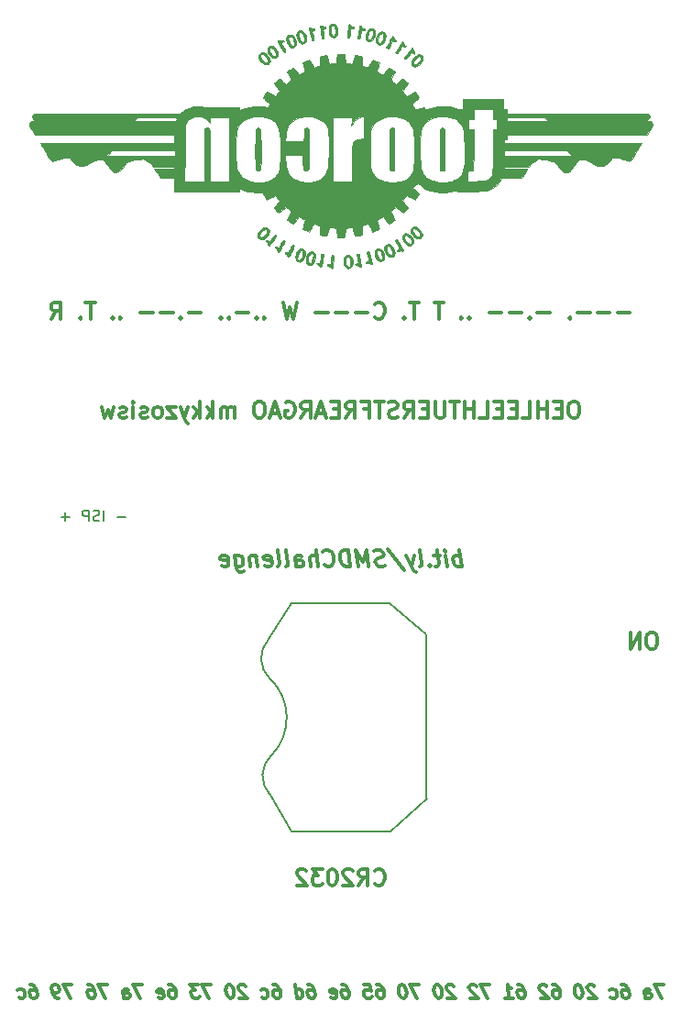
<source format=gbo>
G04 #@! TF.FileFunction,Legend,Bot*
%FSLAX46Y46*%
G04 Gerber Fmt 4.6, Leading zero omitted, Abs format (unit mm)*
G04 Created by KiCad (PCBNEW 4.0.6) date 08/28/18 17:36:48*
%MOMM*%
%LPD*%
G01*
G04 APERTURE LIST*
%ADD10C,0.100000*%
%ADD11C,0.300000*%
%ADD12C,0.175000*%
%ADD13C,0.010000*%
%ADD14C,0.150000*%
G04 APERTURE END LIST*
D10*
D11*
X149904287Y-106152143D02*
X148761430Y-106152143D01*
X148047144Y-106152143D02*
X146904287Y-106152143D01*
X146190001Y-106152143D02*
X145047144Y-106152143D01*
X144332858Y-106580714D02*
X144261430Y-106652143D01*
X144332858Y-106723571D01*
X144404287Y-106652143D01*
X144332858Y-106580714D01*
X144332858Y-106723571D01*
X142475715Y-106152143D02*
X141332858Y-106152143D01*
X140618572Y-106580714D02*
X140547144Y-106652143D01*
X140618572Y-106723571D01*
X140690001Y-106652143D01*
X140618572Y-106580714D01*
X140618572Y-106723571D01*
X139904286Y-106152143D02*
X138761429Y-106152143D01*
X138047143Y-106152143D02*
X136904286Y-106152143D01*
X135047143Y-106580714D02*
X134975715Y-106652143D01*
X135047143Y-106723571D01*
X135118572Y-106652143D01*
X135047143Y-106580714D01*
X135047143Y-106723571D01*
X134332857Y-106580714D02*
X134261429Y-106652143D01*
X134332857Y-106723571D01*
X134404286Y-106652143D01*
X134332857Y-106580714D01*
X134332857Y-106723571D01*
X132690000Y-105223571D02*
X131832857Y-105223571D01*
X132261428Y-106723571D02*
X132261428Y-105223571D01*
X130404286Y-105223571D02*
X129547143Y-105223571D01*
X129975714Y-106723571D02*
X129975714Y-105223571D01*
X129047143Y-106580714D02*
X128975715Y-106652143D01*
X129047143Y-106723571D01*
X129118572Y-106652143D01*
X129047143Y-106580714D01*
X129047143Y-106723571D01*
X126332857Y-106580714D02*
X126404286Y-106652143D01*
X126618572Y-106723571D01*
X126761429Y-106723571D01*
X126975714Y-106652143D01*
X127118572Y-106509286D01*
X127190000Y-106366429D01*
X127261429Y-106080714D01*
X127261429Y-105866429D01*
X127190000Y-105580714D01*
X127118572Y-105437857D01*
X126975714Y-105295000D01*
X126761429Y-105223571D01*
X126618572Y-105223571D01*
X126404286Y-105295000D01*
X126332857Y-105366429D01*
X125690000Y-106152143D02*
X124547143Y-106152143D01*
X123832857Y-106152143D02*
X122690000Y-106152143D01*
X121975714Y-106152143D02*
X120832857Y-106152143D01*
X119118571Y-105223571D02*
X118761428Y-106723571D01*
X118475714Y-105652143D01*
X118190000Y-106723571D01*
X117832857Y-105223571D01*
X116118571Y-106580714D02*
X116047143Y-106652143D01*
X116118571Y-106723571D01*
X116190000Y-106652143D01*
X116118571Y-106580714D01*
X116118571Y-106723571D01*
X115404285Y-106580714D02*
X115332857Y-106652143D01*
X115404285Y-106723571D01*
X115475714Y-106652143D01*
X115404285Y-106580714D01*
X115404285Y-106723571D01*
X114689999Y-106152143D02*
X113547142Y-106152143D01*
X112832856Y-106580714D02*
X112761428Y-106652143D01*
X112832856Y-106723571D01*
X112904285Y-106652143D01*
X112832856Y-106580714D01*
X112832856Y-106723571D01*
X112118570Y-106580714D02*
X112047142Y-106652143D01*
X112118570Y-106723571D01*
X112189999Y-106652143D01*
X112118570Y-106580714D01*
X112118570Y-106723571D01*
X110261427Y-106152143D02*
X109118570Y-106152143D01*
X108404284Y-106580714D02*
X108332856Y-106652143D01*
X108404284Y-106723571D01*
X108475713Y-106652143D01*
X108404284Y-106580714D01*
X108404284Y-106723571D01*
X107689998Y-106152143D02*
X106547141Y-106152143D01*
X105832855Y-106152143D02*
X104689998Y-106152143D01*
X102832855Y-106580714D02*
X102761427Y-106652143D01*
X102832855Y-106723571D01*
X102904284Y-106652143D01*
X102832855Y-106580714D01*
X102832855Y-106723571D01*
X102118569Y-106580714D02*
X102047141Y-106652143D01*
X102118569Y-106723571D01*
X102189998Y-106652143D01*
X102118569Y-106580714D01*
X102118569Y-106723571D01*
X100475712Y-105223571D02*
X99618569Y-105223571D01*
X100047140Y-106723571D02*
X100047140Y-105223571D01*
X99118569Y-106580714D02*
X99047141Y-106652143D01*
X99118569Y-106723571D01*
X99189998Y-106652143D01*
X99118569Y-106580714D01*
X99118569Y-106723571D01*
X96404283Y-106723571D02*
X96904283Y-106009286D01*
X97261426Y-106723571D02*
X97261426Y-105223571D01*
X96689998Y-105223571D01*
X96547140Y-105295000D01*
X96475712Y-105366429D01*
X96404283Y-105509286D01*
X96404283Y-105723571D01*
X96475712Y-105866429D01*
X96547140Y-105937857D01*
X96689998Y-106009286D01*
X97261426Y-106009286D01*
X144868573Y-114367571D02*
X144582859Y-114367571D01*
X144440001Y-114439000D01*
X144297144Y-114581857D01*
X144225716Y-114867571D01*
X144225716Y-115367571D01*
X144297144Y-115653286D01*
X144440001Y-115796143D01*
X144582859Y-115867571D01*
X144868573Y-115867571D01*
X145011430Y-115796143D01*
X145154287Y-115653286D01*
X145225716Y-115367571D01*
X145225716Y-114867571D01*
X145154287Y-114581857D01*
X145011430Y-114439000D01*
X144868573Y-114367571D01*
X143582858Y-115081857D02*
X143082858Y-115081857D01*
X142868572Y-115867571D02*
X143582858Y-115867571D01*
X143582858Y-114367571D01*
X142868572Y-114367571D01*
X142225715Y-115867571D02*
X142225715Y-114367571D01*
X142225715Y-115081857D02*
X141368572Y-115081857D01*
X141368572Y-115867571D02*
X141368572Y-114367571D01*
X139940000Y-115867571D02*
X140654286Y-115867571D01*
X140654286Y-114367571D01*
X139440000Y-115081857D02*
X138940000Y-115081857D01*
X138725714Y-115867571D02*
X139440000Y-115867571D01*
X139440000Y-114367571D01*
X138725714Y-114367571D01*
X138082857Y-115081857D02*
X137582857Y-115081857D01*
X137368571Y-115867571D02*
X138082857Y-115867571D01*
X138082857Y-114367571D01*
X137368571Y-114367571D01*
X136011428Y-115867571D02*
X136725714Y-115867571D01*
X136725714Y-114367571D01*
X135511428Y-115867571D02*
X135511428Y-114367571D01*
X135511428Y-115081857D02*
X134654285Y-115081857D01*
X134654285Y-115867571D02*
X134654285Y-114367571D01*
X134154285Y-114367571D02*
X133297142Y-114367571D01*
X133725713Y-115867571D02*
X133725713Y-114367571D01*
X132797142Y-114367571D02*
X132797142Y-115581857D01*
X132725714Y-115724714D01*
X132654285Y-115796143D01*
X132511428Y-115867571D01*
X132225714Y-115867571D01*
X132082856Y-115796143D01*
X132011428Y-115724714D01*
X131939999Y-115581857D01*
X131939999Y-114367571D01*
X131225713Y-115081857D02*
X130725713Y-115081857D01*
X130511427Y-115867571D02*
X131225713Y-115867571D01*
X131225713Y-114367571D01*
X130511427Y-114367571D01*
X129011427Y-115867571D02*
X129511427Y-115153286D01*
X129868570Y-115867571D02*
X129868570Y-114367571D01*
X129297142Y-114367571D01*
X129154284Y-114439000D01*
X129082856Y-114510429D01*
X129011427Y-114653286D01*
X129011427Y-114867571D01*
X129082856Y-115010429D01*
X129154284Y-115081857D01*
X129297142Y-115153286D01*
X129868570Y-115153286D01*
X128439999Y-115796143D02*
X128225713Y-115867571D01*
X127868570Y-115867571D01*
X127725713Y-115796143D01*
X127654284Y-115724714D01*
X127582856Y-115581857D01*
X127582856Y-115439000D01*
X127654284Y-115296143D01*
X127725713Y-115224714D01*
X127868570Y-115153286D01*
X128154284Y-115081857D01*
X128297142Y-115010429D01*
X128368570Y-114939000D01*
X128439999Y-114796143D01*
X128439999Y-114653286D01*
X128368570Y-114510429D01*
X128297142Y-114439000D01*
X128154284Y-114367571D01*
X127797142Y-114367571D01*
X127582856Y-114439000D01*
X127154285Y-114367571D02*
X126297142Y-114367571D01*
X126725713Y-115867571D02*
X126725713Y-114367571D01*
X125297142Y-115081857D02*
X125797142Y-115081857D01*
X125797142Y-115867571D02*
X125797142Y-114367571D01*
X125082856Y-114367571D01*
X123654285Y-115867571D02*
X124154285Y-115153286D01*
X124511428Y-115867571D02*
X124511428Y-114367571D01*
X123940000Y-114367571D01*
X123797142Y-114439000D01*
X123725714Y-114510429D01*
X123654285Y-114653286D01*
X123654285Y-114867571D01*
X123725714Y-115010429D01*
X123797142Y-115081857D01*
X123940000Y-115153286D01*
X124511428Y-115153286D01*
X123011428Y-115081857D02*
X122511428Y-115081857D01*
X122297142Y-115867571D02*
X123011428Y-115867571D01*
X123011428Y-114367571D01*
X122297142Y-114367571D01*
X121725714Y-115439000D02*
X121011428Y-115439000D01*
X121868571Y-115867571D02*
X121368571Y-114367571D01*
X120868571Y-115867571D01*
X119511428Y-115867571D02*
X120011428Y-115153286D01*
X120368571Y-115867571D02*
X120368571Y-114367571D01*
X119797143Y-114367571D01*
X119654285Y-114439000D01*
X119582857Y-114510429D01*
X119511428Y-114653286D01*
X119511428Y-114867571D01*
X119582857Y-115010429D01*
X119654285Y-115081857D01*
X119797143Y-115153286D01*
X120368571Y-115153286D01*
X118082857Y-114439000D02*
X118225714Y-114367571D01*
X118440000Y-114367571D01*
X118654285Y-114439000D01*
X118797143Y-114581857D01*
X118868571Y-114724714D01*
X118940000Y-115010429D01*
X118940000Y-115224714D01*
X118868571Y-115510429D01*
X118797143Y-115653286D01*
X118654285Y-115796143D01*
X118440000Y-115867571D01*
X118297143Y-115867571D01*
X118082857Y-115796143D01*
X118011428Y-115724714D01*
X118011428Y-115224714D01*
X118297143Y-115224714D01*
X117440000Y-115439000D02*
X116725714Y-115439000D01*
X117582857Y-115867571D02*
X117082857Y-114367571D01*
X116582857Y-115867571D01*
X115797143Y-114367571D02*
X115511429Y-114367571D01*
X115368571Y-114439000D01*
X115225714Y-114581857D01*
X115154286Y-114867571D01*
X115154286Y-115367571D01*
X115225714Y-115653286D01*
X115368571Y-115796143D01*
X115511429Y-115867571D01*
X115797143Y-115867571D01*
X115940000Y-115796143D01*
X116082857Y-115653286D01*
X116154286Y-115367571D01*
X116154286Y-114867571D01*
X116082857Y-114581857D01*
X115940000Y-114439000D01*
X115797143Y-114367571D01*
X113368571Y-115867571D02*
X113368571Y-114867571D01*
X113368571Y-115010429D02*
X113297143Y-114939000D01*
X113154285Y-114867571D01*
X112940000Y-114867571D01*
X112797143Y-114939000D01*
X112725714Y-115081857D01*
X112725714Y-115867571D01*
X112725714Y-115081857D02*
X112654285Y-114939000D01*
X112511428Y-114867571D01*
X112297143Y-114867571D01*
X112154285Y-114939000D01*
X112082857Y-115081857D01*
X112082857Y-115867571D01*
X111368571Y-115867571D02*
X111368571Y-114367571D01*
X111225714Y-115296143D02*
X110797143Y-115867571D01*
X110797143Y-114867571D02*
X111368571Y-115439000D01*
X110154285Y-115867571D02*
X110154285Y-114367571D01*
X110011428Y-115296143D02*
X109582857Y-115867571D01*
X109582857Y-114867571D02*
X110154285Y-115439000D01*
X109082856Y-114867571D02*
X108725713Y-115867571D01*
X108368571Y-114867571D02*
X108725713Y-115867571D01*
X108868571Y-116224714D01*
X108939999Y-116296143D01*
X109082856Y-116367571D01*
X107939999Y-114867571D02*
X107154285Y-114867571D01*
X107939999Y-115867571D01*
X107154285Y-115867571D01*
X106368570Y-115867571D02*
X106511428Y-115796143D01*
X106582856Y-115724714D01*
X106654285Y-115581857D01*
X106654285Y-115153286D01*
X106582856Y-115010429D01*
X106511428Y-114939000D01*
X106368570Y-114867571D01*
X106154285Y-114867571D01*
X106011428Y-114939000D01*
X105939999Y-115010429D01*
X105868570Y-115153286D01*
X105868570Y-115581857D01*
X105939999Y-115724714D01*
X106011428Y-115796143D01*
X106154285Y-115867571D01*
X106368570Y-115867571D01*
X105297142Y-115796143D02*
X105154285Y-115867571D01*
X104868570Y-115867571D01*
X104725713Y-115796143D01*
X104654285Y-115653286D01*
X104654285Y-115581857D01*
X104725713Y-115439000D01*
X104868570Y-115367571D01*
X105082856Y-115367571D01*
X105225713Y-115296143D01*
X105297142Y-115153286D01*
X105297142Y-115081857D01*
X105225713Y-114939000D01*
X105082856Y-114867571D01*
X104868570Y-114867571D01*
X104725713Y-114939000D01*
X104011427Y-115867571D02*
X104011427Y-114867571D01*
X104011427Y-114367571D02*
X104082856Y-114439000D01*
X104011427Y-114510429D01*
X103939999Y-114439000D01*
X104011427Y-114367571D01*
X104011427Y-114510429D01*
X103368570Y-115796143D02*
X103225713Y-115867571D01*
X102939998Y-115867571D01*
X102797141Y-115796143D01*
X102725713Y-115653286D01*
X102725713Y-115581857D01*
X102797141Y-115439000D01*
X102939998Y-115367571D01*
X103154284Y-115367571D01*
X103297141Y-115296143D01*
X103368570Y-115153286D01*
X103368570Y-115081857D01*
X103297141Y-114939000D01*
X103154284Y-114867571D01*
X102939998Y-114867571D01*
X102797141Y-114939000D01*
X102225712Y-114867571D02*
X101939998Y-115867571D01*
X101654284Y-115153286D01*
X101368569Y-115867571D01*
X101082855Y-114867571D01*
X134346249Y-129583571D02*
X134158749Y-128083571D01*
X134230178Y-128655000D02*
X134078392Y-128583571D01*
X133792678Y-128583571D01*
X133658750Y-128655000D01*
X133596250Y-128726429D01*
X133542678Y-128869286D01*
X133596249Y-129297857D01*
X133685535Y-129440714D01*
X133765893Y-129512143D01*
X133917678Y-129583571D01*
X134203392Y-129583571D01*
X134337321Y-129512143D01*
X132989106Y-129583571D02*
X132864106Y-128583571D01*
X132801606Y-128083571D02*
X132881964Y-128155000D01*
X132819464Y-128226429D01*
X132739107Y-128155000D01*
X132801606Y-128083571D01*
X132819464Y-128226429D01*
X132364106Y-128583571D02*
X131792677Y-128583571D01*
X132087320Y-128083571D02*
X132248035Y-129369286D01*
X132194464Y-129512143D01*
X132060534Y-129583571D01*
X131917677Y-129583571D01*
X131399820Y-129440714D02*
X131337321Y-129512143D01*
X131417677Y-129583571D01*
X131480178Y-129512143D01*
X131399820Y-129440714D01*
X131417677Y-129583571D01*
X130489105Y-129583571D02*
X130623035Y-129512143D01*
X130676606Y-129369286D01*
X130515891Y-128083571D01*
X129935534Y-128583571D02*
X129703391Y-129583571D01*
X129221249Y-128583571D02*
X129703391Y-129583571D01*
X129890892Y-129940714D01*
X129971249Y-130012143D01*
X130123034Y-130083571D01*
X127506964Y-128012143D02*
X129033749Y-129940714D01*
X127265892Y-129512143D02*
X127060534Y-129583571D01*
X126703391Y-129583571D01*
X126551606Y-129512143D01*
X126471248Y-129440714D01*
X126381963Y-129297857D01*
X126364106Y-129155000D01*
X126417677Y-129012143D01*
X126480177Y-128940714D01*
X126614106Y-128869286D01*
X126890891Y-128797857D01*
X127024821Y-128726429D01*
X127087320Y-128655000D01*
X127140892Y-128512143D01*
X127123035Y-128369286D01*
X127033749Y-128226429D01*
X126953392Y-128155000D01*
X126801605Y-128083571D01*
X126444463Y-128083571D01*
X126239106Y-128155000D01*
X125774820Y-129583571D02*
X125587320Y-128083571D01*
X125221249Y-129155000D01*
X124587320Y-128083571D01*
X124774820Y-129583571D01*
X124060534Y-129583571D02*
X123873034Y-128083571D01*
X123515891Y-128083571D01*
X123310535Y-128155000D01*
X123185534Y-128297857D01*
X123131963Y-128440714D01*
X123096249Y-128726429D01*
X123123034Y-128940714D01*
X123230178Y-129226429D01*
X123319463Y-129369286D01*
X123480178Y-129512143D01*
X123703391Y-129583571D01*
X124060534Y-129583571D01*
X121685534Y-129440714D02*
X121765892Y-129512143D01*
X121989106Y-129583571D01*
X122131963Y-129583571D01*
X122337320Y-129512143D01*
X122462321Y-129369286D01*
X122515892Y-129226429D01*
X122551606Y-128940714D01*
X122524821Y-128726429D01*
X122417677Y-128440714D01*
X122328392Y-128297857D01*
X122167677Y-128155000D01*
X121944463Y-128083571D01*
X121801606Y-128083571D01*
X121596249Y-128155000D01*
X121533749Y-128226429D01*
X121060534Y-129583571D02*
X120873034Y-128083571D01*
X120417677Y-129583571D02*
X120319463Y-128797857D01*
X120373035Y-128655000D01*
X120506963Y-128583571D01*
X120721248Y-128583571D01*
X120873035Y-128655000D01*
X120953392Y-128726429D01*
X119060534Y-129583571D02*
X118962320Y-128797857D01*
X119015892Y-128655000D01*
X119149820Y-128583571D01*
X119435534Y-128583571D01*
X119587320Y-128655000D01*
X119051606Y-129512143D02*
X119203391Y-129583571D01*
X119560534Y-129583571D01*
X119694463Y-129512143D01*
X119748035Y-129369286D01*
X119730178Y-129226429D01*
X119640891Y-129083571D01*
X119489106Y-129012143D01*
X119131963Y-129012143D01*
X118980177Y-128940714D01*
X118131962Y-129583571D02*
X118265892Y-129512143D01*
X118319463Y-129369286D01*
X118158748Y-128083571D01*
X117346248Y-129583571D02*
X117480178Y-129512143D01*
X117533749Y-129369286D01*
X117373034Y-128083571D01*
X116194464Y-129512143D02*
X116346249Y-129583571D01*
X116631963Y-129583571D01*
X116765892Y-129512143D01*
X116819464Y-129369286D01*
X116748035Y-128797857D01*
X116658749Y-128655000D01*
X116506963Y-128583571D01*
X116221249Y-128583571D01*
X116087321Y-128655000D01*
X116033749Y-128797857D01*
X116051606Y-128940714D01*
X116783749Y-129083571D01*
X115364106Y-128583571D02*
X115489106Y-129583571D01*
X115381964Y-128726429D02*
X115301607Y-128655000D01*
X115149820Y-128583571D01*
X114935535Y-128583571D01*
X114801607Y-128655000D01*
X114748035Y-128797857D01*
X114846249Y-129583571D01*
X113364106Y-128583571D02*
X113515892Y-129797857D01*
X113605178Y-129940714D01*
X113685535Y-130012143D01*
X113837320Y-130083571D01*
X114051606Y-130083571D01*
X114185535Y-130012143D01*
X113480178Y-129512143D02*
X113631963Y-129583571D01*
X113917677Y-129583571D01*
X114051607Y-129512143D01*
X114114106Y-129440714D01*
X114167678Y-129297857D01*
X114114107Y-128869286D01*
X114024821Y-128726429D01*
X113944464Y-128655000D01*
X113792677Y-128583571D01*
X113506963Y-128583571D01*
X113373035Y-128655000D01*
X112194464Y-129512143D02*
X112346249Y-129583571D01*
X112631963Y-129583571D01*
X112765892Y-129512143D01*
X112819464Y-129369286D01*
X112748035Y-128797857D01*
X112658749Y-128655000D01*
X112506963Y-128583571D01*
X112221249Y-128583571D01*
X112087321Y-128655000D01*
X112033749Y-128797857D01*
X112051606Y-128940714D01*
X112783749Y-129083571D01*
X152058572Y-135703571D02*
X151772858Y-135703571D01*
X151630000Y-135775000D01*
X151487143Y-135917857D01*
X151415715Y-136203571D01*
X151415715Y-136703571D01*
X151487143Y-136989286D01*
X151630000Y-137132143D01*
X151772858Y-137203571D01*
X152058572Y-137203571D01*
X152201429Y-137132143D01*
X152344286Y-136989286D01*
X152415715Y-136703571D01*
X152415715Y-136203571D01*
X152344286Y-135917857D01*
X152201429Y-135775000D01*
X152058572Y-135703571D01*
X150772857Y-137203571D02*
X150772857Y-135703571D01*
X149915714Y-137203571D01*
X149915714Y-135703571D01*
X152976944Y-168242343D02*
X152164144Y-168242343D01*
X152839058Y-169461543D01*
X151329572Y-169461543D02*
X151249743Y-168822914D01*
X151293286Y-168706800D01*
X151402143Y-168648743D01*
X151634372Y-168648743D01*
X151757743Y-168706800D01*
X151322315Y-169403486D02*
X151445686Y-169461543D01*
X151735972Y-169461543D01*
X151844829Y-169403486D01*
X151888371Y-169287371D01*
X151873857Y-169171257D01*
X151801286Y-169055143D01*
X151677915Y-168997086D01*
X151387629Y-168997086D01*
X151264258Y-168939029D01*
X149145172Y-168242343D02*
X149377401Y-168242343D01*
X149500772Y-168300400D01*
X149566086Y-168358457D01*
X149703972Y-168532629D01*
X149791057Y-168764857D01*
X149849114Y-169229314D01*
X149805572Y-169345429D01*
X149754772Y-169403486D01*
X149645915Y-169461543D01*
X149413686Y-169461543D01*
X149290315Y-169403486D01*
X149225001Y-169345429D01*
X149152429Y-169229314D01*
X149116144Y-168939029D01*
X149159686Y-168822914D01*
X149210486Y-168764857D01*
X149319343Y-168706800D01*
X149551572Y-168706800D01*
X149674943Y-168764857D01*
X149740257Y-168822914D01*
X149812829Y-168939029D01*
X148129172Y-169403486D02*
X148252543Y-169461543D01*
X148484772Y-169461543D01*
X148593629Y-169403486D01*
X148644429Y-169345429D01*
X148687971Y-169229314D01*
X148644428Y-168880971D01*
X148571857Y-168764857D01*
X148506543Y-168706800D01*
X148383172Y-168648743D01*
X148150943Y-168648743D01*
X148042086Y-168706800D01*
X146605171Y-168358457D02*
X146539857Y-168300400D01*
X146416486Y-168242343D01*
X146126200Y-168242343D01*
X146017343Y-168300400D01*
X145966543Y-168358457D01*
X145923000Y-168474571D01*
X145937515Y-168590686D01*
X146017343Y-168764857D01*
X146801115Y-169461543D01*
X146046372Y-169461543D01*
X145139229Y-168242343D02*
X145023114Y-168242343D01*
X144914257Y-168300400D01*
X144863457Y-168358457D01*
X144819914Y-168474571D01*
X144790886Y-168706800D01*
X144827172Y-168997086D01*
X144914257Y-169229314D01*
X144986829Y-169345429D01*
X145052143Y-169403486D01*
X145175514Y-169461543D01*
X145291629Y-169461543D01*
X145400486Y-169403486D01*
X145451286Y-169345429D01*
X145494828Y-169229314D01*
X145523857Y-168997086D01*
X145487571Y-168706800D01*
X145400485Y-168474571D01*
X145327914Y-168358457D01*
X145262600Y-168300400D01*
X145139229Y-168242343D01*
X142758886Y-168242343D02*
X142991115Y-168242343D01*
X143114486Y-168300400D01*
X143179800Y-168358457D01*
X143317686Y-168532629D01*
X143404771Y-168764857D01*
X143462828Y-169229314D01*
X143419286Y-169345429D01*
X143368486Y-169403486D01*
X143259629Y-169461543D01*
X143027400Y-169461543D01*
X142904029Y-169403486D01*
X142838715Y-169345429D01*
X142766143Y-169229314D01*
X142729858Y-168939029D01*
X142773400Y-168822914D01*
X142824200Y-168764857D01*
X142933057Y-168706800D01*
X143165286Y-168706800D01*
X143288657Y-168764857D01*
X143353971Y-168822914D01*
X143426543Y-168939029D01*
X142192828Y-168358457D02*
X142127514Y-168300400D01*
X142004143Y-168242343D01*
X141713857Y-168242343D01*
X141605000Y-168300400D01*
X141554200Y-168358457D01*
X141510657Y-168474571D01*
X141525172Y-168590686D01*
X141605000Y-168764857D01*
X142388772Y-169461543D01*
X141634029Y-169461543D01*
X139507686Y-168242343D02*
X139739915Y-168242343D01*
X139863286Y-168300400D01*
X139928600Y-168358457D01*
X140066486Y-168532629D01*
X140153571Y-168764857D01*
X140211628Y-169229314D01*
X140168086Y-169345429D01*
X140117286Y-169403486D01*
X140008429Y-169461543D01*
X139776200Y-169461543D01*
X139652829Y-169403486D01*
X139587515Y-169345429D01*
X139514943Y-169229314D01*
X139478658Y-168939029D01*
X139522200Y-168822914D01*
X139573000Y-168764857D01*
X139681857Y-168706800D01*
X139914086Y-168706800D01*
X140037457Y-168764857D01*
X140102771Y-168822914D01*
X140175343Y-168939029D01*
X138382829Y-169461543D02*
X139079514Y-169461543D01*
X138731172Y-169461543D02*
X138578772Y-168242343D01*
X138716657Y-168416514D01*
X138847286Y-168532629D01*
X138970657Y-168590686D01*
X136895115Y-168242343D02*
X136082315Y-168242343D01*
X136757229Y-169461543D01*
X135690428Y-168358457D02*
X135625114Y-168300400D01*
X135501743Y-168242343D01*
X135211457Y-168242343D01*
X135102600Y-168300400D01*
X135051800Y-168358457D01*
X135008257Y-168474571D01*
X135022772Y-168590686D01*
X135102600Y-168764857D01*
X135886372Y-169461543D01*
X135131629Y-169461543D01*
X133600371Y-168358457D02*
X133535057Y-168300400D01*
X133411686Y-168242343D01*
X133121400Y-168242343D01*
X133012543Y-168300400D01*
X132961743Y-168358457D01*
X132918200Y-168474571D01*
X132932715Y-168590686D01*
X133012543Y-168764857D01*
X133796315Y-169461543D01*
X133041572Y-169461543D01*
X132134429Y-168242343D02*
X132018314Y-168242343D01*
X131909457Y-168300400D01*
X131858657Y-168358457D01*
X131815114Y-168474571D01*
X131786086Y-168706800D01*
X131822372Y-168997086D01*
X131909457Y-169229314D01*
X131982029Y-169345429D01*
X132047343Y-169403486D01*
X132170714Y-169461543D01*
X132286829Y-169461543D01*
X132395686Y-169403486D01*
X132446486Y-169345429D01*
X132490028Y-169229314D01*
X132519057Y-168997086D01*
X132482771Y-168706800D01*
X132395685Y-168474571D01*
X132323114Y-168358457D01*
X132257800Y-168300400D01*
X132134429Y-168242343D01*
X130392715Y-168242343D02*
X129579915Y-168242343D01*
X130254829Y-169461543D01*
X128883229Y-168242343D02*
X128767114Y-168242343D01*
X128658257Y-168300400D01*
X128607457Y-168358457D01*
X128563914Y-168474571D01*
X128534886Y-168706800D01*
X128571172Y-168997086D01*
X128658257Y-169229314D01*
X128730829Y-169345429D01*
X128796143Y-169403486D01*
X128919514Y-169461543D01*
X129035629Y-169461543D01*
X129144486Y-169403486D01*
X129195286Y-169345429D01*
X129238828Y-169229314D01*
X129267857Y-168997086D01*
X129231571Y-168706800D01*
X129144485Y-168474571D01*
X129071914Y-168358457D01*
X129006600Y-168300400D01*
X128883229Y-168242343D01*
X126502886Y-168242343D02*
X126735115Y-168242343D01*
X126858486Y-168300400D01*
X126923800Y-168358457D01*
X127061686Y-168532629D01*
X127148771Y-168764857D01*
X127206828Y-169229314D01*
X127163286Y-169345429D01*
X127112486Y-169403486D01*
X127003629Y-169461543D01*
X126771400Y-169461543D01*
X126648029Y-169403486D01*
X126582715Y-169345429D01*
X126510143Y-169229314D01*
X126473858Y-168939029D01*
X126517400Y-168822914D01*
X126568200Y-168764857D01*
X126677057Y-168706800D01*
X126909286Y-168706800D01*
X127032657Y-168764857D01*
X127097971Y-168822914D01*
X127170543Y-168939029D01*
X125283686Y-168242343D02*
X125864257Y-168242343D01*
X125994885Y-168822914D01*
X125929571Y-168764857D01*
X125806200Y-168706800D01*
X125515914Y-168706800D01*
X125407057Y-168764857D01*
X125356257Y-168822914D01*
X125312715Y-168939029D01*
X125349000Y-169229314D01*
X125421572Y-169345429D01*
X125486886Y-169403486D01*
X125610257Y-169461543D01*
X125900543Y-169461543D01*
X126009400Y-169403486D01*
X126060200Y-169345429D01*
X123251686Y-168242343D02*
X123483915Y-168242343D01*
X123607286Y-168300400D01*
X123672600Y-168358457D01*
X123810486Y-168532629D01*
X123897571Y-168764857D01*
X123955628Y-169229314D01*
X123912086Y-169345429D01*
X123861286Y-169403486D01*
X123752429Y-169461543D01*
X123520200Y-169461543D01*
X123396829Y-169403486D01*
X123331515Y-169345429D01*
X123258943Y-169229314D01*
X123222658Y-168939029D01*
X123266200Y-168822914D01*
X123317000Y-168764857D01*
X123425857Y-168706800D01*
X123658086Y-168706800D01*
X123781457Y-168764857D01*
X123846771Y-168822914D01*
X123919343Y-168939029D01*
X122293743Y-169403486D02*
X122417114Y-169461543D01*
X122649343Y-169461543D01*
X122758200Y-169403486D01*
X122801742Y-169287371D01*
X122743685Y-168822914D01*
X122671114Y-168706800D01*
X122547743Y-168648743D01*
X122315514Y-168648743D01*
X122206657Y-168706800D01*
X122163114Y-168822914D01*
X122177629Y-168939029D01*
X122772714Y-169055143D01*
X120116600Y-168242343D02*
X120348829Y-168242343D01*
X120472200Y-168300400D01*
X120537514Y-168358457D01*
X120675400Y-168532629D01*
X120762485Y-168764857D01*
X120820542Y-169229314D01*
X120777000Y-169345429D01*
X120726200Y-169403486D01*
X120617343Y-169461543D01*
X120385114Y-169461543D01*
X120261743Y-169403486D01*
X120196429Y-169345429D01*
X120123857Y-169229314D01*
X120087572Y-168939029D01*
X120131114Y-168822914D01*
X120181914Y-168764857D01*
X120290771Y-168706800D01*
X120523000Y-168706800D01*
X120646371Y-168764857D01*
X120711685Y-168822914D01*
X120784257Y-168939029D01*
X119107857Y-169461543D02*
X118955457Y-168242343D01*
X119100600Y-169403486D02*
X119223971Y-169461543D01*
X119456200Y-169461543D01*
X119565057Y-169403486D01*
X119615857Y-169345429D01*
X119659399Y-169229314D01*
X119615856Y-168880971D01*
X119543285Y-168764857D01*
X119477971Y-168706800D01*
X119354600Y-168648743D01*
X119122371Y-168648743D01*
X119013514Y-168706800D01*
X116923457Y-168242343D02*
X117155686Y-168242343D01*
X117279057Y-168300400D01*
X117344371Y-168358457D01*
X117482257Y-168532629D01*
X117569342Y-168764857D01*
X117627399Y-169229314D01*
X117583857Y-169345429D01*
X117533057Y-169403486D01*
X117424200Y-169461543D01*
X117191971Y-169461543D01*
X117068600Y-169403486D01*
X117003286Y-169345429D01*
X116930714Y-169229314D01*
X116894429Y-168939029D01*
X116937971Y-168822914D01*
X116988771Y-168764857D01*
X117097628Y-168706800D01*
X117329857Y-168706800D01*
X117453228Y-168764857D01*
X117518542Y-168822914D01*
X117591114Y-168939029D01*
X115907457Y-169403486D02*
X116030828Y-169461543D01*
X116263057Y-169461543D01*
X116371914Y-169403486D01*
X116422714Y-169345429D01*
X116466256Y-169229314D01*
X116422713Y-168880971D01*
X116350142Y-168764857D01*
X116284828Y-168706800D01*
X116161457Y-168648743D01*
X115929228Y-168648743D01*
X115820371Y-168706800D01*
X114383456Y-168358457D02*
X114318142Y-168300400D01*
X114194771Y-168242343D01*
X113904485Y-168242343D01*
X113795628Y-168300400D01*
X113744828Y-168358457D01*
X113701285Y-168474571D01*
X113715800Y-168590686D01*
X113795628Y-168764857D01*
X114579400Y-169461543D01*
X113824657Y-169461543D01*
X112917514Y-168242343D02*
X112801399Y-168242343D01*
X112692542Y-168300400D01*
X112641742Y-168358457D01*
X112598199Y-168474571D01*
X112569171Y-168706800D01*
X112605457Y-168997086D01*
X112692542Y-169229314D01*
X112765114Y-169345429D01*
X112830428Y-169403486D01*
X112953799Y-169461543D01*
X113069914Y-169461543D01*
X113178771Y-169403486D01*
X113229571Y-169345429D01*
X113273113Y-169229314D01*
X113302142Y-168997086D01*
X113265856Y-168706800D01*
X113178770Y-168474571D01*
X113106199Y-168358457D01*
X113040885Y-168300400D01*
X112917514Y-168242343D01*
X111175800Y-168242343D02*
X110363000Y-168242343D01*
X111037914Y-169461543D01*
X110014657Y-168242343D02*
X109259914Y-168242343D01*
X109724371Y-168706800D01*
X109550199Y-168706800D01*
X109441342Y-168764857D01*
X109390542Y-168822914D01*
X109347000Y-168939029D01*
X109383285Y-169229314D01*
X109455857Y-169345429D01*
X109521171Y-169403486D01*
X109644542Y-169461543D01*
X109992885Y-169461543D01*
X110101742Y-169403486D01*
X110152543Y-169345429D01*
X107285971Y-168242343D02*
X107518200Y-168242343D01*
X107641571Y-168300400D01*
X107706885Y-168358457D01*
X107844771Y-168532629D01*
X107931856Y-168764857D01*
X107989913Y-169229314D01*
X107946371Y-169345429D01*
X107895571Y-169403486D01*
X107786714Y-169461543D01*
X107554485Y-169461543D01*
X107431114Y-169403486D01*
X107365800Y-169345429D01*
X107293228Y-169229314D01*
X107256943Y-168939029D01*
X107300485Y-168822914D01*
X107351285Y-168764857D01*
X107460142Y-168706800D01*
X107692371Y-168706800D01*
X107815742Y-168764857D01*
X107881056Y-168822914D01*
X107953628Y-168939029D01*
X106328028Y-169403486D02*
X106451399Y-169461543D01*
X106683628Y-169461543D01*
X106792485Y-169403486D01*
X106836027Y-169287371D01*
X106777970Y-168822914D01*
X106705399Y-168706800D01*
X106582028Y-168648743D01*
X106349799Y-168648743D01*
X106240942Y-168706800D01*
X106197399Y-168822914D01*
X106211914Y-168939029D01*
X106806999Y-169055143D01*
X104789514Y-168242343D02*
X103976714Y-168242343D01*
X104651628Y-169461543D01*
X103142142Y-169461543D02*
X103062313Y-168822914D01*
X103105856Y-168706800D01*
X103214713Y-168648743D01*
X103446942Y-168648743D01*
X103570313Y-168706800D01*
X103134885Y-169403486D02*
X103258256Y-169461543D01*
X103548542Y-169461543D01*
X103657399Y-169403486D01*
X103700941Y-169287371D01*
X103686427Y-169171257D01*
X103613856Y-169055143D01*
X103490485Y-168997086D01*
X103200199Y-168997086D01*
X103076828Y-168939029D01*
X101596371Y-168242343D02*
X100783571Y-168242343D01*
X101458485Y-169461543D01*
X99796599Y-168242343D02*
X100028828Y-168242343D01*
X100152199Y-168300400D01*
X100217513Y-168358457D01*
X100355399Y-168532629D01*
X100442484Y-168764857D01*
X100500541Y-169229314D01*
X100456999Y-169345429D01*
X100406199Y-169403486D01*
X100297342Y-169461543D01*
X100065113Y-169461543D01*
X99941742Y-169403486D01*
X99876428Y-169345429D01*
X99803856Y-169229314D01*
X99767571Y-168939029D01*
X99811113Y-168822914D01*
X99861913Y-168764857D01*
X99970770Y-168706800D01*
X100202999Y-168706800D01*
X100326370Y-168764857D01*
X100391684Y-168822914D01*
X100464256Y-168939029D01*
X98345171Y-168242343D02*
X97532371Y-168242343D01*
X98207285Y-169461543D01*
X97162256Y-169461543D02*
X96930028Y-169461543D01*
X96806656Y-169403486D01*
X96741342Y-169345429D01*
X96603456Y-169171257D01*
X96516371Y-168939029D01*
X96458313Y-168474571D01*
X96501856Y-168358457D01*
X96552656Y-168300400D01*
X96661513Y-168242343D01*
X96893742Y-168242343D01*
X97017113Y-168300400D01*
X97082427Y-168358457D01*
X97154998Y-168474571D01*
X97191284Y-168764857D01*
X97147741Y-168880971D01*
X97096942Y-168939029D01*
X96988085Y-168997086D01*
X96755856Y-168997086D01*
X96632485Y-168939029D01*
X96567170Y-168880971D01*
X96494599Y-168764857D01*
X94455342Y-168242343D02*
X94687571Y-168242343D01*
X94810942Y-168300400D01*
X94876256Y-168358457D01*
X95014142Y-168532629D01*
X95101227Y-168764857D01*
X95159284Y-169229314D01*
X95115742Y-169345429D01*
X95064942Y-169403486D01*
X94956085Y-169461543D01*
X94723856Y-169461543D01*
X94600485Y-169403486D01*
X94535171Y-169345429D01*
X94462599Y-169229314D01*
X94426314Y-168939029D01*
X94469856Y-168822914D01*
X94520656Y-168764857D01*
X94629513Y-168706800D01*
X94861742Y-168706800D01*
X94985113Y-168764857D01*
X95050427Y-168822914D01*
X95122999Y-168939029D01*
X93439342Y-169403486D02*
X93562713Y-169461543D01*
X93794942Y-169461543D01*
X93903799Y-169403486D01*
X93954599Y-169345429D01*
X93998141Y-169229314D01*
X93954598Y-168880971D01*
X93882027Y-168764857D01*
X93816713Y-168706800D01*
X93693342Y-168648743D01*
X93461113Y-168648743D01*
X93352256Y-168706800D01*
X126332856Y-158904714D02*
X126404285Y-158976143D01*
X126618571Y-159047571D01*
X126761428Y-159047571D01*
X126975713Y-158976143D01*
X127118571Y-158833286D01*
X127189999Y-158690429D01*
X127261428Y-158404714D01*
X127261428Y-158190429D01*
X127189999Y-157904714D01*
X127118571Y-157761857D01*
X126975713Y-157619000D01*
X126761428Y-157547571D01*
X126618571Y-157547571D01*
X126404285Y-157619000D01*
X126332856Y-157690429D01*
X124832856Y-159047571D02*
X125332856Y-158333286D01*
X125689999Y-159047571D02*
X125689999Y-157547571D01*
X125118571Y-157547571D01*
X124975713Y-157619000D01*
X124904285Y-157690429D01*
X124832856Y-157833286D01*
X124832856Y-158047571D01*
X124904285Y-158190429D01*
X124975713Y-158261857D01*
X125118571Y-158333286D01*
X125689999Y-158333286D01*
X124261428Y-157690429D02*
X124189999Y-157619000D01*
X124047142Y-157547571D01*
X123689999Y-157547571D01*
X123547142Y-157619000D01*
X123475713Y-157690429D01*
X123404285Y-157833286D01*
X123404285Y-157976143D01*
X123475713Y-158190429D01*
X124332856Y-159047571D01*
X123404285Y-159047571D01*
X122475714Y-157547571D02*
X122332857Y-157547571D01*
X122190000Y-157619000D01*
X122118571Y-157690429D01*
X122047142Y-157833286D01*
X121975714Y-158119000D01*
X121975714Y-158476143D01*
X122047142Y-158761857D01*
X122118571Y-158904714D01*
X122190000Y-158976143D01*
X122332857Y-159047571D01*
X122475714Y-159047571D01*
X122618571Y-158976143D01*
X122690000Y-158904714D01*
X122761428Y-158761857D01*
X122832857Y-158476143D01*
X122832857Y-158119000D01*
X122761428Y-157833286D01*
X122690000Y-157690429D01*
X122618571Y-157619000D01*
X122475714Y-157547571D01*
X121475714Y-157547571D02*
X120547143Y-157547571D01*
X121047143Y-158119000D01*
X120832857Y-158119000D01*
X120690000Y-158190429D01*
X120618571Y-158261857D01*
X120547143Y-158404714D01*
X120547143Y-158761857D01*
X120618571Y-158904714D01*
X120690000Y-158976143D01*
X120832857Y-159047571D01*
X121261429Y-159047571D01*
X121404286Y-158976143D01*
X121475714Y-158904714D01*
X119975715Y-157690429D02*
X119904286Y-157619000D01*
X119761429Y-157547571D01*
X119404286Y-157547571D01*
X119261429Y-157619000D01*
X119190000Y-157690429D01*
X119118572Y-157833286D01*
X119118572Y-157976143D01*
X119190000Y-158190429D01*
X120047143Y-159047571D01*
X119118572Y-159047571D01*
D12*
X103306190Y-125039429D02*
X102544285Y-125039429D01*
X101306190Y-125420381D02*
X101306190Y-124420381D01*
X100877619Y-125372762D02*
X100734762Y-125420381D01*
X100496666Y-125420381D01*
X100401428Y-125372762D01*
X100353809Y-125325143D01*
X100306190Y-125229905D01*
X100306190Y-125134667D01*
X100353809Y-125039429D01*
X100401428Y-124991810D01*
X100496666Y-124944190D01*
X100687143Y-124896571D01*
X100782381Y-124848952D01*
X100830000Y-124801333D01*
X100877619Y-124706095D01*
X100877619Y-124610857D01*
X100830000Y-124515619D01*
X100782381Y-124468000D01*
X100687143Y-124420381D01*
X100449047Y-124420381D01*
X100306190Y-124468000D01*
X99877619Y-125420381D02*
X99877619Y-124420381D01*
X99496666Y-124420381D01*
X99401428Y-124468000D01*
X99353809Y-124515619D01*
X99306190Y-124610857D01*
X99306190Y-124753714D01*
X99353809Y-124848952D01*
X99401428Y-124896571D01*
X99496666Y-124944190D01*
X99877619Y-124944190D01*
X98115714Y-125039429D02*
X97353809Y-125039429D01*
X97734761Y-125420381D02*
X97734761Y-124658476D01*
D13*
G36*
X123720511Y-100840999D02*
X123596929Y-100907108D01*
X123508864Y-101010219D01*
X123471849Y-101113423D01*
X123450344Y-101260525D01*
X123444496Y-101429456D01*
X123454450Y-101598148D01*
X123480353Y-101744532D01*
X123503557Y-101812354D01*
X123596992Y-101957155D01*
X123717343Y-102047076D01*
X123854476Y-102078597D01*
X123998260Y-102048196D01*
X124069168Y-102008886D01*
X124166298Y-101904778D01*
X124232242Y-101754693D01*
X124264967Y-101573791D01*
X124263452Y-101456223D01*
X124068146Y-101456223D01*
X124064551Y-101624774D01*
X124037200Y-101767840D01*
X124017797Y-101815411D01*
X123950250Y-101891495D01*
X123865465Y-101906658D01*
X123774649Y-101861449D01*
X123718282Y-101800742D01*
X123679397Y-101732499D01*
X123654722Y-101642887D01*
X123640269Y-101513679D01*
X123635334Y-101421602D01*
X123630954Y-101280491D01*
X123634557Y-101189030D01*
X123649677Y-101129283D01*
X123679846Y-101083313D01*
X123707801Y-101053721D01*
X123800206Y-100991555D01*
X123885245Y-100996557D01*
X123962144Y-101068483D01*
X124005934Y-101147764D01*
X124048451Y-101288461D01*
X124068146Y-101456223D01*
X124263452Y-101456223D01*
X124262434Y-101377236D01*
X124222610Y-101180191D01*
X124191866Y-101095129D01*
X124104804Y-100957209D01*
X123988114Y-100867748D01*
X123855461Y-100828445D01*
X123720511Y-100840999D01*
X123720511Y-100840999D01*
G37*
X123720511Y-100840999D02*
X123596929Y-100907108D01*
X123508864Y-101010219D01*
X123471849Y-101113423D01*
X123450344Y-101260525D01*
X123444496Y-101429456D01*
X123454450Y-101598148D01*
X123480353Y-101744532D01*
X123503557Y-101812354D01*
X123596992Y-101957155D01*
X123717343Y-102047076D01*
X123854476Y-102078597D01*
X123998260Y-102048196D01*
X124069168Y-102008886D01*
X124166298Y-101904778D01*
X124232242Y-101754693D01*
X124264967Y-101573791D01*
X124263452Y-101456223D01*
X124068146Y-101456223D01*
X124064551Y-101624774D01*
X124037200Y-101767840D01*
X124017797Y-101815411D01*
X123950250Y-101891495D01*
X123865465Y-101906658D01*
X123774649Y-101861449D01*
X123718282Y-101800742D01*
X123679397Y-101732499D01*
X123654722Y-101642887D01*
X123640269Y-101513679D01*
X123635334Y-101421602D01*
X123630954Y-101280491D01*
X123634557Y-101189030D01*
X123649677Y-101129283D01*
X123679846Y-101083313D01*
X123707801Y-101053721D01*
X123800206Y-100991555D01*
X123885245Y-100996557D01*
X123962144Y-101068483D01*
X124005934Y-101147764D01*
X124048451Y-101288461D01*
X124068146Y-101456223D01*
X124263452Y-101456223D01*
X124262434Y-101377236D01*
X124222610Y-101180191D01*
X124191866Y-101095129D01*
X124104804Y-100957209D01*
X123988114Y-100867748D01*
X123855461Y-100828445D01*
X123720511Y-100840999D01*
G36*
X122313922Y-100876942D02*
X122305673Y-100962997D01*
X122296035Y-101084550D01*
X122292380Y-101135778D01*
X122280799Y-101289869D01*
X122268192Y-101437227D01*
X122256967Y-101550048D01*
X122255197Y-101565220D01*
X122237857Y-101708240D01*
X122087395Y-101687617D01*
X121994843Y-101677577D01*
X121951001Y-101686370D01*
X121937750Y-101721809D01*
X121936933Y-101752494D01*
X121948861Y-101813438D01*
X121997359Y-101846217D01*
X122055723Y-101860280D01*
X122161805Y-101902109D01*
X122226552Y-101961987D01*
X122293380Y-102027323D01*
X122357526Y-102056499D01*
X122394126Y-102060525D01*
X122418327Y-102047758D01*
X122434030Y-102006222D01*
X122445141Y-101923939D01*
X122455561Y-101788932D01*
X122458424Y-101746894D01*
X122471147Y-101562005D01*
X122485247Y-101362030D01*
X122498122Y-101183786D01*
X122500798Y-101147565D01*
X122521208Y-100872929D01*
X122423804Y-100854222D01*
X122352240Y-100842965D01*
X122319311Y-100842435D01*
X122313922Y-100876942D01*
X122313922Y-100876942D01*
G37*
X122313922Y-100876942D02*
X122305673Y-100962997D01*
X122296035Y-101084550D01*
X122292380Y-101135778D01*
X122280799Y-101289869D01*
X122268192Y-101437227D01*
X122256967Y-101550048D01*
X122255197Y-101565220D01*
X122237857Y-101708240D01*
X122087395Y-101687617D01*
X121994843Y-101677577D01*
X121951001Y-101686370D01*
X121937750Y-101721809D01*
X121936933Y-101752494D01*
X121948861Y-101813438D01*
X121997359Y-101846217D01*
X122055723Y-101860280D01*
X122161805Y-101902109D01*
X122226552Y-101961987D01*
X122293380Y-102027323D01*
X122357526Y-102056499D01*
X122394126Y-102060525D01*
X122418327Y-102047758D01*
X122434030Y-102006222D01*
X122445141Y-101923939D01*
X122455561Y-101788932D01*
X122458424Y-101746894D01*
X122471147Y-101562005D01*
X122485247Y-101362030D01*
X122498122Y-101183786D01*
X122500798Y-101147565D01*
X122521208Y-100872929D01*
X122423804Y-100854222D01*
X122352240Y-100842965D01*
X122319311Y-100842435D01*
X122313922Y-100876942D01*
G36*
X121377777Y-100736084D02*
X121377711Y-100736165D01*
X121370157Y-100770970D01*
X121354353Y-100859465D01*
X121332582Y-100988430D01*
X121307126Y-101144643D01*
X121306064Y-101151267D01*
X121240954Y-101557667D01*
X121089410Y-101557667D01*
X120992931Y-101562943D01*
X120947771Y-101582922D01*
X120937867Y-101617051D01*
X120966796Y-101671339D01*
X121040582Y-101727221D01*
X121056400Y-101735585D01*
X121143116Y-101793796D01*
X121202928Y-101860380D01*
X121208364Y-101870934D01*
X121266232Y-101934290D01*
X121316896Y-101947134D01*
X121374059Y-101930412D01*
X121404878Y-101868852D01*
X121411546Y-101837067D01*
X121423986Y-101763879D01*
X121444541Y-101639529D01*
X121470632Y-101479738D01*
X121499685Y-101300228D01*
X121508198Y-101247337D01*
X121585301Y-100767674D01*
X121484775Y-100747568D01*
X121412189Y-100735961D01*
X121377777Y-100736084D01*
X121377777Y-100736084D01*
G37*
X121377777Y-100736084D02*
X121377711Y-100736165D01*
X121370157Y-100770970D01*
X121354353Y-100859465D01*
X121332582Y-100988430D01*
X121307126Y-101144643D01*
X121306064Y-101151267D01*
X121240954Y-101557667D01*
X121089410Y-101557667D01*
X120992931Y-101562943D01*
X120947771Y-101582922D01*
X120937867Y-101617051D01*
X120966796Y-101671339D01*
X121040582Y-101727221D01*
X121056400Y-101735585D01*
X121143116Y-101793796D01*
X121202928Y-101860380D01*
X121208364Y-101870934D01*
X121266232Y-101934290D01*
X121316896Y-101947134D01*
X121374059Y-101930412D01*
X121404878Y-101868852D01*
X121411546Y-101837067D01*
X121423986Y-101763879D01*
X121444541Y-101639529D01*
X121470632Y-101479738D01*
X121499685Y-101300228D01*
X121508198Y-101247337D01*
X121585301Y-100767674D01*
X121484775Y-100747568D01*
X121412189Y-100735961D01*
X121377777Y-100736084D01*
G36*
X124712868Y-100735449D02*
X124679218Y-100750466D01*
X124673844Y-100793373D01*
X124679889Y-100888111D01*
X124695980Y-101019998D01*
X124716690Y-101151267D01*
X124742702Y-101304737D01*
X124763743Y-101434767D01*
X124777409Y-101526120D01*
X124781433Y-101561805D01*
X124751679Y-101590356D01*
X124676956Y-101615573D01*
X124646267Y-101621472D01*
X124553487Y-101645204D01*
X124514482Y-101682395D01*
X124510800Y-101706008D01*
X124528503Y-101750787D01*
X124591335Y-101777500D01*
X124648895Y-101787404D01*
X124752478Y-101812238D01*
X124834326Y-101850288D01*
X124846295Y-101859597D01*
X124913766Y-101898751D01*
X124985881Y-101912014D01*
X125038417Y-101898041D01*
X125050555Y-101870934D01*
X125044399Y-101824550D01*
X125028748Y-101723687D01*
X125005580Y-101580620D01*
X124976871Y-101407624D01*
X124956480Y-101286734D01*
X124921673Y-101084806D01*
X124894581Y-100940004D01*
X124872185Y-100842573D01*
X124851470Y-100782761D01*
X124829418Y-100750815D01*
X124803013Y-100736981D01*
X124785352Y-100733533D01*
X124712868Y-100735449D01*
X124712868Y-100735449D01*
G37*
X124712868Y-100735449D02*
X124679218Y-100750466D01*
X124673844Y-100793373D01*
X124679889Y-100888111D01*
X124695980Y-101019998D01*
X124716690Y-101151267D01*
X124742702Y-101304737D01*
X124763743Y-101434767D01*
X124777409Y-101526120D01*
X124781433Y-101561805D01*
X124751679Y-101590356D01*
X124676956Y-101615573D01*
X124646267Y-101621472D01*
X124553487Y-101645204D01*
X124514482Y-101682395D01*
X124510800Y-101706008D01*
X124528503Y-101750787D01*
X124591335Y-101777500D01*
X124648895Y-101787404D01*
X124752478Y-101812238D01*
X124834326Y-101850288D01*
X124846295Y-101859597D01*
X124913766Y-101898751D01*
X124985881Y-101912014D01*
X125038417Y-101898041D01*
X125050555Y-101870934D01*
X125044399Y-101824550D01*
X125028748Y-101723687D01*
X125005580Y-101580620D01*
X124976871Y-101407624D01*
X124956480Y-101286734D01*
X124921673Y-101084806D01*
X124894581Y-100940004D01*
X124872185Y-100842573D01*
X124851470Y-100782761D01*
X124829418Y-100750815D01*
X124803013Y-100736981D01*
X124785352Y-100733533D01*
X124712868Y-100735449D01*
G36*
X120298778Y-100557249D02*
X120182600Y-100650215D01*
X120083227Y-100796755D01*
X120005341Y-100989997D01*
X119954231Y-101219000D01*
X119954140Y-101389043D01*
X120001106Y-101537187D01*
X120085821Y-101654188D01*
X120198979Y-101730800D01*
X120331271Y-101757780D01*
X120467247Y-101728571D01*
X120591115Y-101641065D01*
X120693861Y-101500261D01*
X120769519Y-101318878D01*
X120812120Y-101109633D01*
X120819333Y-100978145D01*
X120816911Y-100955352D01*
X120631073Y-100955352D01*
X120604361Y-101202168D01*
X120529036Y-101404069D01*
X120457812Y-101507727D01*
X120375940Y-101585741D01*
X120304768Y-101602576D01*
X120230241Y-101560104D01*
X120209733Y-101540734D01*
X120161588Y-101452202D01*
X120145727Y-101328327D01*
X120157684Y-101184358D01*
X120192988Y-101035541D01*
X120247172Y-100897124D01*
X120315766Y-100784354D01*
X120394301Y-100712479D01*
X120457725Y-100694585D01*
X120548741Y-100707987D01*
X120602598Y-100754506D01*
X120627168Y-100845986D01*
X120631073Y-100955352D01*
X120816911Y-100955352D01*
X120799145Y-100788230D01*
X120737397Y-100651082D01*
X120632315Y-100564649D01*
X120482125Y-100526881D01*
X120427081Y-100524734D01*
X120298778Y-100557249D01*
X120298778Y-100557249D01*
G37*
X120298778Y-100557249D02*
X120182600Y-100650215D01*
X120083227Y-100796755D01*
X120005341Y-100989997D01*
X119954231Y-101219000D01*
X119954140Y-101389043D01*
X120001106Y-101537187D01*
X120085821Y-101654188D01*
X120198979Y-101730800D01*
X120331271Y-101757780D01*
X120467247Y-101728571D01*
X120591115Y-101641065D01*
X120693861Y-101500261D01*
X120769519Y-101318878D01*
X120812120Y-101109633D01*
X120819333Y-100978145D01*
X120816911Y-100955352D01*
X120631073Y-100955352D01*
X120604361Y-101202168D01*
X120529036Y-101404069D01*
X120457812Y-101507727D01*
X120375940Y-101585741D01*
X120304768Y-101602576D01*
X120230241Y-101560104D01*
X120209733Y-101540734D01*
X120161588Y-101452202D01*
X120145727Y-101328327D01*
X120157684Y-101184358D01*
X120192988Y-101035541D01*
X120247172Y-100897124D01*
X120315766Y-100784354D01*
X120394301Y-100712479D01*
X120457725Y-100694585D01*
X120548741Y-100707987D01*
X120602598Y-100754506D01*
X120627168Y-100845986D01*
X120631073Y-100955352D01*
X120816911Y-100955352D01*
X120799145Y-100788230D01*
X120737397Y-100651082D01*
X120632315Y-100564649D01*
X120482125Y-100526881D01*
X120427081Y-100524734D01*
X120298778Y-100557249D01*
G36*
X125624747Y-100541274D02*
X125618624Y-100543606D01*
X125599273Y-100561481D01*
X125594387Y-100602477D01*
X125605373Y-100677718D01*
X125633639Y-100798324D01*
X125666856Y-100924606D01*
X125707136Y-101075927D01*
X125740912Y-101205766D01*
X125764168Y-101298504D01*
X125772534Y-101335687D01*
X125747555Y-101379248D01*
X125663710Y-101418041D01*
X125651775Y-101421603D01*
X125570841Y-101450366D01*
X125527289Y-101476747D01*
X125524775Y-101482716D01*
X125526631Y-101535429D01*
X125526800Y-101557667D01*
X125547048Y-101591392D01*
X125615683Y-101606571D01*
X125676781Y-101608467D01*
X125790112Y-101620526D01*
X125869114Y-101652062D01*
X125877562Y-101659267D01*
X125951474Y-101703776D01*
X126021727Y-101701265D01*
X126053124Y-101673950D01*
X126052278Y-101630703D01*
X126035875Y-101533671D01*
X126006317Y-101394382D01*
X125966008Y-101224359D01*
X125929557Y-101081283D01*
X125873499Y-100870556D01*
X125829269Y-100717597D01*
X125792273Y-100614461D01*
X125757917Y-100553206D01*
X125721607Y-100525885D01*
X125678748Y-100524556D01*
X125624747Y-100541274D01*
X125624747Y-100541274D01*
G37*
X125624747Y-100541274D02*
X125618624Y-100543606D01*
X125599273Y-100561481D01*
X125594387Y-100602477D01*
X125605373Y-100677718D01*
X125633639Y-100798324D01*
X125666856Y-100924606D01*
X125707136Y-101075927D01*
X125740912Y-101205766D01*
X125764168Y-101298504D01*
X125772534Y-101335687D01*
X125747555Y-101379248D01*
X125663710Y-101418041D01*
X125651775Y-101421603D01*
X125570841Y-101450366D01*
X125527289Y-101476747D01*
X125524775Y-101482716D01*
X125526631Y-101535429D01*
X125526800Y-101557667D01*
X125547048Y-101591392D01*
X125615683Y-101606571D01*
X125676781Y-101608467D01*
X125790112Y-101620526D01*
X125869114Y-101652062D01*
X125877562Y-101659267D01*
X125951474Y-101703776D01*
X126021727Y-101701265D01*
X126053124Y-101673950D01*
X126052278Y-101630703D01*
X126035875Y-101533671D01*
X126006317Y-101394382D01*
X125966008Y-101224359D01*
X125929557Y-101081283D01*
X125873499Y-100870556D01*
X125829269Y-100717597D01*
X125792273Y-100614461D01*
X125757917Y-100553206D01*
X125721607Y-100525885D01*
X125678748Y-100524556D01*
X125624747Y-100541274D01*
G36*
X119390770Y-100256353D02*
X119273371Y-100337214D01*
X119166529Y-100469738D01*
X119078403Y-100637894D01*
X119017154Y-100825653D01*
X118990942Y-101016988D01*
X118990533Y-101042495D01*
X119008956Y-101207653D01*
X119068575Y-101325819D01*
X119175919Y-101408191D01*
X119214005Y-101425778D01*
X119318236Y-101462828D01*
X119397130Y-101466461D01*
X119484592Y-101436099D01*
X119516900Y-101420605D01*
X119639200Y-101326959D01*
X119742581Y-101185600D01*
X119822165Y-101013218D01*
X119873070Y-100826502D01*
X119890417Y-100642141D01*
X119888735Y-100628952D01*
X119682384Y-100628952D01*
X119682013Y-100661543D01*
X119664428Y-100832160D01*
X119620541Y-100987598D01*
X119556951Y-101119890D01*
X119480256Y-101221069D01*
X119397054Y-101283167D01*
X119313942Y-101298217D01*
X119237518Y-101258252D01*
X119212587Y-101228398D01*
X119171512Y-101134968D01*
X119159867Y-101060335D01*
X119178003Y-100942383D01*
X119225293Y-100795777D01*
X119291056Y-100646647D01*
X119364611Y-100521119D01*
X119397350Y-100479359D01*
X119463491Y-100413394D01*
X119515862Y-100392113D01*
X119580879Y-100405678D01*
X119588241Y-100408267D01*
X119640331Y-100430785D01*
X119668961Y-100463123D01*
X119680767Y-100523205D01*
X119682384Y-100628952D01*
X119888735Y-100628952D01*
X119869326Y-100476824D01*
X119823407Y-100372373D01*
X119737703Y-100295665D01*
X119614966Y-100247835D01*
X119482359Y-100236170D01*
X119390770Y-100256353D01*
X119390770Y-100256353D01*
G37*
X119390770Y-100256353D02*
X119273371Y-100337214D01*
X119166529Y-100469738D01*
X119078403Y-100637894D01*
X119017154Y-100825653D01*
X118990942Y-101016988D01*
X118990533Y-101042495D01*
X119008956Y-101207653D01*
X119068575Y-101325819D01*
X119175919Y-101408191D01*
X119214005Y-101425778D01*
X119318236Y-101462828D01*
X119397130Y-101466461D01*
X119484592Y-101436099D01*
X119516900Y-101420605D01*
X119639200Y-101326959D01*
X119742581Y-101185600D01*
X119822165Y-101013218D01*
X119873070Y-100826502D01*
X119890417Y-100642141D01*
X119888735Y-100628952D01*
X119682384Y-100628952D01*
X119682013Y-100661543D01*
X119664428Y-100832160D01*
X119620541Y-100987598D01*
X119556951Y-101119890D01*
X119480256Y-101221069D01*
X119397054Y-101283167D01*
X119313942Y-101298217D01*
X119237518Y-101258252D01*
X119212587Y-101228398D01*
X119171512Y-101134968D01*
X119159867Y-101060335D01*
X119178003Y-100942383D01*
X119225293Y-100795777D01*
X119291056Y-100646647D01*
X119364611Y-100521119D01*
X119397350Y-100479359D01*
X119463491Y-100413394D01*
X119515862Y-100392113D01*
X119580879Y-100405678D01*
X119588241Y-100408267D01*
X119640331Y-100430785D01*
X119668961Y-100463123D01*
X119680767Y-100523205D01*
X119682384Y-100628952D01*
X119888735Y-100628952D01*
X119869326Y-100476824D01*
X119823407Y-100372373D01*
X119737703Y-100295665D01*
X119614966Y-100247835D01*
X119482359Y-100236170D01*
X119390770Y-100256353D01*
G36*
X126581451Y-100226391D02*
X126480644Y-100262419D01*
X126384268Y-100345332D01*
X126328665Y-100467447D01*
X126310075Y-100616926D01*
X126324739Y-100781935D01*
X126368896Y-100950639D01*
X126438788Y-101111201D01*
X126530654Y-101251786D01*
X126640736Y-101360559D01*
X126765274Y-101425684D01*
X126854385Y-101439007D01*
X126935725Y-101421460D01*
X127030494Y-101378808D01*
X127040172Y-101373086D01*
X127142831Y-101292538D01*
X127199033Y-101195642D01*
X127216211Y-101064707D01*
X127214495Y-101030830D01*
X127023662Y-101030830D01*
X127016106Y-101149688D01*
X126987211Y-101214007D01*
X126908066Y-101263448D01*
X126813418Y-101256447D01*
X126722833Y-101194509D01*
X126721998Y-101193600D01*
X126628647Y-101062373D01*
X126553089Y-100901861D01*
X126503042Y-100734794D01*
X126486226Y-100583902D01*
X126493121Y-100519628D01*
X126541337Y-100424565D01*
X126624866Y-100382809D01*
X126731012Y-100399885D01*
X126748952Y-100408295D01*
X126828245Y-100478017D01*
X126900556Y-100592697D01*
X126960692Y-100734769D01*
X127003459Y-100886669D01*
X127023662Y-101030830D01*
X127214495Y-101030830D01*
X127211212Y-100966075D01*
X127170192Y-100737724D01*
X127095386Y-100543493D01*
X126992950Y-100389313D01*
X126869043Y-100281115D01*
X126729824Y-100224830D01*
X126581451Y-100226391D01*
X126581451Y-100226391D01*
G37*
X126581451Y-100226391D02*
X126480644Y-100262419D01*
X126384268Y-100345332D01*
X126328665Y-100467447D01*
X126310075Y-100616926D01*
X126324739Y-100781935D01*
X126368896Y-100950639D01*
X126438788Y-101111201D01*
X126530654Y-101251786D01*
X126640736Y-101360559D01*
X126765274Y-101425684D01*
X126854385Y-101439007D01*
X126935725Y-101421460D01*
X127030494Y-101378808D01*
X127040172Y-101373086D01*
X127142831Y-101292538D01*
X127199033Y-101195642D01*
X127216211Y-101064707D01*
X127214495Y-101030830D01*
X127023662Y-101030830D01*
X127016106Y-101149688D01*
X126987211Y-101214007D01*
X126908066Y-101263448D01*
X126813418Y-101256447D01*
X126722833Y-101194509D01*
X126721998Y-101193600D01*
X126628647Y-101062373D01*
X126553089Y-100901861D01*
X126503042Y-100734794D01*
X126486226Y-100583902D01*
X126493121Y-100519628D01*
X126541337Y-100424565D01*
X126624866Y-100382809D01*
X126731012Y-100399885D01*
X126748952Y-100408295D01*
X126828245Y-100478017D01*
X126900556Y-100592697D01*
X126960692Y-100734769D01*
X127003459Y-100886669D01*
X127023662Y-101030830D01*
X127214495Y-101030830D01*
X127211212Y-100966075D01*
X127170192Y-100737724D01*
X127095386Y-100543493D01*
X126992950Y-100389313D01*
X126869043Y-100281115D01*
X126729824Y-100224830D01*
X126581451Y-100226391D01*
G36*
X118699059Y-99890519D02*
X118680736Y-99923886D01*
X118639414Y-100006219D01*
X118581133Y-100125295D01*
X118511938Y-100268887D01*
X118508702Y-100275651D01*
X118330133Y-100648995D01*
X118194666Y-100588360D01*
X118109685Y-100552595D01*
X118065447Y-100545705D01*
X118041447Y-100567651D01*
X118031266Y-100588042D01*
X118027212Y-100640565D01*
X118066639Y-100706838D01*
X118124400Y-100769427D01*
X118194600Y-100849513D01*
X118238292Y-100918385D01*
X118245466Y-100943489D01*
X118272365Y-101001244D01*
X118308493Y-101030215D01*
X118334276Y-101037207D01*
X118361436Y-101024310D01*
X118394991Y-100983690D01*
X118439960Y-100907512D01*
X118501360Y-100787941D01*
X118584209Y-100617143D01*
X118616824Y-100548806D01*
X118699090Y-100375738D01*
X118771407Y-100223019D01*
X118828624Y-100101573D01*
X118865589Y-100022326D01*
X118876839Y-99997366D01*
X118859601Y-99963850D01*
X118806281Y-99923545D01*
X118744385Y-99892985D01*
X118701423Y-99888701D01*
X118699059Y-99890519D01*
X118699059Y-99890519D01*
G37*
X118699059Y-99890519D02*
X118680736Y-99923886D01*
X118639414Y-100006219D01*
X118581133Y-100125295D01*
X118511938Y-100268887D01*
X118508702Y-100275651D01*
X118330133Y-100648995D01*
X118194666Y-100588360D01*
X118109685Y-100552595D01*
X118065447Y-100545705D01*
X118041447Y-100567651D01*
X118031266Y-100588042D01*
X118027212Y-100640565D01*
X118066639Y-100706838D01*
X118124400Y-100769427D01*
X118194600Y-100849513D01*
X118238292Y-100918385D01*
X118245466Y-100943489D01*
X118272365Y-101001244D01*
X118308493Y-101030215D01*
X118334276Y-101037207D01*
X118361436Y-101024310D01*
X118394991Y-100983690D01*
X118439960Y-100907512D01*
X118501360Y-100787941D01*
X118584209Y-100617143D01*
X118616824Y-100548806D01*
X118699090Y-100375738D01*
X118771407Y-100223019D01*
X118828624Y-100101573D01*
X118865589Y-100022326D01*
X118876839Y-99997366D01*
X118859601Y-99963850D01*
X118806281Y-99923545D01*
X118744385Y-99892985D01*
X118701423Y-99888701D01*
X118699059Y-99890519D01*
G36*
X127413889Y-99863050D02*
X127290411Y-99956279D01*
X127216830Y-100089123D01*
X127198740Y-100249962D01*
X127204358Y-100298290D01*
X127253991Y-100484560D01*
X127335211Y-100660962D01*
X127438894Y-100815659D01*
X127555914Y-100936818D01*
X127677145Y-101012602D01*
X127770564Y-101032607D01*
X127875546Y-101014241D01*
X127983207Y-100969708D01*
X127991444Y-100964858D01*
X128075494Y-100894841D01*
X128133967Y-100813314D01*
X128137861Y-100804118D01*
X128151334Y-100717774D01*
X127963450Y-100717774D01*
X127936606Y-100808033D01*
X127924560Y-100822760D01*
X127843231Y-100861028D01*
X127744276Y-100845500D01*
X127646343Y-100779583D01*
X127637245Y-100770267D01*
X127538075Y-100639738D01*
X127461795Y-100490616D01*
X127412501Y-100338364D01*
X127394291Y-100198444D01*
X127411264Y-100086320D01*
X127442686Y-100036086D01*
X127509860Y-99990536D01*
X127581218Y-99996089D01*
X127672692Y-100054871D01*
X127689948Y-100069097D01*
X127782302Y-100171472D01*
X127860841Y-100303631D01*
X127920555Y-100449470D01*
X127956428Y-100592886D01*
X127963450Y-100717774D01*
X128151334Y-100717774D01*
X128158189Y-100673851D01*
X128139799Y-100509499D01*
X128085844Y-100330221D01*
X128044486Y-100236867D01*
X127926338Y-100043448D01*
X127795610Y-99910030D01*
X127655866Y-99838727D01*
X127510672Y-99831651D01*
X127413889Y-99863050D01*
X127413889Y-99863050D01*
G37*
X127413889Y-99863050D02*
X127290411Y-99956279D01*
X127216830Y-100089123D01*
X127198740Y-100249962D01*
X127204358Y-100298290D01*
X127253991Y-100484560D01*
X127335211Y-100660962D01*
X127438894Y-100815659D01*
X127555914Y-100936818D01*
X127677145Y-101012602D01*
X127770564Y-101032607D01*
X127875546Y-101014241D01*
X127983207Y-100969708D01*
X127991444Y-100964858D01*
X128075494Y-100894841D01*
X128133967Y-100813314D01*
X128137861Y-100804118D01*
X128151334Y-100717774D01*
X127963450Y-100717774D01*
X127936606Y-100808033D01*
X127924560Y-100822760D01*
X127843231Y-100861028D01*
X127744276Y-100845500D01*
X127646343Y-100779583D01*
X127637245Y-100770267D01*
X127538075Y-100639738D01*
X127461795Y-100490616D01*
X127412501Y-100338364D01*
X127394291Y-100198444D01*
X127411264Y-100086320D01*
X127442686Y-100036086D01*
X127509860Y-99990536D01*
X127581218Y-99996089D01*
X127672692Y-100054871D01*
X127689948Y-100069097D01*
X127782302Y-100171472D01*
X127860841Y-100303631D01*
X127920555Y-100449470D01*
X127956428Y-100592886D01*
X127963450Y-100717774D01*
X128151334Y-100717774D01*
X128158189Y-100673851D01*
X128139799Y-100509499D01*
X128085844Y-100330221D01*
X128044486Y-100236867D01*
X127926338Y-100043448D01*
X127795610Y-99910030D01*
X127655866Y-99838727D01*
X127510672Y-99831651D01*
X127413889Y-99863050D01*
G36*
X117838079Y-99479593D02*
X117792325Y-99557620D01*
X117726662Y-99670289D01*
X117653318Y-99796600D01*
X117574793Y-99931469D01*
X117508936Y-100043483D01*
X117462981Y-100120416D01*
X117444445Y-100149757D01*
X117410338Y-100143666D01*
X117339161Y-100111305D01*
X117303853Y-100092275D01*
X117222835Y-100049354D01*
X117178866Y-100039588D01*
X117150677Y-100061680D01*
X117137194Y-100082116D01*
X117120315Y-100130853D01*
X117143447Y-100181499D01*
X117197896Y-100239067D01*
X117274117Y-100339767D01*
X117297200Y-100425846D01*
X117324677Y-100513183D01*
X117399358Y-100556130D01*
X117428257Y-100558600D01*
X117452702Y-100530943D01*
X117504833Y-100454515D01*
X117578343Y-100339129D01*
X117666922Y-100194601D01*
X117728904Y-100090841D01*
X117824372Y-99928389D01*
X117908123Y-99783841D01*
X117973774Y-99668371D01*
X118014943Y-99593154D01*
X118025259Y-99571940D01*
X118013059Y-99518678D01*
X117954532Y-99479631D01*
X117888162Y-99453280D01*
X117856918Y-99448199D01*
X117838079Y-99479593D01*
X117838079Y-99479593D01*
G37*
X117838079Y-99479593D02*
X117792325Y-99557620D01*
X117726662Y-99670289D01*
X117653318Y-99796600D01*
X117574793Y-99931469D01*
X117508936Y-100043483D01*
X117462981Y-100120416D01*
X117444445Y-100149757D01*
X117410338Y-100143666D01*
X117339161Y-100111305D01*
X117303853Y-100092275D01*
X117222835Y-100049354D01*
X117178866Y-100039588D01*
X117150677Y-100061680D01*
X117137194Y-100082116D01*
X117120315Y-100130853D01*
X117143447Y-100181499D01*
X117197896Y-100239067D01*
X117274117Y-100339767D01*
X117297200Y-100425846D01*
X117324677Y-100513183D01*
X117399358Y-100556130D01*
X117428257Y-100558600D01*
X117452702Y-100530943D01*
X117504833Y-100454515D01*
X117578343Y-100339129D01*
X117666922Y-100194601D01*
X117728904Y-100090841D01*
X117824372Y-99928389D01*
X117908123Y-99783841D01*
X117973774Y-99668371D01*
X118014943Y-99593154D01*
X118025259Y-99571940D01*
X118013059Y-99518678D01*
X117954532Y-99479631D01*
X117888162Y-99453280D01*
X117856918Y-99448199D01*
X117838079Y-99479593D01*
G36*
X128259996Y-99429038D02*
X128221479Y-99448945D01*
X128197411Y-99468230D01*
X128191023Y-99496444D01*
X128205548Y-99543138D01*
X128244216Y-99617864D01*
X128310260Y-99730172D01*
X128406912Y-99889612D01*
X128427099Y-99922884D01*
X128608623Y-100222243D01*
X128490111Y-100292167D01*
X128408410Y-100344698D01*
X128377269Y-100383853D01*
X128386938Y-100427089D01*
X128401237Y-100451316D01*
X128433108Y-100477124D01*
X128491703Y-100475164D01*
X128565057Y-100455918D01*
X128676179Y-100433102D01*
X128755254Y-100445700D01*
X128770779Y-100453136D01*
X128833922Y-100484137D01*
X128871947Y-100482895D01*
X128919616Y-100448534D01*
X128935189Y-100427240D01*
X128935242Y-100393044D01*
X128915917Y-100337611D01*
X128873355Y-100252604D01*
X128803695Y-100129690D01*
X128703079Y-99960532D01*
X128662564Y-99893372D01*
X128352549Y-99380545D01*
X128259996Y-99429038D01*
X128259996Y-99429038D01*
G37*
X128259996Y-99429038D02*
X128221479Y-99448945D01*
X128197411Y-99468230D01*
X128191023Y-99496444D01*
X128205548Y-99543138D01*
X128244216Y-99617864D01*
X128310260Y-99730172D01*
X128406912Y-99889612D01*
X128427099Y-99922884D01*
X128608623Y-100222243D01*
X128490111Y-100292167D01*
X128408410Y-100344698D01*
X128377269Y-100383853D01*
X128386938Y-100427089D01*
X128401237Y-100451316D01*
X128433108Y-100477124D01*
X128491703Y-100475164D01*
X128565057Y-100455918D01*
X128676179Y-100433102D01*
X128755254Y-100445700D01*
X128770779Y-100453136D01*
X128833922Y-100484137D01*
X128871947Y-100482895D01*
X128919616Y-100448534D01*
X128935189Y-100427240D01*
X128935242Y-100393044D01*
X128915917Y-100337611D01*
X128873355Y-100252604D01*
X128803695Y-100129690D01*
X128703079Y-99960532D01*
X128662564Y-99893372D01*
X128352549Y-99380545D01*
X128259996Y-99429038D01*
G36*
X117072883Y-98959171D02*
X117008694Y-99030304D01*
X116925090Y-99135332D01*
X116837369Y-99254734D01*
X116745087Y-99381278D01*
X116664969Y-99484406D01*
X116605909Y-99553110D01*
X116577479Y-99576467D01*
X116531120Y-99558327D01*
X116457735Y-99513625D01*
X116442537Y-99503040D01*
X116372852Y-99457494D01*
X116333554Y-99451109D01*
X116301541Y-99481494D01*
X116296760Y-99487951D01*
X116275085Y-99536325D01*
X116296686Y-99585433D01*
X116335384Y-99627572D01*
X116407069Y-99729174D01*
X116422391Y-99846544D01*
X116420448Y-99867342D01*
X116439921Y-99915924D01*
X116480635Y-99962526D01*
X116505332Y-99981129D01*
X116530698Y-99984560D01*
X116563194Y-99966241D01*
X116609277Y-99919593D01*
X116675407Y-99838040D01*
X116768044Y-99715002D01*
X116893647Y-99543903D01*
X116899289Y-99536184D01*
X117026290Y-99361348D01*
X117117261Y-99232345D01*
X117176843Y-99140844D01*
X117209678Y-99078516D01*
X117220408Y-99037030D01*
X117213675Y-99008056D01*
X117202374Y-98992267D01*
X117144672Y-98945098D01*
X117108335Y-98933000D01*
X117072883Y-98959171D01*
X117072883Y-98959171D01*
G37*
X117072883Y-98959171D02*
X117008694Y-99030304D01*
X116925090Y-99135332D01*
X116837369Y-99254734D01*
X116745087Y-99381278D01*
X116664969Y-99484406D01*
X116605909Y-99553110D01*
X116577479Y-99576467D01*
X116531120Y-99558327D01*
X116457735Y-99513625D01*
X116442537Y-99503040D01*
X116372852Y-99457494D01*
X116333554Y-99451109D01*
X116301541Y-99481494D01*
X116296760Y-99487951D01*
X116275085Y-99536325D01*
X116296686Y-99585433D01*
X116335384Y-99627572D01*
X116407069Y-99729174D01*
X116422391Y-99846544D01*
X116420448Y-99867342D01*
X116439921Y-99915924D01*
X116480635Y-99962526D01*
X116505332Y-99981129D01*
X116530698Y-99984560D01*
X116563194Y-99966241D01*
X116609277Y-99919593D01*
X116675407Y-99838040D01*
X116768044Y-99715002D01*
X116893647Y-99543903D01*
X116899289Y-99536184D01*
X117026290Y-99361348D01*
X117117261Y-99232345D01*
X117176843Y-99140844D01*
X117209678Y-99078516D01*
X117220408Y-99037030D01*
X117213675Y-99008056D01*
X117202374Y-98992267D01*
X117144672Y-98945098D01*
X117108335Y-98933000D01*
X117072883Y-98959171D01*
G36*
X129045995Y-98885567D02*
X129027025Y-98896639D01*
X128917625Y-98997446D01*
X128865490Y-99127384D01*
X128869813Y-99280718D01*
X128929787Y-99451716D01*
X129044606Y-99634643D01*
X129148108Y-99757058D01*
X129305951Y-99896531D01*
X129457768Y-99970628D01*
X129601864Y-99978850D01*
X129727198Y-99927112D01*
X129830031Y-99843137D01*
X129881307Y-99752241D01*
X129892835Y-99648119D01*
X129726266Y-99648119D01*
X129703403Y-99749626D01*
X129641358Y-99802862D01*
X129549952Y-99806320D01*
X129439007Y-99758491D01*
X129365907Y-99703467D01*
X129236581Y-99571025D01*
X129139674Y-99433685D01*
X129077277Y-99300798D01*
X129051479Y-99181715D01*
X129064369Y-99085786D01*
X129118037Y-99022362D01*
X129208863Y-99000734D01*
X129300541Y-99029761D01*
X129405447Y-99107039D01*
X129511826Y-99217859D01*
X129607922Y-99347514D01*
X129681983Y-99481295D01*
X129722252Y-99604496D01*
X129726266Y-99648119D01*
X129892835Y-99648119D01*
X129894859Y-99629845D01*
X129894856Y-99629261D01*
X129862400Y-99440631D01*
X129770865Y-99245289D01*
X129639047Y-99070101D01*
X129483978Y-98926385D01*
X129335984Y-98848443D01*
X129191259Y-98835197D01*
X129045995Y-98885567D01*
X129045995Y-98885567D01*
G37*
X129045995Y-98885567D02*
X129027025Y-98896639D01*
X128917625Y-98997446D01*
X128865490Y-99127384D01*
X128869813Y-99280718D01*
X128929787Y-99451716D01*
X129044606Y-99634643D01*
X129148108Y-99757058D01*
X129305951Y-99896531D01*
X129457768Y-99970628D01*
X129601864Y-99978850D01*
X129727198Y-99927112D01*
X129830031Y-99843137D01*
X129881307Y-99752241D01*
X129892835Y-99648119D01*
X129726266Y-99648119D01*
X129703403Y-99749626D01*
X129641358Y-99802862D01*
X129549952Y-99806320D01*
X129439007Y-99758491D01*
X129365907Y-99703467D01*
X129236581Y-99571025D01*
X129139674Y-99433685D01*
X129077277Y-99300798D01*
X129051479Y-99181715D01*
X129064369Y-99085786D01*
X129118037Y-99022362D01*
X129208863Y-99000734D01*
X129300541Y-99029761D01*
X129405447Y-99107039D01*
X129511826Y-99217859D01*
X129607922Y-99347514D01*
X129681983Y-99481295D01*
X129722252Y-99604496D01*
X129726266Y-99648119D01*
X129892835Y-99648119D01*
X129894859Y-99629845D01*
X129894856Y-99629261D01*
X129862400Y-99440631D01*
X129770865Y-99245289D01*
X129639047Y-99070101D01*
X129483978Y-98926385D01*
X129335984Y-98848443D01*
X129191259Y-98835197D01*
X129045995Y-98885567D01*
G36*
X116068246Y-98286804D02*
X115995243Y-98328267D01*
X115896949Y-98401423D01*
X115803175Y-98482718D01*
X115639005Y-98662608D01*
X115535436Y-98836439D01*
X115493260Y-99000421D01*
X115513271Y-99150763D01*
X115596263Y-99283675D01*
X115628859Y-99315448D01*
X115745332Y-99378027D01*
X115884763Y-99393981D01*
X116018363Y-99360390D01*
X116027200Y-99355870D01*
X116152356Y-99269497D01*
X116286682Y-99146376D01*
X116407532Y-99009558D01*
X116491813Y-98882964D01*
X116536603Y-98765590D01*
X116560264Y-98643849D01*
X116561370Y-98618704D01*
X116555509Y-98592454D01*
X116376333Y-98592454D01*
X116371131Y-98702835D01*
X116368158Y-98715793D01*
X116327660Y-98797254D01*
X116249237Y-98901736D01*
X116149224Y-99011720D01*
X116043956Y-99109683D01*
X115949767Y-99178107D01*
X115925600Y-99190480D01*
X115846131Y-99224262D01*
X115801935Y-99231331D01*
X115765520Y-99210437D01*
X115733533Y-99181751D01*
X115679829Y-99091300D01*
X115684509Y-98975677D01*
X115746825Y-98842745D01*
X115768839Y-98811081D01*
X115902017Y-98651761D01*
X116034525Y-98532620D01*
X116157661Y-98459651D01*
X116262725Y-98438845D01*
X116298131Y-98446619D01*
X116349918Y-98499049D01*
X116376333Y-98592454D01*
X116555509Y-98592454D01*
X116530888Y-98482184D01*
X116449747Y-98370787D01*
X116333402Y-98294914D01*
X116197307Y-98264967D01*
X116068246Y-98286804D01*
X116068246Y-98286804D01*
G37*
X116068246Y-98286804D02*
X115995243Y-98328267D01*
X115896949Y-98401423D01*
X115803175Y-98482718D01*
X115639005Y-98662608D01*
X115535436Y-98836439D01*
X115493260Y-99000421D01*
X115513271Y-99150763D01*
X115596263Y-99283675D01*
X115628859Y-99315448D01*
X115745332Y-99378027D01*
X115884763Y-99393981D01*
X116018363Y-99360390D01*
X116027200Y-99355870D01*
X116152356Y-99269497D01*
X116286682Y-99146376D01*
X116407532Y-99009558D01*
X116491813Y-98882964D01*
X116536603Y-98765590D01*
X116560264Y-98643849D01*
X116561370Y-98618704D01*
X116555509Y-98592454D01*
X116376333Y-98592454D01*
X116371131Y-98702835D01*
X116368158Y-98715793D01*
X116327660Y-98797254D01*
X116249237Y-98901736D01*
X116149224Y-99011720D01*
X116043956Y-99109683D01*
X115949767Y-99178107D01*
X115925600Y-99190480D01*
X115846131Y-99224262D01*
X115801935Y-99231331D01*
X115765520Y-99210437D01*
X115733533Y-99181751D01*
X115679829Y-99091300D01*
X115684509Y-98975677D01*
X115746825Y-98842745D01*
X115768839Y-98811081D01*
X115902017Y-98651761D01*
X116034525Y-98532620D01*
X116157661Y-98459651D01*
X116262725Y-98438845D01*
X116298131Y-98446619D01*
X116349918Y-98499049D01*
X116376333Y-98592454D01*
X116555509Y-98592454D01*
X116530888Y-98482184D01*
X116449747Y-98370787D01*
X116333402Y-98294914D01*
X116197307Y-98264967D01*
X116068246Y-98286804D01*
G36*
X129826165Y-98258177D02*
X129717623Y-98337419D01*
X129646573Y-98457547D01*
X129624666Y-98592774D01*
X129653119Y-98739353D01*
X129730915Y-98899180D01*
X129846715Y-99055415D01*
X129989179Y-99191219D01*
X130063097Y-99243819D01*
X130232467Y-99322882D01*
X130387441Y-99336221D01*
X130527225Y-99283821D01*
X130569183Y-99252692D01*
X130666502Y-99132140D01*
X130697545Y-99002669D01*
X130527026Y-99002669D01*
X130511883Y-99051845D01*
X130490878Y-99086167D01*
X130416320Y-99154562D01*
X130319290Y-99162330D01*
X130195574Y-99109717D01*
X130185848Y-99103806D01*
X130067133Y-99010213D01*
X129955866Y-98887591D01*
X129865000Y-98754161D01*
X129807486Y-98628146D01*
X129794000Y-98552533D01*
X129819794Y-98453887D01*
X129895494Y-98400485D01*
X129966444Y-98391134D01*
X130052342Y-98417494D01*
X130159473Y-98487519D01*
X130272865Y-98587630D01*
X130377550Y-98704245D01*
X130458558Y-98823782D01*
X130472066Y-98849848D01*
X130514418Y-98943673D01*
X130527026Y-99002669D01*
X130697545Y-99002669D01*
X130700502Y-98990337D01*
X130670348Y-98832178D01*
X130649294Y-98783562D01*
X130497947Y-98547329D01*
X130294491Y-98347532D01*
X130255799Y-98318359D01*
X130107348Y-98243389D01*
X129960105Y-98225081D01*
X129826165Y-98258177D01*
X129826165Y-98258177D01*
G37*
X129826165Y-98258177D02*
X129717623Y-98337419D01*
X129646573Y-98457547D01*
X129624666Y-98592774D01*
X129653119Y-98739353D01*
X129730915Y-98899180D01*
X129846715Y-99055415D01*
X129989179Y-99191219D01*
X130063097Y-99243819D01*
X130232467Y-99322882D01*
X130387441Y-99336221D01*
X130527225Y-99283821D01*
X130569183Y-99252692D01*
X130666502Y-99132140D01*
X130697545Y-99002669D01*
X130527026Y-99002669D01*
X130511883Y-99051845D01*
X130490878Y-99086167D01*
X130416320Y-99154562D01*
X130319290Y-99162330D01*
X130195574Y-99109717D01*
X130185848Y-99103806D01*
X130067133Y-99010213D01*
X129955866Y-98887591D01*
X129865000Y-98754161D01*
X129807486Y-98628146D01*
X129794000Y-98552533D01*
X129819794Y-98453887D01*
X129895494Y-98400485D01*
X129966444Y-98391134D01*
X130052342Y-98417494D01*
X130159473Y-98487519D01*
X130272865Y-98587630D01*
X130377550Y-98704245D01*
X130458558Y-98823782D01*
X130472066Y-98849848D01*
X130514418Y-98943673D01*
X130527026Y-99002669D01*
X130697545Y-99002669D01*
X130700502Y-98990337D01*
X130670348Y-98832178D01*
X130649294Y-98783562D01*
X130497947Y-98547329D01*
X130294491Y-98347532D01*
X130255799Y-98318359D01*
X130107348Y-98243389D01*
X129960105Y-98225081D01*
X129826165Y-98258177D01*
G36*
X123023028Y-82273223D02*
X122915976Y-82281723D01*
X122861211Y-82297052D01*
X122849867Y-82312933D01*
X122844648Y-82378767D01*
X122833076Y-82486939D01*
X122817192Y-82621506D01*
X122799036Y-82766528D01*
X122780650Y-82906061D01*
X122764075Y-83024165D01*
X122751350Y-83104898D01*
X122744970Y-83132359D01*
X122708046Y-83139678D01*
X122619416Y-83149848D01*
X122494956Y-83161163D01*
X122428000Y-83166436D01*
X122123200Y-83189303D01*
X122007940Y-82816681D01*
X121960417Y-82665812D01*
X121918581Y-82538076D01*
X121887245Y-82447847D01*
X121871996Y-82410591D01*
X121826767Y-82399194D01*
X121719463Y-82408059D01*
X121552531Y-82436837D01*
X121328418Y-82485181D01*
X121297975Y-82492239D01*
X121217817Y-82510944D01*
X121242081Y-82907239D01*
X121252031Y-83065226D01*
X121260926Y-83198239D01*
X121267765Y-83291809D01*
X121271439Y-83330961D01*
X121244212Y-83352095D01*
X121169554Y-83385524D01*
X121065205Y-83425091D01*
X120948906Y-83464640D01*
X120838398Y-83498015D01*
X120751421Y-83519060D01*
X120717417Y-83523213D01*
X120679841Y-83494568D01*
X120618734Y-83414319D01*
X120540493Y-83291621D01*
X120469315Y-83168067D01*
X120390827Y-83030336D01*
X120322322Y-82917444D01*
X120271120Y-82840964D01*
X120244542Y-82812470D01*
X120244416Y-82812467D01*
X120202697Y-82824800D01*
X120114230Y-82857849D01*
X119994541Y-82905689D01*
X119928252Y-82933132D01*
X119640000Y-83053796D01*
X119700623Y-83263332D01*
X119745224Y-83416894D01*
X119793506Y-83582243D01*
X119819289Y-83670111D01*
X119848093Y-83775436D01*
X119864572Y-83850796D01*
X119865733Y-83877320D01*
X119832775Y-83896892D01*
X119754367Y-83940860D01*
X119644612Y-84001356D01*
X119587415Y-84032603D01*
X119460528Y-84100952D01*
X119379221Y-84140059D01*
X119329654Y-84153200D01*
X119297990Y-84143653D01*
X119270391Y-84114694D01*
X119265681Y-84108796D01*
X119108062Y-83915006D01*
X118972812Y-83757321D01*
X118864161Y-83640269D01*
X118786341Y-83568377D01*
X118743581Y-83546174D01*
X118740891Y-83547130D01*
X118696728Y-83575246D01*
X118611805Y-83630992D01*
X118501569Y-83704201D01*
X118455696Y-83734858D01*
X118208725Y-83900204D01*
X118601067Y-84648368D01*
X118465600Y-84766995D01*
X118362302Y-84855203D01*
X118258769Y-84940184D01*
X118221944Y-84969233D01*
X118113754Y-85052843D01*
X117794740Y-84796255D01*
X117668824Y-84696932D01*
X117560969Y-84615503D01*
X117482546Y-84560304D01*
X117444925Y-84539671D01*
X117444751Y-84539667D01*
X117407774Y-84562528D01*
X117338962Y-84622034D01*
X117251889Y-84704572D01*
X117160127Y-84796528D01*
X117077249Y-84884286D01*
X117016827Y-84954233D01*
X116992434Y-84992756D01*
X116992400Y-84993404D01*
X117012207Y-85029682D01*
X117066161Y-85107454D01*
X117146063Y-85215353D01*
X117243712Y-85342009D01*
X117245441Y-85344212D01*
X117498482Y-85666437D01*
X117433587Y-85754985D01*
X117374406Y-85830183D01*
X117291513Y-85929014D01*
X117233089Y-85995933D01*
X117097486Y-86148333D01*
X116723955Y-85954025D01*
X116350423Y-85759717D01*
X116186334Y-86004825D01*
X116109382Y-86120299D01*
X116045975Y-86216419D01*
X116006342Y-86277642D01*
X115999739Y-86288359D01*
X116016933Y-86320231D01*
X116075048Y-86385334D01*
X116163095Y-86473388D01*
X116270085Y-86574112D01*
X116385031Y-86677225D01*
X116496944Y-86772446D01*
X116594836Y-86849495D01*
X116615514Y-86864490D01*
X116606982Y-86895869D01*
X116571667Y-86967166D01*
X116536038Y-87030491D01*
X116480132Y-87120809D01*
X116437060Y-87164405D01*
X116386647Y-87173705D01*
X116320257Y-87163398D01*
X116121898Y-87135022D01*
X115880157Y-87116469D01*
X115618798Y-87108679D01*
X115361586Y-87112590D01*
X115228044Y-87120254D01*
X114774395Y-87180137D01*
X114366381Y-87287744D01*
X114088333Y-87400269D01*
X113842800Y-87516595D01*
X113842800Y-87215134D01*
X112293400Y-87214633D01*
X111912181Y-87214158D01*
X111592350Y-87212877D01*
X111327561Y-87210598D01*
X111111471Y-87207133D01*
X110937737Y-87202293D01*
X110800015Y-87195888D01*
X110691960Y-87187730D01*
X110607230Y-87177629D01*
X110539480Y-87165395D01*
X110523866Y-87161842D01*
X110326006Y-87129681D01*
X110088603Y-87113656D01*
X109837899Y-87113776D01*
X109600139Y-87130054D01*
X109406266Y-87161391D01*
X109143880Y-87246316D01*
X108875560Y-87374733D01*
X108629828Y-87531819D01*
X108515449Y-87624341D01*
X108328612Y-87790867D01*
X94856887Y-87790867D01*
X94750873Y-87900933D01*
X94644859Y-88011000D01*
X94752392Y-88188800D01*
X94859924Y-88366600D01*
X104109320Y-88366600D01*
X104241600Y-88231134D01*
X104373879Y-88095667D01*
X107941782Y-88095667D01*
X107983154Y-88195546D01*
X108006296Y-88325200D01*
X107992907Y-88390279D01*
X107961289Y-88485134D01*
X101277210Y-88493685D01*
X94593130Y-88502236D01*
X94498231Y-88593154D01*
X94438629Y-88661330D01*
X94407535Y-88732103D01*
X94407193Y-88814972D01*
X94439847Y-88919432D01*
X94507741Y-89054983D01*
X94613118Y-89231120D01*
X94670258Y-89321304D01*
X94937183Y-89738200D01*
X107814533Y-89755308D01*
X107814533Y-90466334D01*
X101616933Y-90466334D01*
X100974416Y-90466417D01*
X100350303Y-90466661D01*
X99747945Y-90467059D01*
X99170694Y-90467600D01*
X98621901Y-90468278D01*
X98104919Y-90469083D01*
X97623099Y-90470007D01*
X97179793Y-90471042D01*
X96778352Y-90472179D01*
X96422128Y-90473411D01*
X96114473Y-90474728D01*
X95858739Y-90476122D01*
X95658277Y-90477585D01*
X95516439Y-90479109D01*
X95436577Y-90480685D01*
X95419333Y-90481843D01*
X95436403Y-90514683D01*
X95483070Y-90593398D01*
X95552522Y-90706745D01*
X95637947Y-90843485D01*
X95652351Y-90866322D01*
X95764261Y-91049243D01*
X95883649Y-91253739D01*
X95994158Y-91451355D01*
X96060834Y-91576887D01*
X96194393Y-91813407D01*
X96320272Y-91986171D01*
X96441478Y-92098305D01*
X96561019Y-92152937D01*
X96621397Y-92159667D01*
X96699104Y-92146942D01*
X96821567Y-92112362D01*
X96971530Y-92061316D01*
X97120833Y-92003674D01*
X97409893Y-91899634D01*
X97662248Y-91838306D01*
X97873465Y-91820392D01*
X98039109Y-91846598D01*
X98060162Y-91854548D01*
X98123204Y-91896020D01*
X98217449Y-91976801D01*
X98329800Y-92084958D01*
X98439289Y-92199911D01*
X98601279Y-92370129D01*
X98736615Y-92492262D01*
X98857883Y-92573436D01*
X98977671Y-92620772D01*
X99108565Y-92641394D01*
X99223277Y-92643582D01*
X99341133Y-92634963D01*
X99459477Y-92610993D01*
X99588768Y-92567347D01*
X99739466Y-92499700D01*
X99922030Y-92403725D01*
X100146918Y-92275098D01*
X100223419Y-92229960D01*
X100488054Y-92093233D01*
X100724723Y-92014882D01*
X100938288Y-91994040D01*
X101133610Y-92029837D01*
X101198562Y-92055586D01*
X101262168Y-92089146D01*
X101322566Y-92134004D01*
X101386555Y-92198347D01*
X101460933Y-92290360D01*
X101552498Y-92418229D01*
X101668048Y-92590140D01*
X101763159Y-92735400D01*
X101866690Y-92888856D01*
X101949297Y-92995568D01*
X102022498Y-93068251D01*
X102097813Y-93119622D01*
X102123642Y-93133333D01*
X102274612Y-93192263D01*
X102414204Y-93203068D01*
X102565686Y-93165498D01*
X102655002Y-93127638D01*
X102862229Y-92995509D01*
X103045716Y-92802460D01*
X103207224Y-92546634D01*
X103208666Y-92543881D01*
X103273195Y-92425895D01*
X103327963Y-92350270D01*
X103392869Y-92298473D01*
X103487811Y-92251971D01*
X103549851Y-92226107D01*
X103854309Y-92116964D01*
X104150913Y-92046145D01*
X104471004Y-92006728D01*
X104572454Y-92000195D01*
X104937175Y-91980679D01*
X105189481Y-92105376D01*
X105353320Y-92196921D01*
X105492471Y-92302488D01*
X105634150Y-92443156D01*
X105654493Y-92465474D01*
X105867200Y-92700877D01*
X106840866Y-92701205D01*
X107814533Y-92701533D01*
X107814533Y-92869795D01*
X106884912Y-92878798D01*
X105955291Y-92887800D01*
X106225452Y-93302667D01*
X106495612Y-93717533D01*
X107814533Y-93717533D01*
X107814533Y-94970600D01*
X113842800Y-94970600D01*
X113842800Y-94664659D01*
X114003666Y-94745190D01*
X114298250Y-94872294D01*
X114608432Y-94963806D01*
X114947586Y-95022414D01*
X115329085Y-95050807D01*
X115542187Y-95054517D01*
X115741792Y-95055261D01*
X115882402Y-95057535D01*
X115972756Y-95062382D01*
X116021589Y-95070848D01*
X116037639Y-95083976D01*
X116029644Y-95102810D01*
X116021953Y-95111864D01*
X116001312Y-95143478D01*
X116001040Y-95182357D01*
X116026126Y-95241233D01*
X116081557Y-95332840D01*
X116147993Y-95433598D01*
X116225617Y-95549522D01*
X116287853Y-95642124D01*
X116325986Y-95698453D01*
X116333522Y-95709274D01*
X116365061Y-95699044D01*
X116445148Y-95663488D01*
X116561998Y-95608067D01*
X116703825Y-95538238D01*
X116717332Y-95531474D01*
X116861571Y-95459656D01*
X116982446Y-95400458D01*
X117067913Y-95359706D01*
X117105929Y-95343229D01*
X117106554Y-95343133D01*
X117132405Y-95367669D01*
X117190175Y-95433386D01*
X117269624Y-95528454D01*
X117312899Y-95581588D01*
X117505562Y-95820042D01*
X117248981Y-96139047D01*
X117149724Y-96264618D01*
X117068330Y-96371711D01*
X117013118Y-96449088D01*
X116992405Y-96485512D01*
X116992400Y-96485701D01*
X117015053Y-96520013D01*
X117075882Y-96589377D01*
X117164191Y-96681948D01*
X117221000Y-96738859D01*
X117449600Y-96964367D01*
X117783065Y-96696297D01*
X118116530Y-96428226D01*
X118350331Y-96620568D01*
X118454327Y-96709551D01*
X118534540Y-96784713D01*
X118578990Y-96834525D01*
X118584133Y-96845562D01*
X118569086Y-96886771D01*
X118528155Y-96974541D01*
X118467654Y-97095840D01*
X118396561Y-97232613D01*
X118324431Y-97370948D01*
X118266855Y-97485321D01*
X118229687Y-97563817D01*
X118218761Y-97594513D01*
X118268755Y-97629827D01*
X118353428Y-97686812D01*
X118457606Y-97755583D01*
X118566115Y-97826259D01*
X118663779Y-97888953D01*
X118735425Y-97933784D01*
X118765867Y-97950867D01*
X118792490Y-97926639D01*
X118853889Y-97860542D01*
X118941135Y-97762451D01*
X119045300Y-97642244D01*
X119053526Y-97632635D01*
X119325727Y-97314402D01*
X119589930Y-97451422D01*
X119709310Y-97513673D01*
X119803390Y-97563367D01*
X119857786Y-97592880D01*
X119865374Y-97597451D01*
X119861158Y-97631538D01*
X119841340Y-97717610D01*
X119809139Y-97842590D01*
X119768639Y-97990330D01*
X119725871Y-98143349D01*
X119690240Y-98272668D01*
X119665580Y-98364248D01*
X119655798Y-98403556D01*
X119682841Y-98428287D01*
X119759569Y-98471098D01*
X119872732Y-98525027D01*
X119955733Y-98561141D01*
X120260533Y-98689371D01*
X120370260Y-98497919D01*
X120448061Y-98359633D01*
X120529492Y-98211039D01*
X120573460Y-98128747D01*
X120627834Y-98033892D01*
X120673393Y-97969383D01*
X120695842Y-97950947D01*
X120739336Y-97960420D01*
X120830757Y-97985789D01*
X120953506Y-98022359D01*
X121008778Y-98039422D01*
X121145333Y-98083730D01*
X121228175Y-98117004D01*
X121268886Y-98146222D01*
X121279045Y-98178365D01*
X121275696Y-98200289D01*
X121267759Y-98263665D01*
X121260054Y-98376644D01*
X121253650Y-98521098D01*
X121250627Y-98626056D01*
X121242667Y-98979513D01*
X121545654Y-99041042D01*
X121680929Y-99065479D01*
X121789835Y-99079463D01*
X121856440Y-99081221D01*
X121868829Y-99077053D01*
X121886698Y-99036062D01*
X121919540Y-98944698D01*
X121962361Y-98817310D01*
X122001451Y-98695934D01*
X122049098Y-98549561D01*
X122091439Y-98427361D01*
X122123323Y-98343736D01*
X122138034Y-98314068D01*
X122179355Y-98306695D01*
X122268139Y-98307483D01*
X122384850Y-98314652D01*
X122509951Y-98326421D01*
X122623905Y-98341009D01*
X122707176Y-98356635D01*
X122738712Y-98368823D01*
X122748688Y-98406078D01*
X122764383Y-98494243D01*
X122783495Y-98616969D01*
X122803726Y-98757908D01*
X122822775Y-98900714D01*
X122838344Y-99029037D01*
X122848132Y-99126530D01*
X122850232Y-99161600D01*
X122871656Y-99182445D01*
X122939737Y-99195783D01*
X123062133Y-99202569D01*
X123190000Y-99203934D01*
X123356824Y-99201323D01*
X123463749Y-99192857D01*
X123518435Y-99177579D01*
X123529768Y-99161600D01*
X123535308Y-99088548D01*
X123547919Y-98975498D01*
X123565300Y-98838800D01*
X123585151Y-98694801D01*
X123605174Y-98559849D01*
X123623068Y-98450292D01*
X123636534Y-98382477D01*
X123641288Y-98368823D01*
X123685416Y-98353661D01*
X123776040Y-98338095D01*
X123893625Y-98323907D01*
X124018634Y-98312877D01*
X124131530Y-98306786D01*
X124212776Y-98307416D01*
X124241965Y-98314068D01*
X124261455Y-98355400D01*
X124295619Y-98447097D01*
X124339306Y-98574754D01*
X124378549Y-98695934D01*
X124425829Y-98842163D01*
X124467228Y-98964147D01*
X124497752Y-99047534D01*
X124511171Y-99077053D01*
X124551093Y-99081967D01*
X124641162Y-99073781D01*
X124765444Y-99054269D01*
X124834346Y-99041042D01*
X125137333Y-98979513D01*
X125129373Y-98626056D01*
X125124430Y-98470681D01*
X125117475Y-98334683D01*
X125109574Y-98236189D01*
X125104304Y-98200289D01*
X125102394Y-98163449D01*
X125124537Y-98133449D01*
X125182315Y-98103310D01*
X125287308Y-98066053D01*
X125371221Y-98039422D01*
X125501986Y-97999628D01*
X125608198Y-97969121D01*
X125673258Y-97952593D01*
X125684157Y-97950947D01*
X125714106Y-97978599D01*
X125762251Y-98050224D01*
X125806540Y-98128747D01*
X125878039Y-98261709D01*
X125960810Y-98411435D01*
X126009740Y-98497919D01*
X126119466Y-98689371D01*
X126424266Y-98561141D01*
X126553420Y-98503807D01*
X126654387Y-98453257D01*
X126713918Y-98416452D01*
X126724201Y-98403556D01*
X126713580Y-98361061D01*
X126688330Y-98267435D01*
X126652287Y-98136717D01*
X126611361Y-97990330D01*
X126570144Y-97839897D01*
X126538151Y-97715544D01*
X126518603Y-97630348D01*
X126514626Y-97597451D01*
X126547739Y-97578856D01*
X126626665Y-97536830D01*
X126737021Y-97478998D01*
X126790070Y-97451422D01*
X127054273Y-97314402D01*
X127326473Y-97632635D01*
X127431545Y-97754099D01*
X127520366Y-97854186D01*
X127584008Y-97923020D01*
X127613543Y-97950723D01*
X127614133Y-97950867D01*
X127644697Y-97933710D01*
X127716420Y-97888827D01*
X127814126Y-97826103D01*
X127922642Y-97755421D01*
X128026793Y-97686664D01*
X128111404Y-97629718D01*
X128161239Y-97594513D01*
X128150206Y-97563575D01*
X128112938Y-97484900D01*
X128055288Y-97370400D01*
X127983439Y-97232613D01*
X127909981Y-97090964D01*
X127850018Y-96969893D01*
X127809878Y-96882558D01*
X127795866Y-96842623D01*
X127820625Y-96806736D01*
X127886816Y-96741025D01*
X127982315Y-96657132D01*
X128029978Y-96617876D01*
X128264090Y-96428723D01*
X128930400Y-96964367D01*
X129159000Y-96738859D01*
X129257925Y-96638532D01*
X129335293Y-96554853D01*
X129380409Y-96499666D01*
X129387600Y-96485701D01*
X129367510Y-96450029D01*
X129312787Y-96373221D01*
X129231749Y-96266517D01*
X129132714Y-96141155D01*
X129131019Y-96139047D01*
X128874438Y-95820042D01*
X129067100Y-95581588D01*
X129153376Y-95476548D01*
X129222937Y-95395122D01*
X129265543Y-95349141D01*
X129273445Y-95343133D01*
X129307196Y-95357443D01*
X129389350Y-95396488D01*
X129507864Y-95454440D01*
X129650695Y-95525472D01*
X129662668Y-95531474D01*
X129806156Y-95602325D01*
X129925720Y-95659258D01*
X130009576Y-95696814D01*
X130045939Y-95709532D01*
X130046478Y-95709274D01*
X130067668Y-95678370D01*
X130117768Y-95604054D01*
X130188080Y-95499251D01*
X130232714Y-95432550D01*
X130316111Y-95304049D01*
X130363876Y-95218632D01*
X130380829Y-95165056D01*
X130371793Y-95132081D01*
X130364807Y-95124590D01*
X130319950Y-95085439D01*
X130237155Y-95014606D01*
X130130350Y-94923972D01*
X130064933Y-94868738D01*
X129955616Y-94775056D01*
X129867695Y-94696791D01*
X129812955Y-94644594D01*
X129800890Y-94630101D01*
X129820168Y-94598536D01*
X129880551Y-94550440D01*
X129902490Y-94536203D01*
X129992222Y-94470348D01*
X130095876Y-94380191D01*
X130147090Y-94330204D01*
X130280048Y-94193543D01*
X130440257Y-94343400D01*
X130753849Y-94590398D01*
X131111622Y-94786077D01*
X131513532Y-94930420D01*
X131959532Y-95023410D01*
X132334000Y-95060064D01*
X132807449Y-95060641D01*
X133282411Y-95013020D01*
X133735157Y-94919950D01*
X133866466Y-94882551D01*
X133916433Y-94887078D01*
X133925733Y-94917518D01*
X133932077Y-94933380D01*
X133955934Y-94945776D01*
X134004546Y-94955120D01*
X134085155Y-94961829D01*
X134205000Y-94966316D01*
X134371323Y-94968997D01*
X134591364Y-94970286D01*
X134852148Y-94970600D01*
X135298396Y-94967511D01*
X135698630Y-94958404D01*
X136048843Y-94943518D01*
X136345026Y-94923093D01*
X136583172Y-94897368D01*
X136759272Y-94866583D01*
X136808810Y-94853690D01*
X137090857Y-94742261D01*
X137358364Y-94583638D01*
X137598085Y-94388608D01*
X137796771Y-94167960D01*
X137941175Y-93932483D01*
X137941920Y-93930900D01*
X138040533Y-93720934D01*
X138959722Y-93719234D01*
X139878910Y-93717533D01*
X140119140Y-93349112D01*
X140211346Y-93206024D01*
X140290614Y-93079869D01*
X140349132Y-92983305D01*
X140379087Y-92928988D01*
X140380442Y-92925779D01*
X140381404Y-92910592D01*
X140366958Y-92898471D01*
X140330480Y-92889075D01*
X140265346Y-92882064D01*
X140164934Y-92877097D01*
X140022620Y-92873835D01*
X139831780Y-92871936D01*
X139585792Y-92871061D01*
X139311801Y-92870867D01*
X138222089Y-92870867D01*
X138243733Y-92718467D01*
X139383494Y-92701533D01*
X140523255Y-92684600D01*
X140732079Y-92456671D01*
X140886980Y-92303255D01*
X141041291Y-92188165D01*
X141191864Y-92104711D01*
X141442825Y-91980679D01*
X141807546Y-92000195D01*
X142140277Y-92031819D01*
X142440454Y-92092841D01*
X142739418Y-92190184D01*
X142830148Y-92226107D01*
X142946561Y-92276646D01*
X143023391Y-92323590D01*
X143080539Y-92385472D01*
X143137903Y-92480825D01*
X143171333Y-92543881D01*
X143332640Y-92800316D01*
X143515908Y-92993956D01*
X143722900Y-93126658D01*
X143724998Y-93127638D01*
X143891501Y-93189970D01*
X144034249Y-93203802D01*
X144176509Y-93169381D01*
X144256357Y-93133333D01*
X144334700Y-93086021D01*
X144407325Y-93021374D01*
X144485750Y-92926679D01*
X144581494Y-92789219D01*
X144616840Y-92735400D01*
X144752451Y-92529089D01*
X144859482Y-92372351D01*
X144944731Y-92257002D01*
X145014996Y-92174855D01*
X145077076Y-92117724D01*
X145137770Y-92077425D01*
X145181437Y-92055586D01*
X145371522Y-92000171D01*
X145578149Y-92001091D01*
X145806179Y-92059214D01*
X146060473Y-92175411D01*
X146156581Y-92229960D01*
X146396057Y-92369120D01*
X146590101Y-92474343D01*
X146749173Y-92549953D01*
X146883732Y-92600277D01*
X147004236Y-92629640D01*
X147121144Y-92642368D01*
X147156723Y-92643582D01*
X147304486Y-92638505D01*
X147431572Y-92612130D01*
X147550567Y-92557335D01*
X147674059Y-92466995D01*
X147814636Y-92333988D01*
X147940711Y-92199911D01*
X148058146Y-92076979D01*
X148169681Y-91970305D01*
X148262219Y-91891820D01*
X148319837Y-91854548D01*
X148478114Y-91821526D01*
X148682642Y-91832732D01*
X148928988Y-91887460D01*
X149212716Y-91985007D01*
X149259166Y-92003674D01*
X149419223Y-92065212D01*
X149567859Y-92115306D01*
X149687816Y-92148566D01*
X149758602Y-92159667D01*
X149878443Y-92132744D01*
X149998437Y-92049891D01*
X150121592Y-91907979D01*
X150250916Y-91703882D01*
X150261513Y-91684162D01*
X144542933Y-91684162D01*
X138260667Y-91685534D01*
X138260667Y-91211400D01*
X141147800Y-91212875D01*
X144034933Y-91214349D01*
X144288933Y-91449256D01*
X144542933Y-91684162D01*
X150261513Y-91684162D01*
X150319166Y-91576887D01*
X150412484Y-91402809D01*
X150526836Y-91200708D01*
X150645865Y-90999039D01*
X150727649Y-90866322D01*
X150814961Y-90726933D01*
X150887369Y-90609173D01*
X150938060Y-90524283D01*
X150960223Y-90483504D01*
X150960666Y-90481843D01*
X150927352Y-90480254D01*
X150829615Y-90478710D01*
X150670767Y-90477219D01*
X150454120Y-90475790D01*
X150182984Y-90474429D01*
X149860671Y-90473145D01*
X149490493Y-90471947D01*
X149075759Y-90470842D01*
X148619782Y-90469838D01*
X148125873Y-90468944D01*
X147597343Y-90468168D01*
X147037504Y-90467517D01*
X146449666Y-90467001D01*
X145837140Y-90466626D01*
X145203239Y-90466401D01*
X144610667Y-90466334D01*
X138260667Y-90466334D01*
X138260667Y-90161534D01*
X138565467Y-90161534D01*
X138565467Y-89755308D01*
X151442817Y-89738200D01*
X151709742Y-89321304D01*
X151831852Y-89124891D01*
X151915521Y-88973132D01*
X151962990Y-88856527D01*
X151976503Y-88765576D01*
X151958303Y-88690781D01*
X151910632Y-88622642D01*
X151881680Y-88593070D01*
X151786694Y-88502067D01*
X138565467Y-88502067D01*
X138565467Y-88265000D01*
X137617200Y-88265000D01*
X137617200Y-89213267D01*
X137244667Y-89213267D01*
X137243208Y-90745734D01*
X137242223Y-91086284D01*
X137240009Y-91426523D01*
X137236720Y-91756074D01*
X137232508Y-92064561D01*
X137227523Y-92341608D01*
X137221919Y-92576838D01*
X137215847Y-92759875D01*
X137212699Y-92828296D01*
X137200914Y-93037192D01*
X137189553Y-93191112D01*
X137176480Y-93302762D01*
X137159562Y-93384852D01*
X137136664Y-93450090D01*
X137105651Y-93511182D01*
X137094869Y-93529882D01*
X136946114Y-93718345D01*
X136749765Y-93861987D01*
X136512379Y-93956675D01*
X136371712Y-93985666D01*
X136275398Y-93994964D01*
X136126206Y-94003447D01*
X135938989Y-94010545D01*
X135728604Y-94015685D01*
X135525933Y-94018204D01*
X134874000Y-94022333D01*
X134874000Y-93083340D01*
X135097257Y-93065419D01*
X135217856Y-93050559D01*
X135313165Y-93029385D01*
X135359724Y-93008317D01*
X135377382Y-92975700D01*
X135392614Y-92912920D01*
X135405581Y-92815850D01*
X135416445Y-92680363D01*
X135425365Y-92502332D01*
X135432503Y-92277630D01*
X135438019Y-92002131D01*
X135442074Y-91671708D01*
X135442121Y-91664927D01*
X134599506Y-91664927D01*
X134599427Y-91916669D01*
X134597532Y-92122950D01*
X134593646Y-92291190D01*
X134587592Y-92428809D01*
X134579193Y-92543228D01*
X134568272Y-92641865D01*
X134554653Y-92732141D01*
X134553392Y-92739512D01*
X134472149Y-93075976D01*
X134351655Y-93359857D01*
X134188493Y-93594460D01*
X133979244Y-93783090D01*
X133720490Y-93929053D01*
X133408813Y-94035653D01*
X133158323Y-94088454D01*
X133009585Y-94105218D01*
X132817030Y-94115393D01*
X132602694Y-94118968D01*
X132388616Y-94115931D01*
X132196831Y-94106271D01*
X132049376Y-94089975D01*
X132043886Y-94089042D01*
X131688621Y-93999116D01*
X131375715Y-93860993D01*
X131108543Y-93676660D01*
X130890479Y-93448101D01*
X130842675Y-93382307D01*
X130767109Y-93262697D01*
X130703338Y-93138071D01*
X130650427Y-93001763D01*
X130607438Y-92847110D01*
X130573436Y-92667448D01*
X130547485Y-92456113D01*
X130528647Y-92206439D01*
X130515986Y-91911763D01*
X130508566Y-91565421D01*
X130505451Y-91160749D01*
X130505428Y-91143667D01*
X129946345Y-91143667D01*
X129946126Y-91532334D01*
X129944991Y-91860169D01*
X129942270Y-92134071D01*
X129937294Y-92360941D01*
X129929392Y-92547680D01*
X129917895Y-92701186D01*
X129902132Y-92828361D01*
X129881432Y-92936105D01*
X129855127Y-93031318D01*
X129822546Y-93120900D01*
X129783019Y-93211752D01*
X129735911Y-93310701D01*
X129630096Y-93482774D01*
X129488146Y-93650886D01*
X129330058Y-93793907D01*
X129196545Y-93880671D01*
X128974772Y-93976908D01*
X128735031Y-94045738D01*
X128465123Y-94089233D01*
X128152847Y-94109465D01*
X127846666Y-94109954D01*
X127637932Y-94104396D01*
X127479855Y-94095977D01*
X127355362Y-94082462D01*
X127247379Y-94061612D01*
X127138834Y-94031190D01*
X127067733Y-94007886D01*
X126774878Y-93887495D01*
X126534002Y-93738515D01*
X126331932Y-93550882D01*
X126155495Y-93314530D01*
X126151039Y-93307499D01*
X126086082Y-93194260D01*
X126031098Y-93072752D01*
X125985420Y-92936847D01*
X125948383Y-92780417D01*
X125919322Y-92597333D01*
X125897569Y-92381467D01*
X125882461Y-92126691D01*
X125873331Y-91826875D01*
X125869513Y-91475892D01*
X125870343Y-91067614D01*
X125873267Y-90750161D01*
X125877279Y-90417624D01*
X125881280Y-90145336D01*
X125882443Y-90087444D01*
X125289733Y-90087444D01*
X125111933Y-90108967D01*
X124934493Y-90131506D01*
X124808455Y-90151191D01*
X124717817Y-90171830D01*
X124646576Y-90197234D01*
X124578730Y-90231213D01*
X124564129Y-90239391D01*
X124409508Y-90356640D01*
X124310367Y-90506643D01*
X124268519Y-90640470D01*
X124261767Y-90703749D01*
X124254661Y-90827376D01*
X124247418Y-91003966D01*
X124240255Y-91226137D01*
X124233385Y-91486505D01*
X124227026Y-91777686D01*
X124221393Y-92092298D01*
X124216924Y-92405200D01*
X124196654Y-94022333D01*
X122410692Y-94022333D01*
X122420140Y-90814770D01*
X122070494Y-90814770D01*
X122069063Y-91132234D01*
X122065222Y-91448879D01*
X122059054Y-91755307D01*
X122050640Y-92042121D01*
X122040064Y-92299920D01*
X122027407Y-92519308D01*
X122012752Y-92690884D01*
X121996181Y-92805251D01*
X121994118Y-92814472D01*
X121885627Y-93147133D01*
X121729369Y-93432024D01*
X121525838Y-93668619D01*
X121275524Y-93856392D01*
X120978918Y-93994819D01*
X120853200Y-94034646D01*
X120732984Y-94066794D01*
X120628909Y-94089295D01*
X120525110Y-94103514D01*
X120405722Y-94110811D01*
X120254881Y-94112551D01*
X120056722Y-94110095D01*
X119989600Y-94108821D01*
X119785995Y-94103203D01*
X119632246Y-94094004D01*
X119510484Y-94078823D01*
X119402842Y-94055258D01*
X119291452Y-94020907D01*
X119263377Y-94011212D01*
X118959160Y-93875898D01*
X118702387Y-93697218D01*
X118486836Y-93469477D01*
X118306286Y-93186981D01*
X118258157Y-93091000D01*
X118179585Y-92883955D01*
X118124036Y-92638396D01*
X118090198Y-92345965D01*
X118076762Y-91998302D01*
X118076411Y-91931067D01*
X118076133Y-91617800D01*
X119667867Y-91617800D01*
X119668694Y-92134267D01*
X119673267Y-92422349D01*
X119687141Y-92649128D01*
X119712091Y-92820615D01*
X119749893Y-92942822D01*
X119802322Y-93021759D01*
X119871153Y-93063437D01*
X119946275Y-93074067D01*
X120068711Y-93055612D01*
X120155190Y-92992809D01*
X120220430Y-92874502D01*
X120224989Y-92862787D01*
X120237340Y-92824298D01*
X120247624Y-92775421D01*
X120255979Y-92710352D01*
X120262543Y-92623285D01*
X120267455Y-92508417D01*
X120270853Y-92359942D01*
X120272876Y-92172055D01*
X120273661Y-91938953D01*
X120273348Y-91654830D01*
X120272074Y-91313881D01*
X120270395Y-90986843D01*
X117595567Y-90986843D01*
X117589142Y-91516200D01*
X117580992Y-91872420D01*
X117571250Y-92169217D01*
X117558880Y-92414902D01*
X117542840Y-92617782D01*
X117522093Y-92786167D01*
X117495600Y-92928365D01*
X117462321Y-93052687D01*
X117421217Y-93167439D01*
X117371250Y-93280932D01*
X117367474Y-93288875D01*
X117215461Y-93530140D01*
X117009709Y-93733578D01*
X116754544Y-93896237D01*
X116454291Y-94015167D01*
X116222055Y-94070377D01*
X115986917Y-94100878D01*
X115716733Y-94116662D01*
X115436519Y-94117668D01*
X115171293Y-94103831D01*
X114946072Y-94075091D01*
X114937979Y-94073579D01*
X114610113Y-93980995D01*
X114314491Y-93836654D01*
X114057427Y-93646109D01*
X113845237Y-93414912D01*
X113684235Y-93148615D01*
X113589426Y-92887800D01*
X113561361Y-92741017D01*
X113537089Y-92536728D01*
X113516708Y-92285060D01*
X113500316Y-91996139D01*
X113488010Y-91680091D01*
X113479889Y-91347044D01*
X113476050Y-91007124D01*
X113476591Y-90670456D01*
X113481610Y-90347169D01*
X113491205Y-90047388D01*
X113505474Y-89781240D01*
X113524514Y-89558851D01*
X113548424Y-89390348D01*
X113555305Y-89357252D01*
X113624281Y-89148856D01*
X113732986Y-88930176D01*
X113867512Y-88724348D01*
X114013951Y-88554507D01*
X114066435Y-88507021D01*
X114218157Y-88400896D01*
X114412859Y-88293711D01*
X114626952Y-88196913D01*
X114815599Y-88129534D01*
X112894533Y-88129534D01*
X112894533Y-94022333D01*
X111099600Y-94022333D01*
X111097581Y-91761733D01*
X111096830Y-91371682D01*
X111095334Y-90997969D01*
X111093167Y-90646702D01*
X111090403Y-90323990D01*
X111087115Y-90035939D01*
X111083377Y-89788657D01*
X111079264Y-89588252D01*
X111074849Y-89440832D01*
X111070206Y-89352504D01*
X111068231Y-89334648D01*
X111037947Y-89219247D01*
X110994887Y-89138306D01*
X110979110Y-89122982D01*
X110875111Y-89082210D01*
X110757828Y-89085839D01*
X110657767Y-89131530D01*
X110639182Y-89149068D01*
X110626772Y-89164995D01*
X110616030Y-89186596D01*
X110606810Y-89218652D01*
X110598971Y-89265939D01*
X110592368Y-89333237D01*
X110586857Y-89425324D01*
X110582296Y-89546979D01*
X110578540Y-89702980D01*
X110575447Y-89898106D01*
X110572872Y-90137135D01*
X110570672Y-90424846D01*
X110568704Y-90766017D01*
X110566823Y-91165428D01*
X110564913Y-91621335D01*
X110555160Y-94022333D01*
X108758145Y-94022333D01*
X108771058Y-91524667D01*
X108772698Y-91211400D01*
X107848400Y-91211400D01*
X107848400Y-91685534D01*
X101567950Y-91685534D01*
X102038450Y-91211400D01*
X107848400Y-91211400D01*
X108772698Y-91211400D01*
X108773640Y-91031566D01*
X108776188Y-90601350D01*
X108779066Y-90229175D01*
X108782637Y-89910193D01*
X108787266Y-89639558D01*
X108793315Y-89412424D01*
X108801150Y-89223944D01*
X108811132Y-89069273D01*
X108823628Y-88943565D01*
X108838999Y-88841972D01*
X108857610Y-88759649D01*
X108879824Y-88691749D01*
X108906006Y-88633426D01*
X108936519Y-88579835D01*
X108971727Y-88526128D01*
X108999120Y-88486218D01*
X109130525Y-88339406D01*
X109303254Y-88207927D01*
X109490985Y-88110596D01*
X109556663Y-88087691D01*
X109654741Y-88068686D01*
X109794905Y-88054119D01*
X109951537Y-88046411D01*
X109999658Y-88045792D01*
X110154753Y-88047705D01*
X110267419Y-88058045D01*
X110362886Y-88082040D01*
X110466381Y-88124917D01*
X110530406Y-88155750D01*
X110780416Y-88316173D01*
X110932984Y-88460550D01*
X111110339Y-88654467D01*
X111086624Y-88392000D01*
X111062909Y-88129534D01*
X112894533Y-88129534D01*
X114815599Y-88129534D01*
X114836847Y-88121945D01*
X114892666Y-88106157D01*
X115067144Y-88074110D01*
X115287055Y-88054147D01*
X115531302Y-88046262D01*
X115778785Y-88050454D01*
X116008409Y-88066718D01*
X116199073Y-88095051D01*
X116247333Y-88106380D01*
X116586960Y-88224373D01*
X116874610Y-88385575D01*
X117111148Y-88590818D01*
X117297441Y-88840937D01*
X117434353Y-89136767D01*
X117483486Y-89297934D01*
X117525314Y-89508516D01*
X117557395Y-89781832D01*
X117579770Y-90118748D01*
X117592480Y-90520130D01*
X117595567Y-90986843D01*
X120270395Y-90986843D01*
X120270271Y-90962854D01*
X120260533Y-89207241D01*
X120180581Y-89142521D01*
X120065129Y-89084995D01*
X119947724Y-89094794D01*
X119866352Y-89142488D01*
X119837200Y-89168734D01*
X119815898Y-89200179D01*
X119800947Y-89247380D01*
X119790850Y-89320893D01*
X119784109Y-89431276D01*
X119779228Y-89589084D01*
X119775079Y-89785954D01*
X119763757Y-90364734D01*
X118076133Y-90364734D01*
X118076133Y-90130117D01*
X118091480Y-89797528D01*
X118135388Y-89477902D01*
X118204657Y-89187718D01*
X118296086Y-88943451D01*
X118313496Y-88907886D01*
X118448238Y-88709297D01*
X118638600Y-88522646D01*
X118872561Y-88356367D01*
X119138098Y-88218895D01*
X119423189Y-88118664D01*
X119447733Y-88112184D01*
X119793243Y-88051037D01*
X120151585Y-88038085D01*
X120508195Y-88071311D01*
X120848513Y-88148697D01*
X121157974Y-88268225D01*
X121347832Y-88375487D01*
X121586739Y-88557925D01*
X121767951Y-88757026D01*
X121899674Y-88985457D01*
X121990113Y-89255885D01*
X122023863Y-89419122D01*
X122038620Y-89544127D01*
X122050473Y-89724704D01*
X122059505Y-89951455D01*
X122065798Y-90214982D01*
X122069433Y-90505887D01*
X122070494Y-90814770D01*
X122420140Y-90814770D01*
X122428000Y-88146467D01*
X124206000Y-88128409D01*
X124204261Y-88255971D01*
X124199356Y-88356977D01*
X124188298Y-88493645D01*
X124175216Y-88620600D01*
X124162794Y-88738868D01*
X124155800Y-88827012D01*
X124155633Y-88867122D01*
X124155919Y-88867675D01*
X124175173Y-88846219D01*
X124217288Y-88780356D01*
X124265160Y-88698309D01*
X124421638Y-88481287D01*
X124622574Y-88295252D01*
X124852596Y-88151363D01*
X125096331Y-88060775D01*
X125162733Y-88046862D01*
X125289733Y-88024864D01*
X125289733Y-90087444D01*
X125882443Y-90087444D01*
X125885692Y-89925816D01*
X125890938Y-89751580D01*
X125897443Y-89615146D01*
X125905628Y-89509032D01*
X125915917Y-89425755D01*
X125928733Y-89357833D01*
X125944498Y-89297784D01*
X125957768Y-89255663D01*
X126092703Y-88951058D01*
X126282442Y-88684732D01*
X126524422Y-88458953D01*
X126816078Y-88275988D01*
X127154848Y-88138105D01*
X127254000Y-88108917D01*
X127423883Y-88076520D01*
X127639918Y-88055636D01*
X127881665Y-88046306D01*
X128128689Y-88048572D01*
X128360551Y-88062477D01*
X128556815Y-88088062D01*
X128638322Y-88106078D01*
X128938093Y-88213889D01*
X129211081Y-88365327D01*
X129446910Y-88552412D01*
X129635209Y-88767164D01*
X129747311Y-88959267D01*
X129791818Y-89058981D01*
X129829155Y-89152137D01*
X129859950Y-89245627D01*
X129884832Y-89346342D01*
X129904427Y-89461176D01*
X129919365Y-89597019D01*
X129930272Y-89760765D01*
X129937778Y-89959306D01*
X129942509Y-90199533D01*
X129945095Y-90488339D01*
X129946162Y-90832616D01*
X129946345Y-91143667D01*
X130505428Y-91143667D01*
X130505200Y-90980583D01*
X130506422Y-90581272D01*
X130510804Y-90242591D01*
X130519418Y-89957470D01*
X130533337Y-89718837D01*
X130553633Y-89519622D01*
X130581380Y-89352754D01*
X130617650Y-89211162D01*
X130663516Y-89087775D01*
X130720050Y-88975524D01*
X130788326Y-88867335D01*
X130835901Y-88800715D01*
X131046555Y-88558315D01*
X131285998Y-88365839D01*
X131559717Y-88220955D01*
X131873198Y-88121330D01*
X132231925Y-88064631D01*
X132604933Y-88048373D01*
X132977199Y-88065273D01*
X133299229Y-88117665D01*
X133580259Y-88208623D01*
X133829523Y-88341223D01*
X134056259Y-88518540D01*
X134078005Y-88538808D01*
X134240385Y-88718431D01*
X134366581Y-88921376D01*
X134466405Y-89165082D01*
X134508448Y-89303876D01*
X134526496Y-89372614D01*
X134541436Y-89440898D01*
X134553638Y-89515964D01*
X134563471Y-89605051D01*
X134571306Y-89715396D01*
X134577512Y-89854235D01*
X134582460Y-90028805D01*
X134586519Y-90246345D01*
X134590060Y-90514091D01*
X134593453Y-90839279D01*
X134594928Y-90995379D01*
X134597948Y-91360303D01*
X134599506Y-91664927D01*
X135442121Y-91664927D01*
X135444829Y-91282234D01*
X135446444Y-90829582D01*
X135446552Y-90779600D01*
X135449733Y-89213267D01*
X134939822Y-89213267D01*
X134949244Y-88747600D01*
X134958666Y-88281934D01*
X135204200Y-88271983D01*
X135449733Y-88262033D01*
X135449733Y-87350600D01*
X137244667Y-87350600D01*
X137244667Y-88265000D01*
X137617200Y-88265000D01*
X138565467Y-88265000D01*
X138565467Y-88095667D01*
X142006120Y-88095667D01*
X142138400Y-88231134D01*
X142270679Y-88366600D01*
X151520075Y-88366600D01*
X151627608Y-88188800D01*
X151735140Y-88011000D01*
X151629127Y-87900933D01*
X151523113Y-87790867D01*
X138565467Y-87790867D01*
X138565467Y-87353980D01*
X138370733Y-87343824D01*
X138176000Y-87333667D01*
X138166577Y-86868000D01*
X138157155Y-86402333D01*
X134501466Y-86402333D01*
X134501466Y-87350600D01*
X134241546Y-87350600D01*
X134006251Y-87334779D01*
X133784519Y-87282058D01*
X133742013Y-87267917D01*
X133495277Y-87195010D01*
X133239237Y-87145887D01*
X132955390Y-87117956D01*
X132625236Y-87108625D01*
X132604933Y-87108600D01*
X132188297Y-87124618D01*
X131813675Y-87175016D01*
X131462793Y-87263308D01*
X131117371Y-87393006D01*
X131110834Y-87395854D01*
X130988334Y-87449348D01*
X130929764Y-87319462D01*
X130871193Y-87189577D01*
X130493463Y-87302934D01*
X130341560Y-87347771D01*
X130212677Y-87384412D01*
X130121075Y-87408894D01*
X130081866Y-87417279D01*
X130054962Y-87390753D01*
X130006908Y-87320870D01*
X129946694Y-87223338D01*
X129883310Y-87113866D01*
X129825748Y-87008160D01*
X129782996Y-86921931D01*
X129764046Y-86870885D01*
X129765123Y-86863851D01*
X129852349Y-86797776D01*
X129958268Y-86709321D01*
X130071774Y-86608878D01*
X130181760Y-86506837D01*
X130277121Y-86413587D01*
X130346751Y-86339520D01*
X130379543Y-86295025D01*
X130380261Y-86288359D01*
X130352051Y-86244038D01*
X130296272Y-86159054D01*
X130223153Y-86048949D01*
X130193665Y-86004825D01*
X130029576Y-85759717D01*
X129282514Y-86148333D01*
X129146911Y-85995933D01*
X129060427Y-85896080D01*
X128982800Y-85802005D01*
X128946413Y-85754985D01*
X128881518Y-85666437D01*
X129134559Y-85344212D01*
X129232470Y-85217143D01*
X129312754Y-85108407D01*
X129367199Y-85029448D01*
X129387595Y-84991709D01*
X129387600Y-84991515D01*
X129364716Y-84954581D01*
X129305149Y-84885853D01*
X129222527Y-84798883D01*
X129130475Y-84707228D01*
X129042621Y-84624443D01*
X128972592Y-84564082D01*
X128934015Y-84539702D01*
X128933359Y-84539667D01*
X128897113Y-84559768D01*
X128819810Y-84614522D01*
X128712745Y-84695602D01*
X128587215Y-84794682D01*
X128585260Y-84796255D01*
X128266246Y-85052843D01*
X128158056Y-84969233D01*
X128065640Y-84894995D01*
X127957909Y-84804625D01*
X127914400Y-84766995D01*
X127778933Y-84648368D01*
X128171275Y-83900204D01*
X127924304Y-83734858D01*
X127808520Y-83657687D01*
X127712183Y-83594114D01*
X127650703Y-83554284D01*
X127639587Y-83547425D01*
X127605815Y-83563768D01*
X127539331Y-83622371D01*
X127449920Y-83712752D01*
X127347368Y-83824428D01*
X127241458Y-83946918D01*
X127141977Y-84069738D01*
X127097902Y-84127729D01*
X127072117Y-84148020D01*
X127030547Y-84146699D01*
X126960707Y-84119882D01*
X126850114Y-84063683D01*
X126793102Y-84032887D01*
X126673532Y-83967360D01*
X126578803Y-83914732D01*
X126523004Y-83882863D01*
X126514267Y-83877320D01*
X126516911Y-83842340D01*
X126535462Y-83761411D01*
X126560710Y-83670111D01*
X126604308Y-83521334D01*
X126652824Y-83354869D01*
X126679377Y-83263332D01*
X126740000Y-83053796D01*
X126451748Y-82933132D01*
X126322317Y-82880145D01*
X126216393Y-82839005D01*
X126149501Y-82815636D01*
X126135584Y-82812467D01*
X126109310Y-82840381D01*
X126058334Y-82916406D01*
X125989976Y-83028968D01*
X125911557Y-83166492D01*
X125910685Y-83168067D01*
X125823290Y-83318312D01*
X125747873Y-83433490D01*
X125690830Y-83504445D01*
X125662582Y-83523213D01*
X125598757Y-83512751D01*
X125500544Y-83486191D01*
X125385683Y-83449690D01*
X125271914Y-83409403D01*
X125176979Y-83371487D01*
X125118618Y-83342097D01*
X125108561Y-83330961D01*
X125112527Y-83288100D01*
X125119499Y-83192092D01*
X125128476Y-83057403D01*
X125137919Y-82907239D01*
X125162183Y-82510944D01*
X125082025Y-82492239D01*
X124851253Y-82441584D01*
X124677370Y-82410454D01*
X124562823Y-82399194D01*
X124510059Y-82408155D01*
X124508004Y-82410591D01*
X124490233Y-82454765D01*
X124457632Y-82549387D01*
X124415011Y-82680081D01*
X124372060Y-82816681D01*
X124256800Y-83189303D01*
X123952000Y-83166436D01*
X123816099Y-83155174D01*
X123708502Y-83144249D01*
X123645084Y-83135365D01*
X123635030Y-83132359D01*
X123627363Y-83097530D01*
X123614055Y-83011347D01*
X123597147Y-82889751D01*
X123578679Y-82748684D01*
X123560693Y-82604088D01*
X123545228Y-82471905D01*
X123534327Y-82368076D01*
X123530132Y-82312933D01*
X123508431Y-82292073D01*
X123439964Y-82278729D01*
X123317099Y-82271949D01*
X123190000Y-82270600D01*
X123023028Y-82273223D01*
X123023028Y-82273223D01*
G37*
X123023028Y-82273223D02*
X122915976Y-82281723D01*
X122861211Y-82297052D01*
X122849867Y-82312933D01*
X122844648Y-82378767D01*
X122833076Y-82486939D01*
X122817192Y-82621506D01*
X122799036Y-82766528D01*
X122780650Y-82906061D01*
X122764075Y-83024165D01*
X122751350Y-83104898D01*
X122744970Y-83132359D01*
X122708046Y-83139678D01*
X122619416Y-83149848D01*
X122494956Y-83161163D01*
X122428000Y-83166436D01*
X122123200Y-83189303D01*
X122007940Y-82816681D01*
X121960417Y-82665812D01*
X121918581Y-82538076D01*
X121887245Y-82447847D01*
X121871996Y-82410591D01*
X121826767Y-82399194D01*
X121719463Y-82408059D01*
X121552531Y-82436837D01*
X121328418Y-82485181D01*
X121297975Y-82492239D01*
X121217817Y-82510944D01*
X121242081Y-82907239D01*
X121252031Y-83065226D01*
X121260926Y-83198239D01*
X121267765Y-83291809D01*
X121271439Y-83330961D01*
X121244212Y-83352095D01*
X121169554Y-83385524D01*
X121065205Y-83425091D01*
X120948906Y-83464640D01*
X120838398Y-83498015D01*
X120751421Y-83519060D01*
X120717417Y-83523213D01*
X120679841Y-83494568D01*
X120618734Y-83414319D01*
X120540493Y-83291621D01*
X120469315Y-83168067D01*
X120390827Y-83030336D01*
X120322322Y-82917444D01*
X120271120Y-82840964D01*
X120244542Y-82812470D01*
X120244416Y-82812467D01*
X120202697Y-82824800D01*
X120114230Y-82857849D01*
X119994541Y-82905689D01*
X119928252Y-82933132D01*
X119640000Y-83053796D01*
X119700623Y-83263332D01*
X119745224Y-83416894D01*
X119793506Y-83582243D01*
X119819289Y-83670111D01*
X119848093Y-83775436D01*
X119864572Y-83850796D01*
X119865733Y-83877320D01*
X119832775Y-83896892D01*
X119754367Y-83940860D01*
X119644612Y-84001356D01*
X119587415Y-84032603D01*
X119460528Y-84100952D01*
X119379221Y-84140059D01*
X119329654Y-84153200D01*
X119297990Y-84143653D01*
X119270391Y-84114694D01*
X119265681Y-84108796D01*
X119108062Y-83915006D01*
X118972812Y-83757321D01*
X118864161Y-83640269D01*
X118786341Y-83568377D01*
X118743581Y-83546174D01*
X118740891Y-83547130D01*
X118696728Y-83575246D01*
X118611805Y-83630992D01*
X118501569Y-83704201D01*
X118455696Y-83734858D01*
X118208725Y-83900204D01*
X118601067Y-84648368D01*
X118465600Y-84766995D01*
X118362302Y-84855203D01*
X118258769Y-84940184D01*
X118221944Y-84969233D01*
X118113754Y-85052843D01*
X117794740Y-84796255D01*
X117668824Y-84696932D01*
X117560969Y-84615503D01*
X117482546Y-84560304D01*
X117444925Y-84539671D01*
X117444751Y-84539667D01*
X117407774Y-84562528D01*
X117338962Y-84622034D01*
X117251889Y-84704572D01*
X117160127Y-84796528D01*
X117077249Y-84884286D01*
X117016827Y-84954233D01*
X116992434Y-84992756D01*
X116992400Y-84993404D01*
X117012207Y-85029682D01*
X117066161Y-85107454D01*
X117146063Y-85215353D01*
X117243712Y-85342009D01*
X117245441Y-85344212D01*
X117498482Y-85666437D01*
X117433587Y-85754985D01*
X117374406Y-85830183D01*
X117291513Y-85929014D01*
X117233089Y-85995933D01*
X117097486Y-86148333D01*
X116723955Y-85954025D01*
X116350423Y-85759717D01*
X116186334Y-86004825D01*
X116109382Y-86120299D01*
X116045975Y-86216419D01*
X116006342Y-86277642D01*
X115999739Y-86288359D01*
X116016933Y-86320231D01*
X116075048Y-86385334D01*
X116163095Y-86473388D01*
X116270085Y-86574112D01*
X116385031Y-86677225D01*
X116496944Y-86772446D01*
X116594836Y-86849495D01*
X116615514Y-86864490D01*
X116606982Y-86895869D01*
X116571667Y-86967166D01*
X116536038Y-87030491D01*
X116480132Y-87120809D01*
X116437060Y-87164405D01*
X116386647Y-87173705D01*
X116320257Y-87163398D01*
X116121898Y-87135022D01*
X115880157Y-87116469D01*
X115618798Y-87108679D01*
X115361586Y-87112590D01*
X115228044Y-87120254D01*
X114774395Y-87180137D01*
X114366381Y-87287744D01*
X114088333Y-87400269D01*
X113842800Y-87516595D01*
X113842800Y-87215134D01*
X112293400Y-87214633D01*
X111912181Y-87214158D01*
X111592350Y-87212877D01*
X111327561Y-87210598D01*
X111111471Y-87207133D01*
X110937737Y-87202293D01*
X110800015Y-87195888D01*
X110691960Y-87187730D01*
X110607230Y-87177629D01*
X110539480Y-87165395D01*
X110523866Y-87161842D01*
X110326006Y-87129681D01*
X110088603Y-87113656D01*
X109837899Y-87113776D01*
X109600139Y-87130054D01*
X109406266Y-87161391D01*
X109143880Y-87246316D01*
X108875560Y-87374733D01*
X108629828Y-87531819D01*
X108515449Y-87624341D01*
X108328612Y-87790867D01*
X94856887Y-87790867D01*
X94750873Y-87900933D01*
X94644859Y-88011000D01*
X94752392Y-88188800D01*
X94859924Y-88366600D01*
X104109320Y-88366600D01*
X104241600Y-88231134D01*
X104373879Y-88095667D01*
X107941782Y-88095667D01*
X107983154Y-88195546D01*
X108006296Y-88325200D01*
X107992907Y-88390279D01*
X107961289Y-88485134D01*
X101277210Y-88493685D01*
X94593130Y-88502236D01*
X94498231Y-88593154D01*
X94438629Y-88661330D01*
X94407535Y-88732103D01*
X94407193Y-88814972D01*
X94439847Y-88919432D01*
X94507741Y-89054983D01*
X94613118Y-89231120D01*
X94670258Y-89321304D01*
X94937183Y-89738200D01*
X107814533Y-89755308D01*
X107814533Y-90466334D01*
X101616933Y-90466334D01*
X100974416Y-90466417D01*
X100350303Y-90466661D01*
X99747945Y-90467059D01*
X99170694Y-90467600D01*
X98621901Y-90468278D01*
X98104919Y-90469083D01*
X97623099Y-90470007D01*
X97179793Y-90471042D01*
X96778352Y-90472179D01*
X96422128Y-90473411D01*
X96114473Y-90474728D01*
X95858739Y-90476122D01*
X95658277Y-90477585D01*
X95516439Y-90479109D01*
X95436577Y-90480685D01*
X95419333Y-90481843D01*
X95436403Y-90514683D01*
X95483070Y-90593398D01*
X95552522Y-90706745D01*
X95637947Y-90843485D01*
X95652351Y-90866322D01*
X95764261Y-91049243D01*
X95883649Y-91253739D01*
X95994158Y-91451355D01*
X96060834Y-91576887D01*
X96194393Y-91813407D01*
X96320272Y-91986171D01*
X96441478Y-92098305D01*
X96561019Y-92152937D01*
X96621397Y-92159667D01*
X96699104Y-92146942D01*
X96821567Y-92112362D01*
X96971530Y-92061316D01*
X97120833Y-92003674D01*
X97409893Y-91899634D01*
X97662248Y-91838306D01*
X97873465Y-91820392D01*
X98039109Y-91846598D01*
X98060162Y-91854548D01*
X98123204Y-91896020D01*
X98217449Y-91976801D01*
X98329800Y-92084958D01*
X98439289Y-92199911D01*
X98601279Y-92370129D01*
X98736615Y-92492262D01*
X98857883Y-92573436D01*
X98977671Y-92620772D01*
X99108565Y-92641394D01*
X99223277Y-92643582D01*
X99341133Y-92634963D01*
X99459477Y-92610993D01*
X99588768Y-92567347D01*
X99739466Y-92499700D01*
X99922030Y-92403725D01*
X100146918Y-92275098D01*
X100223419Y-92229960D01*
X100488054Y-92093233D01*
X100724723Y-92014882D01*
X100938288Y-91994040D01*
X101133610Y-92029837D01*
X101198562Y-92055586D01*
X101262168Y-92089146D01*
X101322566Y-92134004D01*
X101386555Y-92198347D01*
X101460933Y-92290360D01*
X101552498Y-92418229D01*
X101668048Y-92590140D01*
X101763159Y-92735400D01*
X101866690Y-92888856D01*
X101949297Y-92995568D01*
X102022498Y-93068251D01*
X102097813Y-93119622D01*
X102123642Y-93133333D01*
X102274612Y-93192263D01*
X102414204Y-93203068D01*
X102565686Y-93165498D01*
X102655002Y-93127638D01*
X102862229Y-92995509D01*
X103045716Y-92802460D01*
X103207224Y-92546634D01*
X103208666Y-92543881D01*
X103273195Y-92425895D01*
X103327963Y-92350270D01*
X103392869Y-92298473D01*
X103487811Y-92251971D01*
X103549851Y-92226107D01*
X103854309Y-92116964D01*
X104150913Y-92046145D01*
X104471004Y-92006728D01*
X104572454Y-92000195D01*
X104937175Y-91980679D01*
X105189481Y-92105376D01*
X105353320Y-92196921D01*
X105492471Y-92302488D01*
X105634150Y-92443156D01*
X105654493Y-92465474D01*
X105867200Y-92700877D01*
X106840866Y-92701205D01*
X107814533Y-92701533D01*
X107814533Y-92869795D01*
X106884912Y-92878798D01*
X105955291Y-92887800D01*
X106225452Y-93302667D01*
X106495612Y-93717533D01*
X107814533Y-93717533D01*
X107814533Y-94970600D01*
X113842800Y-94970600D01*
X113842800Y-94664659D01*
X114003666Y-94745190D01*
X114298250Y-94872294D01*
X114608432Y-94963806D01*
X114947586Y-95022414D01*
X115329085Y-95050807D01*
X115542187Y-95054517D01*
X115741792Y-95055261D01*
X115882402Y-95057535D01*
X115972756Y-95062382D01*
X116021589Y-95070848D01*
X116037639Y-95083976D01*
X116029644Y-95102810D01*
X116021953Y-95111864D01*
X116001312Y-95143478D01*
X116001040Y-95182357D01*
X116026126Y-95241233D01*
X116081557Y-95332840D01*
X116147993Y-95433598D01*
X116225617Y-95549522D01*
X116287853Y-95642124D01*
X116325986Y-95698453D01*
X116333522Y-95709274D01*
X116365061Y-95699044D01*
X116445148Y-95663488D01*
X116561998Y-95608067D01*
X116703825Y-95538238D01*
X116717332Y-95531474D01*
X116861571Y-95459656D01*
X116982446Y-95400458D01*
X117067913Y-95359706D01*
X117105929Y-95343229D01*
X117106554Y-95343133D01*
X117132405Y-95367669D01*
X117190175Y-95433386D01*
X117269624Y-95528454D01*
X117312899Y-95581588D01*
X117505562Y-95820042D01*
X117248981Y-96139047D01*
X117149724Y-96264618D01*
X117068330Y-96371711D01*
X117013118Y-96449088D01*
X116992405Y-96485512D01*
X116992400Y-96485701D01*
X117015053Y-96520013D01*
X117075882Y-96589377D01*
X117164191Y-96681948D01*
X117221000Y-96738859D01*
X117449600Y-96964367D01*
X117783065Y-96696297D01*
X118116530Y-96428226D01*
X118350331Y-96620568D01*
X118454327Y-96709551D01*
X118534540Y-96784713D01*
X118578990Y-96834525D01*
X118584133Y-96845562D01*
X118569086Y-96886771D01*
X118528155Y-96974541D01*
X118467654Y-97095840D01*
X118396561Y-97232613D01*
X118324431Y-97370948D01*
X118266855Y-97485321D01*
X118229687Y-97563817D01*
X118218761Y-97594513D01*
X118268755Y-97629827D01*
X118353428Y-97686812D01*
X118457606Y-97755583D01*
X118566115Y-97826259D01*
X118663779Y-97888953D01*
X118735425Y-97933784D01*
X118765867Y-97950867D01*
X118792490Y-97926639D01*
X118853889Y-97860542D01*
X118941135Y-97762451D01*
X119045300Y-97642244D01*
X119053526Y-97632635D01*
X119325727Y-97314402D01*
X119589930Y-97451422D01*
X119709310Y-97513673D01*
X119803390Y-97563367D01*
X119857786Y-97592880D01*
X119865374Y-97597451D01*
X119861158Y-97631538D01*
X119841340Y-97717610D01*
X119809139Y-97842590D01*
X119768639Y-97990330D01*
X119725871Y-98143349D01*
X119690240Y-98272668D01*
X119665580Y-98364248D01*
X119655798Y-98403556D01*
X119682841Y-98428287D01*
X119759569Y-98471098D01*
X119872732Y-98525027D01*
X119955733Y-98561141D01*
X120260533Y-98689371D01*
X120370260Y-98497919D01*
X120448061Y-98359633D01*
X120529492Y-98211039D01*
X120573460Y-98128747D01*
X120627834Y-98033892D01*
X120673393Y-97969383D01*
X120695842Y-97950947D01*
X120739336Y-97960420D01*
X120830757Y-97985789D01*
X120953506Y-98022359D01*
X121008778Y-98039422D01*
X121145333Y-98083730D01*
X121228175Y-98117004D01*
X121268886Y-98146222D01*
X121279045Y-98178365D01*
X121275696Y-98200289D01*
X121267759Y-98263665D01*
X121260054Y-98376644D01*
X121253650Y-98521098D01*
X121250627Y-98626056D01*
X121242667Y-98979513D01*
X121545654Y-99041042D01*
X121680929Y-99065479D01*
X121789835Y-99079463D01*
X121856440Y-99081221D01*
X121868829Y-99077053D01*
X121886698Y-99036062D01*
X121919540Y-98944698D01*
X121962361Y-98817310D01*
X122001451Y-98695934D01*
X122049098Y-98549561D01*
X122091439Y-98427361D01*
X122123323Y-98343736D01*
X122138034Y-98314068D01*
X122179355Y-98306695D01*
X122268139Y-98307483D01*
X122384850Y-98314652D01*
X122509951Y-98326421D01*
X122623905Y-98341009D01*
X122707176Y-98356635D01*
X122738712Y-98368823D01*
X122748688Y-98406078D01*
X122764383Y-98494243D01*
X122783495Y-98616969D01*
X122803726Y-98757908D01*
X122822775Y-98900714D01*
X122838344Y-99029037D01*
X122848132Y-99126530D01*
X122850232Y-99161600D01*
X122871656Y-99182445D01*
X122939737Y-99195783D01*
X123062133Y-99202569D01*
X123190000Y-99203934D01*
X123356824Y-99201323D01*
X123463749Y-99192857D01*
X123518435Y-99177579D01*
X123529768Y-99161600D01*
X123535308Y-99088548D01*
X123547919Y-98975498D01*
X123565300Y-98838800D01*
X123585151Y-98694801D01*
X123605174Y-98559849D01*
X123623068Y-98450292D01*
X123636534Y-98382477D01*
X123641288Y-98368823D01*
X123685416Y-98353661D01*
X123776040Y-98338095D01*
X123893625Y-98323907D01*
X124018634Y-98312877D01*
X124131530Y-98306786D01*
X124212776Y-98307416D01*
X124241965Y-98314068D01*
X124261455Y-98355400D01*
X124295619Y-98447097D01*
X124339306Y-98574754D01*
X124378549Y-98695934D01*
X124425829Y-98842163D01*
X124467228Y-98964147D01*
X124497752Y-99047534D01*
X124511171Y-99077053D01*
X124551093Y-99081967D01*
X124641162Y-99073781D01*
X124765444Y-99054269D01*
X124834346Y-99041042D01*
X125137333Y-98979513D01*
X125129373Y-98626056D01*
X125124430Y-98470681D01*
X125117475Y-98334683D01*
X125109574Y-98236189D01*
X125104304Y-98200289D01*
X125102394Y-98163449D01*
X125124537Y-98133449D01*
X125182315Y-98103310D01*
X125287308Y-98066053D01*
X125371221Y-98039422D01*
X125501986Y-97999628D01*
X125608198Y-97969121D01*
X125673258Y-97952593D01*
X125684157Y-97950947D01*
X125714106Y-97978599D01*
X125762251Y-98050224D01*
X125806540Y-98128747D01*
X125878039Y-98261709D01*
X125960810Y-98411435D01*
X126009740Y-98497919D01*
X126119466Y-98689371D01*
X126424266Y-98561141D01*
X126553420Y-98503807D01*
X126654387Y-98453257D01*
X126713918Y-98416452D01*
X126724201Y-98403556D01*
X126713580Y-98361061D01*
X126688330Y-98267435D01*
X126652287Y-98136717D01*
X126611361Y-97990330D01*
X126570144Y-97839897D01*
X126538151Y-97715544D01*
X126518603Y-97630348D01*
X126514626Y-97597451D01*
X126547739Y-97578856D01*
X126626665Y-97536830D01*
X126737021Y-97478998D01*
X126790070Y-97451422D01*
X127054273Y-97314402D01*
X127326473Y-97632635D01*
X127431545Y-97754099D01*
X127520366Y-97854186D01*
X127584008Y-97923020D01*
X127613543Y-97950723D01*
X127614133Y-97950867D01*
X127644697Y-97933710D01*
X127716420Y-97888827D01*
X127814126Y-97826103D01*
X127922642Y-97755421D01*
X128026793Y-97686664D01*
X128111404Y-97629718D01*
X128161239Y-97594513D01*
X128150206Y-97563575D01*
X128112938Y-97484900D01*
X128055288Y-97370400D01*
X127983439Y-97232613D01*
X127909981Y-97090964D01*
X127850018Y-96969893D01*
X127809878Y-96882558D01*
X127795866Y-96842623D01*
X127820625Y-96806736D01*
X127886816Y-96741025D01*
X127982315Y-96657132D01*
X128029978Y-96617876D01*
X128264090Y-96428723D01*
X128930400Y-96964367D01*
X129159000Y-96738859D01*
X129257925Y-96638532D01*
X129335293Y-96554853D01*
X129380409Y-96499666D01*
X129387600Y-96485701D01*
X129367510Y-96450029D01*
X129312787Y-96373221D01*
X129231749Y-96266517D01*
X129132714Y-96141155D01*
X129131019Y-96139047D01*
X128874438Y-95820042D01*
X129067100Y-95581588D01*
X129153376Y-95476548D01*
X129222937Y-95395122D01*
X129265543Y-95349141D01*
X129273445Y-95343133D01*
X129307196Y-95357443D01*
X129389350Y-95396488D01*
X129507864Y-95454440D01*
X129650695Y-95525472D01*
X129662668Y-95531474D01*
X129806156Y-95602325D01*
X129925720Y-95659258D01*
X130009576Y-95696814D01*
X130045939Y-95709532D01*
X130046478Y-95709274D01*
X130067668Y-95678370D01*
X130117768Y-95604054D01*
X130188080Y-95499251D01*
X130232714Y-95432550D01*
X130316111Y-95304049D01*
X130363876Y-95218632D01*
X130380829Y-95165056D01*
X130371793Y-95132081D01*
X130364807Y-95124590D01*
X130319950Y-95085439D01*
X130237155Y-95014606D01*
X130130350Y-94923972D01*
X130064933Y-94868738D01*
X129955616Y-94775056D01*
X129867695Y-94696791D01*
X129812955Y-94644594D01*
X129800890Y-94630101D01*
X129820168Y-94598536D01*
X129880551Y-94550440D01*
X129902490Y-94536203D01*
X129992222Y-94470348D01*
X130095876Y-94380191D01*
X130147090Y-94330204D01*
X130280048Y-94193543D01*
X130440257Y-94343400D01*
X130753849Y-94590398D01*
X131111622Y-94786077D01*
X131513532Y-94930420D01*
X131959532Y-95023410D01*
X132334000Y-95060064D01*
X132807449Y-95060641D01*
X133282411Y-95013020D01*
X133735157Y-94919950D01*
X133866466Y-94882551D01*
X133916433Y-94887078D01*
X133925733Y-94917518D01*
X133932077Y-94933380D01*
X133955934Y-94945776D01*
X134004546Y-94955120D01*
X134085155Y-94961829D01*
X134205000Y-94966316D01*
X134371323Y-94968997D01*
X134591364Y-94970286D01*
X134852148Y-94970600D01*
X135298396Y-94967511D01*
X135698630Y-94958404D01*
X136048843Y-94943518D01*
X136345026Y-94923093D01*
X136583172Y-94897368D01*
X136759272Y-94866583D01*
X136808810Y-94853690D01*
X137090857Y-94742261D01*
X137358364Y-94583638D01*
X137598085Y-94388608D01*
X137796771Y-94167960D01*
X137941175Y-93932483D01*
X137941920Y-93930900D01*
X138040533Y-93720934D01*
X138959722Y-93719234D01*
X139878910Y-93717533D01*
X140119140Y-93349112D01*
X140211346Y-93206024D01*
X140290614Y-93079869D01*
X140349132Y-92983305D01*
X140379087Y-92928988D01*
X140380442Y-92925779D01*
X140381404Y-92910592D01*
X140366958Y-92898471D01*
X140330480Y-92889075D01*
X140265346Y-92882064D01*
X140164934Y-92877097D01*
X140022620Y-92873835D01*
X139831780Y-92871936D01*
X139585792Y-92871061D01*
X139311801Y-92870867D01*
X138222089Y-92870867D01*
X138243733Y-92718467D01*
X139383494Y-92701533D01*
X140523255Y-92684600D01*
X140732079Y-92456671D01*
X140886980Y-92303255D01*
X141041291Y-92188165D01*
X141191864Y-92104711D01*
X141442825Y-91980679D01*
X141807546Y-92000195D01*
X142140277Y-92031819D01*
X142440454Y-92092841D01*
X142739418Y-92190184D01*
X142830148Y-92226107D01*
X142946561Y-92276646D01*
X143023391Y-92323590D01*
X143080539Y-92385472D01*
X143137903Y-92480825D01*
X143171333Y-92543881D01*
X143332640Y-92800316D01*
X143515908Y-92993956D01*
X143722900Y-93126658D01*
X143724998Y-93127638D01*
X143891501Y-93189970D01*
X144034249Y-93203802D01*
X144176509Y-93169381D01*
X144256357Y-93133333D01*
X144334700Y-93086021D01*
X144407325Y-93021374D01*
X144485750Y-92926679D01*
X144581494Y-92789219D01*
X144616840Y-92735400D01*
X144752451Y-92529089D01*
X144859482Y-92372351D01*
X144944731Y-92257002D01*
X145014996Y-92174855D01*
X145077076Y-92117724D01*
X145137770Y-92077425D01*
X145181437Y-92055586D01*
X145371522Y-92000171D01*
X145578149Y-92001091D01*
X145806179Y-92059214D01*
X146060473Y-92175411D01*
X146156581Y-92229960D01*
X146396057Y-92369120D01*
X146590101Y-92474343D01*
X146749173Y-92549953D01*
X146883732Y-92600277D01*
X147004236Y-92629640D01*
X147121144Y-92642368D01*
X147156723Y-92643582D01*
X147304486Y-92638505D01*
X147431572Y-92612130D01*
X147550567Y-92557335D01*
X147674059Y-92466995D01*
X147814636Y-92333988D01*
X147940711Y-92199911D01*
X148058146Y-92076979D01*
X148169681Y-91970305D01*
X148262219Y-91891820D01*
X148319837Y-91854548D01*
X148478114Y-91821526D01*
X148682642Y-91832732D01*
X148928988Y-91887460D01*
X149212716Y-91985007D01*
X149259166Y-92003674D01*
X149419223Y-92065212D01*
X149567859Y-92115306D01*
X149687816Y-92148566D01*
X149758602Y-92159667D01*
X149878443Y-92132744D01*
X149998437Y-92049891D01*
X150121592Y-91907979D01*
X150250916Y-91703882D01*
X150261513Y-91684162D01*
X144542933Y-91684162D01*
X138260667Y-91685534D01*
X138260667Y-91211400D01*
X141147800Y-91212875D01*
X144034933Y-91214349D01*
X144288933Y-91449256D01*
X144542933Y-91684162D01*
X150261513Y-91684162D01*
X150319166Y-91576887D01*
X150412484Y-91402809D01*
X150526836Y-91200708D01*
X150645865Y-90999039D01*
X150727649Y-90866322D01*
X150814961Y-90726933D01*
X150887369Y-90609173D01*
X150938060Y-90524283D01*
X150960223Y-90483504D01*
X150960666Y-90481843D01*
X150927352Y-90480254D01*
X150829615Y-90478710D01*
X150670767Y-90477219D01*
X150454120Y-90475790D01*
X150182984Y-90474429D01*
X149860671Y-90473145D01*
X149490493Y-90471947D01*
X149075759Y-90470842D01*
X148619782Y-90469838D01*
X148125873Y-90468944D01*
X147597343Y-90468168D01*
X147037504Y-90467517D01*
X146449666Y-90467001D01*
X145837140Y-90466626D01*
X145203239Y-90466401D01*
X144610667Y-90466334D01*
X138260667Y-90466334D01*
X138260667Y-90161534D01*
X138565467Y-90161534D01*
X138565467Y-89755308D01*
X151442817Y-89738200D01*
X151709742Y-89321304D01*
X151831852Y-89124891D01*
X151915521Y-88973132D01*
X151962990Y-88856527D01*
X151976503Y-88765576D01*
X151958303Y-88690781D01*
X151910632Y-88622642D01*
X151881680Y-88593070D01*
X151786694Y-88502067D01*
X138565467Y-88502067D01*
X138565467Y-88265000D01*
X137617200Y-88265000D01*
X137617200Y-89213267D01*
X137244667Y-89213267D01*
X137243208Y-90745734D01*
X137242223Y-91086284D01*
X137240009Y-91426523D01*
X137236720Y-91756074D01*
X137232508Y-92064561D01*
X137227523Y-92341608D01*
X137221919Y-92576838D01*
X137215847Y-92759875D01*
X137212699Y-92828296D01*
X137200914Y-93037192D01*
X137189553Y-93191112D01*
X137176480Y-93302762D01*
X137159562Y-93384852D01*
X137136664Y-93450090D01*
X137105651Y-93511182D01*
X137094869Y-93529882D01*
X136946114Y-93718345D01*
X136749765Y-93861987D01*
X136512379Y-93956675D01*
X136371712Y-93985666D01*
X136275398Y-93994964D01*
X136126206Y-94003447D01*
X135938989Y-94010545D01*
X135728604Y-94015685D01*
X135525933Y-94018204D01*
X134874000Y-94022333D01*
X134874000Y-93083340D01*
X135097257Y-93065419D01*
X135217856Y-93050559D01*
X135313165Y-93029385D01*
X135359724Y-93008317D01*
X135377382Y-92975700D01*
X135392614Y-92912920D01*
X135405581Y-92815850D01*
X135416445Y-92680363D01*
X135425365Y-92502332D01*
X135432503Y-92277630D01*
X135438019Y-92002131D01*
X135442074Y-91671708D01*
X135442121Y-91664927D01*
X134599506Y-91664927D01*
X134599427Y-91916669D01*
X134597532Y-92122950D01*
X134593646Y-92291190D01*
X134587592Y-92428809D01*
X134579193Y-92543228D01*
X134568272Y-92641865D01*
X134554653Y-92732141D01*
X134553392Y-92739512D01*
X134472149Y-93075976D01*
X134351655Y-93359857D01*
X134188493Y-93594460D01*
X133979244Y-93783090D01*
X133720490Y-93929053D01*
X133408813Y-94035653D01*
X133158323Y-94088454D01*
X133009585Y-94105218D01*
X132817030Y-94115393D01*
X132602694Y-94118968D01*
X132388616Y-94115931D01*
X132196831Y-94106271D01*
X132049376Y-94089975D01*
X132043886Y-94089042D01*
X131688621Y-93999116D01*
X131375715Y-93860993D01*
X131108543Y-93676660D01*
X130890479Y-93448101D01*
X130842675Y-93382307D01*
X130767109Y-93262697D01*
X130703338Y-93138071D01*
X130650427Y-93001763D01*
X130607438Y-92847110D01*
X130573436Y-92667448D01*
X130547485Y-92456113D01*
X130528647Y-92206439D01*
X130515986Y-91911763D01*
X130508566Y-91565421D01*
X130505451Y-91160749D01*
X130505428Y-91143667D01*
X129946345Y-91143667D01*
X129946126Y-91532334D01*
X129944991Y-91860169D01*
X129942270Y-92134071D01*
X129937294Y-92360941D01*
X129929392Y-92547680D01*
X129917895Y-92701186D01*
X129902132Y-92828361D01*
X129881432Y-92936105D01*
X129855127Y-93031318D01*
X129822546Y-93120900D01*
X129783019Y-93211752D01*
X129735911Y-93310701D01*
X129630096Y-93482774D01*
X129488146Y-93650886D01*
X129330058Y-93793907D01*
X129196545Y-93880671D01*
X128974772Y-93976908D01*
X128735031Y-94045738D01*
X128465123Y-94089233D01*
X128152847Y-94109465D01*
X127846666Y-94109954D01*
X127637932Y-94104396D01*
X127479855Y-94095977D01*
X127355362Y-94082462D01*
X127247379Y-94061612D01*
X127138834Y-94031190D01*
X127067733Y-94007886D01*
X126774878Y-93887495D01*
X126534002Y-93738515D01*
X126331932Y-93550882D01*
X126155495Y-93314530D01*
X126151039Y-93307499D01*
X126086082Y-93194260D01*
X126031098Y-93072752D01*
X125985420Y-92936847D01*
X125948383Y-92780417D01*
X125919322Y-92597333D01*
X125897569Y-92381467D01*
X125882461Y-92126691D01*
X125873331Y-91826875D01*
X125869513Y-91475892D01*
X125870343Y-91067614D01*
X125873267Y-90750161D01*
X125877279Y-90417624D01*
X125881280Y-90145336D01*
X125882443Y-90087444D01*
X125289733Y-90087444D01*
X125111933Y-90108967D01*
X124934493Y-90131506D01*
X124808455Y-90151191D01*
X124717817Y-90171830D01*
X124646576Y-90197234D01*
X124578730Y-90231213D01*
X124564129Y-90239391D01*
X124409508Y-90356640D01*
X124310367Y-90506643D01*
X124268519Y-90640470D01*
X124261767Y-90703749D01*
X124254661Y-90827376D01*
X124247418Y-91003966D01*
X124240255Y-91226137D01*
X124233385Y-91486505D01*
X124227026Y-91777686D01*
X124221393Y-92092298D01*
X124216924Y-92405200D01*
X124196654Y-94022333D01*
X122410692Y-94022333D01*
X122420140Y-90814770D01*
X122070494Y-90814770D01*
X122069063Y-91132234D01*
X122065222Y-91448879D01*
X122059054Y-91755307D01*
X122050640Y-92042121D01*
X122040064Y-92299920D01*
X122027407Y-92519308D01*
X122012752Y-92690884D01*
X121996181Y-92805251D01*
X121994118Y-92814472D01*
X121885627Y-93147133D01*
X121729369Y-93432024D01*
X121525838Y-93668619D01*
X121275524Y-93856392D01*
X120978918Y-93994819D01*
X120853200Y-94034646D01*
X120732984Y-94066794D01*
X120628909Y-94089295D01*
X120525110Y-94103514D01*
X120405722Y-94110811D01*
X120254881Y-94112551D01*
X120056722Y-94110095D01*
X119989600Y-94108821D01*
X119785995Y-94103203D01*
X119632246Y-94094004D01*
X119510484Y-94078823D01*
X119402842Y-94055258D01*
X119291452Y-94020907D01*
X119263377Y-94011212D01*
X118959160Y-93875898D01*
X118702387Y-93697218D01*
X118486836Y-93469477D01*
X118306286Y-93186981D01*
X118258157Y-93091000D01*
X118179585Y-92883955D01*
X118124036Y-92638396D01*
X118090198Y-92345965D01*
X118076762Y-91998302D01*
X118076411Y-91931067D01*
X118076133Y-91617800D01*
X119667867Y-91617800D01*
X119668694Y-92134267D01*
X119673267Y-92422349D01*
X119687141Y-92649128D01*
X119712091Y-92820615D01*
X119749893Y-92942822D01*
X119802322Y-93021759D01*
X119871153Y-93063437D01*
X119946275Y-93074067D01*
X120068711Y-93055612D01*
X120155190Y-92992809D01*
X120220430Y-92874502D01*
X120224989Y-92862787D01*
X120237340Y-92824298D01*
X120247624Y-92775421D01*
X120255979Y-92710352D01*
X120262543Y-92623285D01*
X120267455Y-92508417D01*
X120270853Y-92359942D01*
X120272876Y-92172055D01*
X120273661Y-91938953D01*
X120273348Y-91654830D01*
X120272074Y-91313881D01*
X120270395Y-90986843D01*
X117595567Y-90986843D01*
X117589142Y-91516200D01*
X117580992Y-91872420D01*
X117571250Y-92169217D01*
X117558880Y-92414902D01*
X117542840Y-92617782D01*
X117522093Y-92786167D01*
X117495600Y-92928365D01*
X117462321Y-93052687D01*
X117421217Y-93167439D01*
X117371250Y-93280932D01*
X117367474Y-93288875D01*
X117215461Y-93530140D01*
X117009709Y-93733578D01*
X116754544Y-93896237D01*
X116454291Y-94015167D01*
X116222055Y-94070377D01*
X115986917Y-94100878D01*
X115716733Y-94116662D01*
X115436519Y-94117668D01*
X115171293Y-94103831D01*
X114946072Y-94075091D01*
X114937979Y-94073579D01*
X114610113Y-93980995D01*
X114314491Y-93836654D01*
X114057427Y-93646109D01*
X113845237Y-93414912D01*
X113684235Y-93148615D01*
X113589426Y-92887800D01*
X113561361Y-92741017D01*
X113537089Y-92536728D01*
X113516708Y-92285060D01*
X113500316Y-91996139D01*
X113488010Y-91680091D01*
X113479889Y-91347044D01*
X113476050Y-91007124D01*
X113476591Y-90670456D01*
X113481610Y-90347169D01*
X113491205Y-90047388D01*
X113505474Y-89781240D01*
X113524514Y-89558851D01*
X113548424Y-89390348D01*
X113555305Y-89357252D01*
X113624281Y-89148856D01*
X113732986Y-88930176D01*
X113867512Y-88724348D01*
X114013951Y-88554507D01*
X114066435Y-88507021D01*
X114218157Y-88400896D01*
X114412859Y-88293711D01*
X114626952Y-88196913D01*
X114815599Y-88129534D01*
X112894533Y-88129534D01*
X112894533Y-94022333D01*
X111099600Y-94022333D01*
X111097581Y-91761733D01*
X111096830Y-91371682D01*
X111095334Y-90997969D01*
X111093167Y-90646702D01*
X111090403Y-90323990D01*
X111087115Y-90035939D01*
X111083377Y-89788657D01*
X111079264Y-89588252D01*
X111074849Y-89440832D01*
X111070206Y-89352504D01*
X111068231Y-89334648D01*
X111037947Y-89219247D01*
X110994887Y-89138306D01*
X110979110Y-89122982D01*
X110875111Y-89082210D01*
X110757828Y-89085839D01*
X110657767Y-89131530D01*
X110639182Y-89149068D01*
X110626772Y-89164995D01*
X110616030Y-89186596D01*
X110606810Y-89218652D01*
X110598971Y-89265939D01*
X110592368Y-89333237D01*
X110586857Y-89425324D01*
X110582296Y-89546979D01*
X110578540Y-89702980D01*
X110575447Y-89898106D01*
X110572872Y-90137135D01*
X110570672Y-90424846D01*
X110568704Y-90766017D01*
X110566823Y-91165428D01*
X110564913Y-91621335D01*
X110555160Y-94022333D01*
X108758145Y-94022333D01*
X108771058Y-91524667D01*
X108772698Y-91211400D01*
X107848400Y-91211400D01*
X107848400Y-91685534D01*
X101567950Y-91685534D01*
X102038450Y-91211400D01*
X107848400Y-91211400D01*
X108772698Y-91211400D01*
X108773640Y-91031566D01*
X108776188Y-90601350D01*
X108779066Y-90229175D01*
X108782637Y-89910193D01*
X108787266Y-89639558D01*
X108793315Y-89412424D01*
X108801150Y-89223944D01*
X108811132Y-89069273D01*
X108823628Y-88943565D01*
X108838999Y-88841972D01*
X108857610Y-88759649D01*
X108879824Y-88691749D01*
X108906006Y-88633426D01*
X108936519Y-88579835D01*
X108971727Y-88526128D01*
X108999120Y-88486218D01*
X109130525Y-88339406D01*
X109303254Y-88207927D01*
X109490985Y-88110596D01*
X109556663Y-88087691D01*
X109654741Y-88068686D01*
X109794905Y-88054119D01*
X109951537Y-88046411D01*
X109999658Y-88045792D01*
X110154753Y-88047705D01*
X110267419Y-88058045D01*
X110362886Y-88082040D01*
X110466381Y-88124917D01*
X110530406Y-88155750D01*
X110780416Y-88316173D01*
X110932984Y-88460550D01*
X111110339Y-88654467D01*
X111086624Y-88392000D01*
X111062909Y-88129534D01*
X112894533Y-88129534D01*
X114815599Y-88129534D01*
X114836847Y-88121945D01*
X114892666Y-88106157D01*
X115067144Y-88074110D01*
X115287055Y-88054147D01*
X115531302Y-88046262D01*
X115778785Y-88050454D01*
X116008409Y-88066718D01*
X116199073Y-88095051D01*
X116247333Y-88106380D01*
X116586960Y-88224373D01*
X116874610Y-88385575D01*
X117111148Y-88590818D01*
X117297441Y-88840937D01*
X117434353Y-89136767D01*
X117483486Y-89297934D01*
X117525314Y-89508516D01*
X117557395Y-89781832D01*
X117579770Y-90118748D01*
X117592480Y-90520130D01*
X117595567Y-90986843D01*
X120270395Y-90986843D01*
X120270271Y-90962854D01*
X120260533Y-89207241D01*
X120180581Y-89142521D01*
X120065129Y-89084995D01*
X119947724Y-89094794D01*
X119866352Y-89142488D01*
X119837200Y-89168734D01*
X119815898Y-89200179D01*
X119800947Y-89247380D01*
X119790850Y-89320893D01*
X119784109Y-89431276D01*
X119779228Y-89589084D01*
X119775079Y-89785954D01*
X119763757Y-90364734D01*
X118076133Y-90364734D01*
X118076133Y-90130117D01*
X118091480Y-89797528D01*
X118135388Y-89477902D01*
X118204657Y-89187718D01*
X118296086Y-88943451D01*
X118313496Y-88907886D01*
X118448238Y-88709297D01*
X118638600Y-88522646D01*
X118872561Y-88356367D01*
X119138098Y-88218895D01*
X119423189Y-88118664D01*
X119447733Y-88112184D01*
X119793243Y-88051037D01*
X120151585Y-88038085D01*
X120508195Y-88071311D01*
X120848513Y-88148697D01*
X121157974Y-88268225D01*
X121347832Y-88375487D01*
X121586739Y-88557925D01*
X121767951Y-88757026D01*
X121899674Y-88985457D01*
X121990113Y-89255885D01*
X122023863Y-89419122D01*
X122038620Y-89544127D01*
X122050473Y-89724704D01*
X122059505Y-89951455D01*
X122065798Y-90214982D01*
X122069433Y-90505887D01*
X122070494Y-90814770D01*
X122420140Y-90814770D01*
X122428000Y-88146467D01*
X124206000Y-88128409D01*
X124204261Y-88255971D01*
X124199356Y-88356977D01*
X124188298Y-88493645D01*
X124175216Y-88620600D01*
X124162794Y-88738868D01*
X124155800Y-88827012D01*
X124155633Y-88867122D01*
X124155919Y-88867675D01*
X124175173Y-88846219D01*
X124217288Y-88780356D01*
X124265160Y-88698309D01*
X124421638Y-88481287D01*
X124622574Y-88295252D01*
X124852596Y-88151363D01*
X125096331Y-88060775D01*
X125162733Y-88046862D01*
X125289733Y-88024864D01*
X125289733Y-90087444D01*
X125882443Y-90087444D01*
X125885692Y-89925816D01*
X125890938Y-89751580D01*
X125897443Y-89615146D01*
X125905628Y-89509032D01*
X125915917Y-89425755D01*
X125928733Y-89357833D01*
X125944498Y-89297784D01*
X125957768Y-89255663D01*
X126092703Y-88951058D01*
X126282442Y-88684732D01*
X126524422Y-88458953D01*
X126816078Y-88275988D01*
X127154848Y-88138105D01*
X127254000Y-88108917D01*
X127423883Y-88076520D01*
X127639918Y-88055636D01*
X127881665Y-88046306D01*
X128128689Y-88048572D01*
X128360551Y-88062477D01*
X128556815Y-88088062D01*
X128638322Y-88106078D01*
X128938093Y-88213889D01*
X129211081Y-88365327D01*
X129446910Y-88552412D01*
X129635209Y-88767164D01*
X129747311Y-88959267D01*
X129791818Y-89058981D01*
X129829155Y-89152137D01*
X129859950Y-89245627D01*
X129884832Y-89346342D01*
X129904427Y-89461176D01*
X129919365Y-89597019D01*
X129930272Y-89760765D01*
X129937778Y-89959306D01*
X129942509Y-90199533D01*
X129945095Y-90488339D01*
X129946162Y-90832616D01*
X129946345Y-91143667D01*
X130505428Y-91143667D01*
X130505200Y-90980583D01*
X130506422Y-90581272D01*
X130510804Y-90242591D01*
X130519418Y-89957470D01*
X130533337Y-89718837D01*
X130553633Y-89519622D01*
X130581380Y-89352754D01*
X130617650Y-89211162D01*
X130663516Y-89087775D01*
X130720050Y-88975524D01*
X130788326Y-88867335D01*
X130835901Y-88800715D01*
X131046555Y-88558315D01*
X131285998Y-88365839D01*
X131559717Y-88220955D01*
X131873198Y-88121330D01*
X132231925Y-88064631D01*
X132604933Y-88048373D01*
X132977199Y-88065273D01*
X133299229Y-88117665D01*
X133580259Y-88208623D01*
X133829523Y-88341223D01*
X134056259Y-88518540D01*
X134078005Y-88538808D01*
X134240385Y-88718431D01*
X134366581Y-88921376D01*
X134466405Y-89165082D01*
X134508448Y-89303876D01*
X134526496Y-89372614D01*
X134541436Y-89440898D01*
X134553638Y-89515964D01*
X134563471Y-89605051D01*
X134571306Y-89715396D01*
X134577512Y-89854235D01*
X134582460Y-90028805D01*
X134586519Y-90246345D01*
X134590060Y-90514091D01*
X134593453Y-90839279D01*
X134594928Y-90995379D01*
X134597948Y-91360303D01*
X134599506Y-91664927D01*
X135442121Y-91664927D01*
X135444829Y-91282234D01*
X135446444Y-90829582D01*
X135446552Y-90779600D01*
X135449733Y-89213267D01*
X134939822Y-89213267D01*
X134949244Y-88747600D01*
X134958666Y-88281934D01*
X135204200Y-88271983D01*
X135449733Y-88262033D01*
X135449733Y-87350600D01*
X137244667Y-87350600D01*
X137244667Y-88265000D01*
X137617200Y-88265000D01*
X138565467Y-88265000D01*
X138565467Y-88095667D01*
X142006120Y-88095667D01*
X142138400Y-88231134D01*
X142270679Y-88366600D01*
X151520075Y-88366600D01*
X151627608Y-88188800D01*
X151735140Y-88011000D01*
X151629127Y-87900933D01*
X151523113Y-87790867D01*
X138565467Y-87790867D01*
X138565467Y-87353980D01*
X138370733Y-87343824D01*
X138176000Y-87333667D01*
X138166577Y-86868000D01*
X138157155Y-86402333D01*
X134501466Y-86402333D01*
X134501466Y-87350600D01*
X134241546Y-87350600D01*
X134006251Y-87334779D01*
X133784519Y-87282058D01*
X133742013Y-87267917D01*
X133495277Y-87195010D01*
X133239237Y-87145887D01*
X132955390Y-87117956D01*
X132625236Y-87108625D01*
X132604933Y-87108600D01*
X132188297Y-87124618D01*
X131813675Y-87175016D01*
X131462793Y-87263308D01*
X131117371Y-87393006D01*
X131110834Y-87395854D01*
X130988334Y-87449348D01*
X130929764Y-87319462D01*
X130871193Y-87189577D01*
X130493463Y-87302934D01*
X130341560Y-87347771D01*
X130212677Y-87384412D01*
X130121075Y-87408894D01*
X130081866Y-87417279D01*
X130054962Y-87390753D01*
X130006908Y-87320870D01*
X129946694Y-87223338D01*
X129883310Y-87113866D01*
X129825748Y-87008160D01*
X129782996Y-86921931D01*
X129764046Y-86870885D01*
X129765123Y-86863851D01*
X129852349Y-86797776D01*
X129958268Y-86709321D01*
X130071774Y-86608878D01*
X130181760Y-86506837D01*
X130277121Y-86413587D01*
X130346751Y-86339520D01*
X130379543Y-86295025D01*
X130380261Y-86288359D01*
X130352051Y-86244038D01*
X130296272Y-86159054D01*
X130223153Y-86048949D01*
X130193665Y-86004825D01*
X130029576Y-85759717D01*
X129282514Y-86148333D01*
X129146911Y-85995933D01*
X129060427Y-85896080D01*
X128982800Y-85802005D01*
X128946413Y-85754985D01*
X128881518Y-85666437D01*
X129134559Y-85344212D01*
X129232470Y-85217143D01*
X129312754Y-85108407D01*
X129367199Y-85029448D01*
X129387595Y-84991709D01*
X129387600Y-84991515D01*
X129364716Y-84954581D01*
X129305149Y-84885853D01*
X129222527Y-84798883D01*
X129130475Y-84707228D01*
X129042621Y-84624443D01*
X128972592Y-84564082D01*
X128934015Y-84539702D01*
X128933359Y-84539667D01*
X128897113Y-84559768D01*
X128819810Y-84614522D01*
X128712745Y-84695602D01*
X128587215Y-84794682D01*
X128585260Y-84796255D01*
X128266246Y-85052843D01*
X128158056Y-84969233D01*
X128065640Y-84894995D01*
X127957909Y-84804625D01*
X127914400Y-84766995D01*
X127778933Y-84648368D01*
X128171275Y-83900204D01*
X127924304Y-83734858D01*
X127808520Y-83657687D01*
X127712183Y-83594114D01*
X127650703Y-83554284D01*
X127639587Y-83547425D01*
X127605815Y-83563768D01*
X127539331Y-83622371D01*
X127449920Y-83712752D01*
X127347368Y-83824428D01*
X127241458Y-83946918D01*
X127141977Y-84069738D01*
X127097902Y-84127729D01*
X127072117Y-84148020D01*
X127030547Y-84146699D01*
X126960707Y-84119882D01*
X126850114Y-84063683D01*
X126793102Y-84032887D01*
X126673532Y-83967360D01*
X126578803Y-83914732D01*
X126523004Y-83882863D01*
X126514267Y-83877320D01*
X126516911Y-83842340D01*
X126535462Y-83761411D01*
X126560710Y-83670111D01*
X126604308Y-83521334D01*
X126652824Y-83354869D01*
X126679377Y-83263332D01*
X126740000Y-83053796D01*
X126451748Y-82933132D01*
X126322317Y-82880145D01*
X126216393Y-82839005D01*
X126149501Y-82815636D01*
X126135584Y-82812467D01*
X126109310Y-82840381D01*
X126058334Y-82916406D01*
X125989976Y-83028968D01*
X125911557Y-83166492D01*
X125910685Y-83168067D01*
X125823290Y-83318312D01*
X125747873Y-83433490D01*
X125690830Y-83504445D01*
X125662582Y-83523213D01*
X125598757Y-83512751D01*
X125500544Y-83486191D01*
X125385683Y-83449690D01*
X125271914Y-83409403D01*
X125176979Y-83371487D01*
X125118618Y-83342097D01*
X125108561Y-83330961D01*
X125112527Y-83288100D01*
X125119499Y-83192092D01*
X125128476Y-83057403D01*
X125137919Y-82907239D01*
X125162183Y-82510944D01*
X125082025Y-82492239D01*
X124851253Y-82441584D01*
X124677370Y-82410454D01*
X124562823Y-82399194D01*
X124510059Y-82408155D01*
X124508004Y-82410591D01*
X124490233Y-82454765D01*
X124457632Y-82549387D01*
X124415011Y-82680081D01*
X124372060Y-82816681D01*
X124256800Y-83189303D01*
X123952000Y-83166436D01*
X123816099Y-83155174D01*
X123708502Y-83144249D01*
X123645084Y-83135365D01*
X123635030Y-83132359D01*
X123627363Y-83097530D01*
X123614055Y-83011347D01*
X123597147Y-82889751D01*
X123578679Y-82748684D01*
X123560693Y-82604088D01*
X123545228Y-82471905D01*
X123534327Y-82368076D01*
X123530132Y-82312933D01*
X123508431Y-82292073D01*
X123439964Y-82278729D01*
X123317099Y-82271949D01*
X123190000Y-82270600D01*
X123023028Y-82273223D01*
G36*
X130257291Y-82353793D02*
X130104486Y-82439457D01*
X129957682Y-82568401D01*
X129827488Y-82734179D01*
X129792709Y-82791083D01*
X129716554Y-82968967D01*
X129700856Y-83127360D01*
X129744701Y-83261415D01*
X129847175Y-83366287D01*
X129907693Y-83400567D01*
X130008031Y-83442104D01*
X130085921Y-83450688D01*
X130170609Y-83424972D01*
X130251701Y-83384732D01*
X130441968Y-83257825D01*
X130595168Y-83091959D01*
X130677618Y-82964867D01*
X130754160Y-82786941D01*
X130764971Y-82680609D01*
X130600373Y-82680609D01*
X130557586Y-82798405D01*
X130501768Y-82891691D01*
X130383286Y-83044568D01*
X130259757Y-83159064D01*
X130139658Y-83231367D01*
X130031465Y-83257667D01*
X129943656Y-83234151D01*
X129889029Y-83167170D01*
X129868204Y-83089544D01*
X129887137Y-83007713D01*
X129903163Y-82972437D01*
X129988737Y-82834094D01*
X130103376Y-82697968D01*
X130227123Y-82585420D01*
X130319856Y-82526432D01*
X130403340Y-82491486D01*
X130458489Y-82488751D01*
X130516253Y-82517680D01*
X130524174Y-82522823D01*
X130589093Y-82591101D01*
X130600373Y-82680609D01*
X130764971Y-82680609D01*
X130770378Y-82627431D01*
X130727492Y-82491827D01*
X130626721Y-82385624D01*
X130538460Y-82338082D01*
X130405486Y-82317853D01*
X130257291Y-82353793D01*
X130257291Y-82353793D01*
G37*
X130257291Y-82353793D02*
X130104486Y-82439457D01*
X129957682Y-82568401D01*
X129827488Y-82734179D01*
X129792709Y-82791083D01*
X129716554Y-82968967D01*
X129700856Y-83127360D01*
X129744701Y-83261415D01*
X129847175Y-83366287D01*
X129907693Y-83400567D01*
X130008031Y-83442104D01*
X130085921Y-83450688D01*
X130170609Y-83424972D01*
X130251701Y-83384732D01*
X130441968Y-83257825D01*
X130595168Y-83091959D01*
X130677618Y-82964867D01*
X130754160Y-82786941D01*
X130764971Y-82680609D01*
X130600373Y-82680609D01*
X130557586Y-82798405D01*
X130501768Y-82891691D01*
X130383286Y-83044568D01*
X130259757Y-83159064D01*
X130139658Y-83231367D01*
X130031465Y-83257667D01*
X129943656Y-83234151D01*
X129889029Y-83167170D01*
X129868204Y-83089544D01*
X129887137Y-83007713D01*
X129903163Y-82972437D01*
X129988737Y-82834094D01*
X130103376Y-82697968D01*
X130227123Y-82585420D01*
X130319856Y-82526432D01*
X130403340Y-82491486D01*
X130458489Y-82488751D01*
X130516253Y-82517680D01*
X130524174Y-82522823D01*
X130589093Y-82591101D01*
X130600373Y-82680609D01*
X130764971Y-82680609D01*
X130770378Y-82627431D01*
X130727492Y-82491827D01*
X130626721Y-82385624D01*
X130538460Y-82338082D01*
X130405486Y-82317853D01*
X130257291Y-82353793D01*
G36*
X115844231Y-82144735D02*
X115718097Y-82202761D01*
X115623708Y-82302666D01*
X115574262Y-82437221D01*
X115570000Y-82494748D01*
X115597470Y-82631875D01*
X115672296Y-82786559D01*
X115783102Y-82942619D01*
X115918511Y-83083874D01*
X116057763Y-83188511D01*
X116201847Y-83243908D01*
X116347406Y-83243561D01*
X116474953Y-83188018D01*
X116489676Y-83176365D01*
X116599791Y-83052147D01*
X116650882Y-82919674D01*
X116652091Y-82903299D01*
X116462786Y-82903299D01*
X116430690Y-83009477D01*
X116428469Y-83012715D01*
X116350561Y-83072499D01*
X116247955Y-83073440D01*
X116142697Y-83023910D01*
X116030532Y-82930034D01*
X115921749Y-82807919D01*
X115828713Y-82675205D01*
X115763787Y-82549531D01*
X115739333Y-82448539D01*
X115739333Y-82448389D01*
X115767860Y-82361323D01*
X115848295Y-82312647D01*
X115916891Y-82304467D01*
X116000622Y-82325780D01*
X116103739Y-82393904D01*
X116183631Y-82463915D01*
X116338553Y-82628940D01*
X116431839Y-82775927D01*
X116462786Y-82903299D01*
X116652091Y-82903299D01*
X116653733Y-82881077D01*
X116628827Y-82771170D01*
X116562086Y-82636336D01*
X116465477Y-82492800D01*
X116350967Y-82356784D01*
X116230523Y-82244510D01*
X116138948Y-82183217D01*
X115988914Y-82135811D01*
X115844231Y-82144735D01*
X115844231Y-82144735D01*
G37*
X115844231Y-82144735D02*
X115718097Y-82202761D01*
X115623708Y-82302666D01*
X115574262Y-82437221D01*
X115570000Y-82494748D01*
X115597470Y-82631875D01*
X115672296Y-82786559D01*
X115783102Y-82942619D01*
X115918511Y-83083874D01*
X116057763Y-83188511D01*
X116201847Y-83243908D01*
X116347406Y-83243561D01*
X116474953Y-83188018D01*
X116489676Y-83176365D01*
X116599791Y-83052147D01*
X116650882Y-82919674D01*
X116652091Y-82903299D01*
X116462786Y-82903299D01*
X116430690Y-83009477D01*
X116428469Y-83012715D01*
X116350561Y-83072499D01*
X116247955Y-83073440D01*
X116142697Y-83023910D01*
X116030532Y-82930034D01*
X115921749Y-82807919D01*
X115828713Y-82675205D01*
X115763787Y-82549531D01*
X115739333Y-82448539D01*
X115739333Y-82448389D01*
X115767860Y-82361323D01*
X115848295Y-82312647D01*
X115916891Y-82304467D01*
X116000622Y-82325780D01*
X116103739Y-82393904D01*
X116183631Y-82463915D01*
X116338553Y-82628940D01*
X116431839Y-82775927D01*
X116462786Y-82903299D01*
X116652091Y-82903299D01*
X116653733Y-82881077D01*
X116628827Y-82771170D01*
X116562086Y-82636336D01*
X116465477Y-82492800D01*
X116350967Y-82356784D01*
X116230523Y-82244510D01*
X116138948Y-82183217D01*
X115988914Y-82135811D01*
X115844231Y-82144735D01*
G36*
X129737300Y-81730218D02*
X129695374Y-81763021D01*
X129636626Y-81826776D01*
X129554464Y-81928257D01*
X129442296Y-82074240D01*
X129371949Y-82167299D01*
X129256206Y-82321616D01*
X129156128Y-82456525D01*
X129078278Y-82563055D01*
X129029222Y-82632235D01*
X129015066Y-82654976D01*
X129040070Y-82681594D01*
X129096575Y-82722617D01*
X129132052Y-82743323D01*
X129163329Y-82747262D01*
X129199356Y-82726890D01*
X129249083Y-82674665D01*
X129321459Y-82583044D01*
X129423475Y-82447112D01*
X129519037Y-82319130D01*
X129599074Y-82212138D01*
X129655338Y-82137147D01*
X129679583Y-82105168D01*
X129679711Y-82105011D01*
X129710287Y-82115546D01*
X129775197Y-82157375D01*
X129812241Y-82184635D01*
X129888402Y-82239705D01*
X129931758Y-82256008D01*
X129962289Y-82237222D01*
X129979293Y-82215404D01*
X130003801Y-82166040D01*
X129986343Y-82119313D01*
X129943197Y-82071895D01*
X129877853Y-81988276D01*
X129856329Y-81896743D01*
X129859600Y-81824004D01*
X129837398Y-81764474D01*
X129797049Y-81730365D01*
X129768994Y-81721591D01*
X129737300Y-81730218D01*
X129737300Y-81730218D01*
G37*
X129737300Y-81730218D02*
X129695374Y-81763021D01*
X129636626Y-81826776D01*
X129554464Y-81928257D01*
X129442296Y-82074240D01*
X129371949Y-82167299D01*
X129256206Y-82321616D01*
X129156128Y-82456525D01*
X129078278Y-82563055D01*
X129029222Y-82632235D01*
X129015066Y-82654976D01*
X129040070Y-82681594D01*
X129096575Y-82722617D01*
X129132052Y-82743323D01*
X129163329Y-82747262D01*
X129199356Y-82726890D01*
X129249083Y-82674665D01*
X129321459Y-82583044D01*
X129423475Y-82447112D01*
X129519037Y-82319130D01*
X129599074Y-82212138D01*
X129655338Y-82137147D01*
X129679583Y-82105168D01*
X129679711Y-82105011D01*
X129710287Y-82115546D01*
X129775197Y-82157375D01*
X129812241Y-82184635D01*
X129888402Y-82239705D01*
X129931758Y-82256008D01*
X129962289Y-82237222D01*
X129979293Y-82215404D01*
X130003801Y-82166040D01*
X129986343Y-82119313D01*
X129943197Y-82071895D01*
X129877853Y-81988276D01*
X129856329Y-81896743D01*
X129859600Y-81824004D01*
X129837398Y-81764474D01*
X129797049Y-81730365D01*
X129768994Y-81721591D01*
X129737300Y-81730218D01*
G36*
X116569302Y-81546913D02*
X116498923Y-81599926D01*
X116428573Y-81666187D01*
X116393594Y-81722414D01*
X116384134Y-81795313D01*
X116389289Y-81897125D01*
X116410180Y-82035162D01*
X116458372Y-82158732D01*
X116526510Y-82272207D01*
X116676964Y-82462417D01*
X116831866Y-82587225D01*
X116989890Y-82645855D01*
X117149712Y-82637535D01*
X117151136Y-82637159D01*
X117278642Y-82573851D01*
X117359970Y-82470148D01*
X117395211Y-82335122D01*
X117394937Y-82331112D01*
X117226817Y-82331112D01*
X117199774Y-82419481D01*
X117123395Y-82466790D01*
X117060895Y-82473800D01*
X116963380Y-82453938D01*
X116901191Y-82423080D01*
X116829791Y-82354776D01*
X116748088Y-82249831D01*
X116667953Y-82127300D01*
X116601259Y-82006241D01*
X116559876Y-81905709D01*
X116552133Y-81862760D01*
X116577744Y-81757648D01*
X116644037Y-81684346D01*
X116722707Y-81661000D01*
X116801362Y-81688414D01*
X116899280Y-81761979D01*
X117002750Y-81868679D01*
X117098063Y-81995501D01*
X117130194Y-82047831D01*
X117203849Y-82205842D01*
X117226817Y-82331112D01*
X117394937Y-82331112D01*
X117384452Y-82177847D01*
X117327782Y-82007396D01*
X117225291Y-81832843D01*
X117142247Y-81730368D01*
X116987692Y-81586131D01*
X116842647Y-81507875D01*
X116704166Y-81495002D01*
X116569302Y-81546913D01*
X116569302Y-81546913D01*
G37*
X116569302Y-81546913D02*
X116498923Y-81599926D01*
X116428573Y-81666187D01*
X116393594Y-81722414D01*
X116384134Y-81795313D01*
X116389289Y-81897125D01*
X116410180Y-82035162D01*
X116458372Y-82158732D01*
X116526510Y-82272207D01*
X116676964Y-82462417D01*
X116831866Y-82587225D01*
X116989890Y-82645855D01*
X117149712Y-82637535D01*
X117151136Y-82637159D01*
X117278642Y-82573851D01*
X117359970Y-82470148D01*
X117395211Y-82335122D01*
X117394937Y-82331112D01*
X117226817Y-82331112D01*
X117199774Y-82419481D01*
X117123395Y-82466790D01*
X117060895Y-82473800D01*
X116963380Y-82453938D01*
X116901191Y-82423080D01*
X116829791Y-82354776D01*
X116748088Y-82249831D01*
X116667953Y-82127300D01*
X116601259Y-82006241D01*
X116559876Y-81905709D01*
X116552133Y-81862760D01*
X116577744Y-81757648D01*
X116644037Y-81684346D01*
X116722707Y-81661000D01*
X116801362Y-81688414D01*
X116899280Y-81761979D01*
X117002750Y-81868679D01*
X117098063Y-81995501D01*
X117130194Y-82047831D01*
X117203849Y-82205842D01*
X117226817Y-82331112D01*
X117394937Y-82331112D01*
X117384452Y-82177847D01*
X117327782Y-82007396D01*
X117225291Y-81832843D01*
X117142247Y-81730368D01*
X116987692Y-81586131D01*
X116842647Y-81507875D01*
X116704166Y-81495002D01*
X116569302Y-81546913D01*
G36*
X128849843Y-81137130D02*
X128840256Y-81144930D01*
X128811226Y-81184686D01*
X128756088Y-81268949D01*
X128682037Y-81385948D01*
X128596267Y-81523913D01*
X128505972Y-81671072D01*
X128418345Y-81815655D01*
X128340581Y-81945892D01*
X128279874Y-82050011D01*
X128243418Y-82116241D01*
X128236133Y-82133392D01*
X128263373Y-82163978D01*
X128320354Y-82196501D01*
X128369270Y-82213386D01*
X128408163Y-82203515D01*
X128451773Y-82156527D01*
X128514841Y-82062065D01*
X128517434Y-82058004D01*
X128598992Y-81927738D01*
X128683295Y-81789359D01*
X128724289Y-81720282D01*
X128781916Y-81627430D01*
X128829588Y-81560662D01*
X128849173Y-81540341D01*
X128893994Y-81545855D01*
X128966450Y-81583444D01*
X128986189Y-81596819D01*
X129056548Y-81643808D01*
X129095764Y-81652388D01*
X129127285Y-81624242D01*
X129139524Y-81607826D01*
X129169042Y-81552549D01*
X129149984Y-81515675D01*
X129141679Y-81508999D01*
X129065261Y-81428276D01*
X129005752Y-81326696D01*
X128981210Y-81235232D01*
X128981200Y-81233755D01*
X128958137Y-81169275D01*
X128905884Y-81131731D01*
X128849843Y-81137130D01*
X128849843Y-81137130D01*
G37*
X128849843Y-81137130D02*
X128840256Y-81144930D01*
X128811226Y-81184686D01*
X128756088Y-81268949D01*
X128682037Y-81385948D01*
X128596267Y-81523913D01*
X128505972Y-81671072D01*
X128418345Y-81815655D01*
X128340581Y-81945892D01*
X128279874Y-82050011D01*
X128243418Y-82116241D01*
X128236133Y-82133392D01*
X128263373Y-82163978D01*
X128320354Y-82196501D01*
X128369270Y-82213386D01*
X128408163Y-82203515D01*
X128451773Y-82156527D01*
X128514841Y-82062065D01*
X128517434Y-82058004D01*
X128598992Y-81927738D01*
X128683295Y-81789359D01*
X128724289Y-81720282D01*
X128781916Y-81627430D01*
X128829588Y-81560662D01*
X128849173Y-81540341D01*
X128893994Y-81545855D01*
X128966450Y-81583444D01*
X128986189Y-81596819D01*
X129056548Y-81643808D01*
X129095764Y-81652388D01*
X129127285Y-81624242D01*
X129139524Y-81607826D01*
X129169042Y-81552549D01*
X129149984Y-81515675D01*
X129141679Y-81508999D01*
X129065261Y-81428276D01*
X129005752Y-81326696D01*
X128981210Y-81235232D01*
X128981200Y-81233755D01*
X128958137Y-81169275D01*
X128905884Y-81131731D01*
X128849843Y-81137130D01*
G36*
X117800763Y-81019908D02*
X117720454Y-81043485D01*
X117619318Y-81050338D01*
X117527981Y-81040474D01*
X117481773Y-81019813D01*
X117429862Y-81011853D01*
X117386199Y-81035037D01*
X117365072Y-81055013D01*
X117356909Y-81081867D01*
X117365385Y-81124426D01*
X117394177Y-81191518D01*
X117446960Y-81291969D01*
X117527411Y-81434608D01*
X117617943Y-81591557D01*
X117716231Y-81757531D01*
X117805225Y-81900776D01*
X117878689Y-82011803D01*
X117930387Y-82081124D01*
X117952277Y-82100190D01*
X118009523Y-82080295D01*
X118049279Y-82055186D01*
X118071230Y-82031893D01*
X118075933Y-81999149D01*
X118059362Y-81946016D01*
X118017492Y-81861559D01*
X117946298Y-81734841D01*
X117905345Y-81664082D01*
X117826541Y-81526248D01*
X117762150Y-81409395D01*
X117718924Y-81326070D01*
X117703600Y-81289097D01*
X117730094Y-81256040D01*
X117796267Y-81207317D01*
X117822864Y-81190923D01*
X117896846Y-81141942D01*
X117920269Y-81104044D01*
X117903599Y-81058922D01*
X117900867Y-81054486D01*
X117853396Y-81009125D01*
X117800763Y-81019908D01*
X117800763Y-81019908D01*
G37*
X117800763Y-81019908D02*
X117720454Y-81043485D01*
X117619318Y-81050338D01*
X117527981Y-81040474D01*
X117481773Y-81019813D01*
X117429862Y-81011853D01*
X117386199Y-81035037D01*
X117365072Y-81055013D01*
X117356909Y-81081867D01*
X117365385Y-81124426D01*
X117394177Y-81191518D01*
X117446960Y-81291969D01*
X117527411Y-81434608D01*
X117617943Y-81591557D01*
X117716231Y-81757531D01*
X117805225Y-81900776D01*
X117878689Y-82011803D01*
X117930387Y-82081124D01*
X117952277Y-82100190D01*
X118009523Y-82080295D01*
X118049279Y-82055186D01*
X118071230Y-82031893D01*
X118075933Y-81999149D01*
X118059362Y-81946016D01*
X118017492Y-81861559D01*
X117946298Y-81734841D01*
X117905345Y-81664082D01*
X117826541Y-81526248D01*
X117762150Y-81409395D01*
X117718924Y-81326070D01*
X117703600Y-81289097D01*
X117730094Y-81256040D01*
X117796267Y-81207317D01*
X117822864Y-81190923D01*
X117896846Y-81141942D01*
X117920269Y-81104044D01*
X117903599Y-81058922D01*
X117900867Y-81054486D01*
X117853396Y-81009125D01*
X117800763Y-81019908D01*
G36*
X127942539Y-80649634D02*
X127907998Y-80690046D01*
X127861384Y-80765224D01*
X127797742Y-80882712D01*
X127712118Y-81050050D01*
X127661215Y-81151372D01*
X127389841Y-81693321D01*
X127579595Y-81791447D01*
X127772522Y-81403866D01*
X127965450Y-81016284D01*
X128099566Y-81084706D01*
X128183172Y-81125375D01*
X128227500Y-81135193D01*
X128253388Y-81114517D01*
X128268744Y-81087614D01*
X128282793Y-81036695D01*
X128253814Y-80990521D01*
X128200711Y-80948692D01*
X128120709Y-80867003D01*
X128077734Y-80775872D01*
X128043327Y-80692699D01*
X127995220Y-80642942D01*
X127969962Y-80636446D01*
X127942539Y-80649634D01*
X127942539Y-80649634D01*
G37*
X127942539Y-80649634D02*
X127907998Y-80690046D01*
X127861384Y-80765224D01*
X127797742Y-80882712D01*
X127712118Y-81050050D01*
X127661215Y-81151372D01*
X127389841Y-81693321D01*
X127579595Y-81791447D01*
X127772522Y-81403866D01*
X127965450Y-81016284D01*
X128099566Y-81084706D01*
X128183172Y-81125375D01*
X128227500Y-81135193D01*
X128253388Y-81114517D01*
X128268744Y-81087614D01*
X128282793Y-81036695D01*
X128253814Y-80990521D01*
X128200711Y-80948692D01*
X128120709Y-80867003D01*
X128077734Y-80775872D01*
X128043327Y-80692699D01*
X127995220Y-80642942D01*
X127969962Y-80636446D01*
X127942539Y-80649634D01*
G36*
X118312233Y-80525034D02*
X118213009Y-80611745D01*
X118184327Y-80660987D01*
X118148283Y-80807067D01*
X118155267Y-80974314D01*
X118198671Y-81149720D01*
X118271887Y-81320276D01*
X118368308Y-81472973D01*
X118481326Y-81594802D01*
X118604333Y-81672755D01*
X118709451Y-81694814D01*
X118778897Y-81680063D01*
X118871400Y-81643807D01*
X118888462Y-81635548D01*
X119001834Y-81555851D01*
X119064788Y-81449345D01*
X119083217Y-81303429D01*
X119082220Y-81284931D01*
X118895425Y-81284931D01*
X118888283Y-81397895D01*
X118844434Y-81474092D01*
X118839635Y-81477824D01*
X118762368Y-81518412D01*
X118691117Y-81511451D01*
X118608213Y-81452867D01*
X118569225Y-81415467D01*
X118491984Y-81313717D01*
X118417048Y-81175235D01*
X118355607Y-81025500D01*
X118318849Y-80889992D01*
X118313200Y-80832415D01*
X118342901Y-80731115D01*
X118419684Y-80663040D01*
X118498875Y-80645000D01*
X118587687Y-80674829D01*
X118675301Y-80754674D01*
X118755800Y-80870070D01*
X118823266Y-81006555D01*
X118871780Y-81149663D01*
X118895425Y-81284931D01*
X119082220Y-81284931D01*
X119079142Y-81227866D01*
X119044991Y-81068509D01*
X118976785Y-80897386D01*
X118886092Y-80736286D01*
X118784475Y-80606999D01*
X118720317Y-80551867D01*
X118583072Y-80491596D01*
X118441316Y-80483818D01*
X118312233Y-80525034D01*
X118312233Y-80525034D01*
G37*
X118312233Y-80525034D02*
X118213009Y-80611745D01*
X118184327Y-80660987D01*
X118148283Y-80807067D01*
X118155267Y-80974314D01*
X118198671Y-81149720D01*
X118271887Y-81320276D01*
X118368308Y-81472973D01*
X118481326Y-81594802D01*
X118604333Y-81672755D01*
X118709451Y-81694814D01*
X118778897Y-81680063D01*
X118871400Y-81643807D01*
X118888462Y-81635548D01*
X119001834Y-81555851D01*
X119064788Y-81449345D01*
X119083217Y-81303429D01*
X119082220Y-81284931D01*
X118895425Y-81284931D01*
X118888283Y-81397895D01*
X118844434Y-81474092D01*
X118839635Y-81477824D01*
X118762368Y-81518412D01*
X118691117Y-81511451D01*
X118608213Y-81452867D01*
X118569225Y-81415467D01*
X118491984Y-81313717D01*
X118417048Y-81175235D01*
X118355607Y-81025500D01*
X118318849Y-80889992D01*
X118313200Y-80832415D01*
X118342901Y-80731115D01*
X118419684Y-80663040D01*
X118498875Y-80645000D01*
X118587687Y-80674829D01*
X118675301Y-80754674D01*
X118755800Y-80870070D01*
X118823266Y-81006555D01*
X118871780Y-81149663D01*
X118895425Y-81284931D01*
X119082220Y-81284931D01*
X119079142Y-81227866D01*
X119044991Y-81068509D01*
X118976785Y-80897386D01*
X118886092Y-80736286D01*
X118784475Y-80606999D01*
X118720317Y-80551867D01*
X118583072Y-80491596D01*
X118441316Y-80483818D01*
X118312233Y-80525034D01*
G36*
X126905360Y-80201141D02*
X126836709Y-80221626D01*
X126749269Y-80258569D01*
X126680891Y-80309314D01*
X126617840Y-80388547D01*
X126546381Y-80510953D01*
X126520524Y-80559674D01*
X126463691Y-80701129D01*
X126425849Y-80861282D01*
X126409679Y-81018472D01*
X126417863Y-81151038D01*
X126439174Y-81216948D01*
X126512837Y-81302456D01*
X126622137Y-81375694D01*
X126736923Y-81418436D01*
X126779866Y-81422906D01*
X126872282Y-81404199D01*
X126951254Y-81368279D01*
X127057651Y-81271814D01*
X127157723Y-81127843D01*
X127241644Y-80956505D01*
X127299586Y-80777937D01*
X127321723Y-80612276D01*
X127321733Y-80609088D01*
X127315345Y-80552615D01*
X127133464Y-80552615D01*
X127117880Y-80698713D01*
X127061080Y-80892128D01*
X126988474Y-81049440D01*
X126905813Y-81165169D01*
X126818846Y-81233836D01*
X126733323Y-81249961D01*
X126654993Y-81208064D01*
X126624004Y-81169402D01*
X126586321Y-81050675D01*
X126601174Y-80890807D01*
X126668374Y-80691179D01*
X126699022Y-80623088D01*
X126786045Y-80481819D01*
X126880562Y-80394767D01*
X126972568Y-80360127D01*
X127052057Y-80376093D01*
X127109025Y-80440858D01*
X127133464Y-80552615D01*
X127315345Y-80552615D01*
X127311555Y-80519116D01*
X127286081Y-80419339D01*
X127252906Y-80331933D01*
X127219624Y-80279075D01*
X127206466Y-80272467D01*
X127170527Y-80260725D01*
X127097212Y-80231776D01*
X127080336Y-80224784D01*
X126989038Y-80196265D01*
X126905360Y-80201141D01*
X126905360Y-80201141D01*
G37*
X126905360Y-80201141D02*
X126836709Y-80221626D01*
X126749269Y-80258569D01*
X126680891Y-80309314D01*
X126617840Y-80388547D01*
X126546381Y-80510953D01*
X126520524Y-80559674D01*
X126463691Y-80701129D01*
X126425849Y-80861282D01*
X126409679Y-81018472D01*
X126417863Y-81151038D01*
X126439174Y-81216948D01*
X126512837Y-81302456D01*
X126622137Y-81375694D01*
X126736923Y-81418436D01*
X126779866Y-81422906D01*
X126872282Y-81404199D01*
X126951254Y-81368279D01*
X127057651Y-81271814D01*
X127157723Y-81127843D01*
X127241644Y-80956505D01*
X127299586Y-80777937D01*
X127321723Y-80612276D01*
X127321733Y-80609088D01*
X127315345Y-80552615D01*
X127133464Y-80552615D01*
X127117880Y-80698713D01*
X127061080Y-80892128D01*
X126988474Y-81049440D01*
X126905813Y-81165169D01*
X126818846Y-81233836D01*
X126733323Y-81249961D01*
X126654993Y-81208064D01*
X126624004Y-81169402D01*
X126586321Y-81050675D01*
X126601174Y-80890807D01*
X126668374Y-80691179D01*
X126699022Y-80623088D01*
X126786045Y-80481819D01*
X126880562Y-80394767D01*
X126972568Y-80360127D01*
X127052057Y-80376093D01*
X127109025Y-80440858D01*
X127133464Y-80552615D01*
X127315345Y-80552615D01*
X127311555Y-80519116D01*
X127286081Y-80419339D01*
X127252906Y-80331933D01*
X127219624Y-80279075D01*
X127206466Y-80272467D01*
X127170527Y-80260725D01*
X127097212Y-80231776D01*
X127080336Y-80224784D01*
X126989038Y-80196265D01*
X126905360Y-80201141D01*
G36*
X119328353Y-80113730D02*
X119244142Y-80154898D01*
X119191128Y-80202128D01*
X119131317Y-80272238D01*
X119101729Y-80345075D01*
X119092445Y-80449093D01*
X119092133Y-80486106D01*
X119120784Y-80741851D01*
X119203720Y-80972226D01*
X119336419Y-81165006D01*
X119347798Y-81177136D01*
X119477155Y-81283236D01*
X119604306Y-81323996D01*
X119738177Y-81300886D01*
X119826888Y-81256093D01*
X119929514Y-81155964D01*
X119984103Y-81014126D01*
X119988292Y-80895132D01*
X119799693Y-80895132D01*
X119797721Y-81019122D01*
X119771076Y-81102232D01*
X119762693Y-81112360D01*
X119682170Y-81149906D01*
X119583857Y-81138079D01*
X119495118Y-81081852D01*
X119415361Y-80974554D01*
X119347792Y-80833730D01*
X119297864Y-80678886D01*
X119271031Y-80529528D01*
X119272747Y-80405160D01*
X119290353Y-80349506D01*
X119356461Y-80277653D01*
X119439325Y-80263644D01*
X119530174Y-80302585D01*
X119620234Y-80389581D01*
X119700735Y-80519739D01*
X119733692Y-80596876D01*
X119778011Y-80748354D01*
X119799693Y-80895132D01*
X119988292Y-80895132D01*
X119990341Y-80836935D01*
X119947918Y-80630745D01*
X119867749Y-80425375D01*
X119764715Y-80257231D01*
X119641370Y-80151738D01*
X119493603Y-80105780D01*
X119442530Y-80103134D01*
X119328353Y-80113730D01*
X119328353Y-80113730D01*
G37*
X119328353Y-80113730D02*
X119244142Y-80154898D01*
X119191128Y-80202128D01*
X119131317Y-80272238D01*
X119101729Y-80345075D01*
X119092445Y-80449093D01*
X119092133Y-80486106D01*
X119120784Y-80741851D01*
X119203720Y-80972226D01*
X119336419Y-81165006D01*
X119347798Y-81177136D01*
X119477155Y-81283236D01*
X119604306Y-81323996D01*
X119738177Y-81300886D01*
X119826888Y-81256093D01*
X119929514Y-81155964D01*
X119984103Y-81014126D01*
X119988292Y-80895132D01*
X119799693Y-80895132D01*
X119797721Y-81019122D01*
X119771076Y-81102232D01*
X119762693Y-81112360D01*
X119682170Y-81149906D01*
X119583857Y-81138079D01*
X119495118Y-81081852D01*
X119415361Y-80974554D01*
X119347792Y-80833730D01*
X119297864Y-80678886D01*
X119271031Y-80529528D01*
X119272747Y-80405160D01*
X119290353Y-80349506D01*
X119356461Y-80277653D01*
X119439325Y-80263644D01*
X119530174Y-80302585D01*
X119620234Y-80389581D01*
X119700735Y-80519739D01*
X119733692Y-80596876D01*
X119778011Y-80748354D01*
X119799693Y-80895132D01*
X119988292Y-80895132D01*
X119990341Y-80836935D01*
X119947918Y-80630745D01*
X119867749Y-80425375D01*
X119764715Y-80257231D01*
X119641370Y-80151738D01*
X119493603Y-80105780D01*
X119442530Y-80103134D01*
X119328353Y-80113730D01*
G36*
X125840458Y-79907535D02*
X125818896Y-79917130D01*
X125711642Y-80000919D01*
X125617001Y-80134920D01*
X125540888Y-80301946D01*
X125489213Y-80484806D01*
X125467890Y-80666313D01*
X125482831Y-80829279D01*
X125492873Y-80864950D01*
X125567455Y-80989969D01*
X125687410Y-81078418D01*
X125834886Y-81118015D01*
X125862244Y-81119007D01*
X125948703Y-81105784D01*
X126029328Y-81057453D01*
X126103574Y-80986659D01*
X126235838Y-80798908D01*
X126314829Y-80570937D01*
X126339600Y-80319832D01*
X126339450Y-80315839D01*
X126162601Y-80315839D01*
X126143028Y-80473561D01*
X126090633Y-80650579D01*
X126067049Y-80708987D01*
X125987522Y-80852729D01*
X125901198Y-80933761D01*
X125811179Y-80950482D01*
X125720566Y-80901293D01*
X125711373Y-80892469D01*
X125679240Y-80844640D01*
X125665862Y-80773297D01*
X125668383Y-80659265D01*
X125671126Y-80622299D01*
X125701814Y-80434980D01*
X125758290Y-80270096D01*
X125833865Y-80141538D01*
X125921851Y-80063198D01*
X125945211Y-80053016D01*
X126040659Y-80046001D01*
X126109791Y-80093303D01*
X126150981Y-80186168D01*
X126162601Y-80315839D01*
X126339450Y-80315839D01*
X126334727Y-80190901D01*
X126315387Y-80103616D01*
X126274502Y-80032297D01*
X126252892Y-80005284D01*
X126132970Y-79909333D01*
X125992479Y-79876139D01*
X125840458Y-79907535D01*
X125840458Y-79907535D01*
G37*
X125840458Y-79907535D02*
X125818896Y-79917130D01*
X125711642Y-80000919D01*
X125617001Y-80134920D01*
X125540888Y-80301946D01*
X125489213Y-80484806D01*
X125467890Y-80666313D01*
X125482831Y-80829279D01*
X125492873Y-80864950D01*
X125567455Y-80989969D01*
X125687410Y-81078418D01*
X125834886Y-81118015D01*
X125862244Y-81119007D01*
X125948703Y-81105784D01*
X126029328Y-81057453D01*
X126103574Y-80986659D01*
X126235838Y-80798908D01*
X126314829Y-80570937D01*
X126339600Y-80319832D01*
X126339450Y-80315839D01*
X126162601Y-80315839D01*
X126143028Y-80473561D01*
X126090633Y-80650579D01*
X126067049Y-80708987D01*
X125987522Y-80852729D01*
X125901198Y-80933761D01*
X125811179Y-80950482D01*
X125720566Y-80901293D01*
X125711373Y-80892469D01*
X125679240Y-80844640D01*
X125665862Y-80773297D01*
X125668383Y-80659265D01*
X125671126Y-80622299D01*
X125701814Y-80434980D01*
X125758290Y-80270096D01*
X125833865Y-80141538D01*
X125921851Y-80063198D01*
X125945211Y-80053016D01*
X126040659Y-80046001D01*
X126109791Y-80093303D01*
X126150981Y-80186168D01*
X126162601Y-80315839D01*
X126339450Y-80315839D01*
X126334727Y-80190901D01*
X126315387Y-80103616D01*
X126274502Y-80032297D01*
X126252892Y-80005284D01*
X126132970Y-79909333D01*
X125992479Y-79876139D01*
X125840458Y-79907535D01*
G36*
X120277280Y-79854964D02*
X120257805Y-79877899D01*
X120261313Y-79918855D01*
X120278075Y-80011449D01*
X120305060Y-80142558D01*
X120339236Y-80299057D01*
X120377571Y-80467824D01*
X120417033Y-80635734D01*
X120454591Y-80789662D01*
X120487212Y-80916487D01*
X120511865Y-81003083D01*
X120525407Y-81036285D01*
X120558769Y-81032566D01*
X120599200Y-81024946D01*
X120668254Y-81001603D01*
X120694126Y-80985360D01*
X120696802Y-80944445D01*
X120684073Y-80851834D01*
X120658302Y-80721192D01*
X120621854Y-80566185D01*
X120621116Y-80563263D01*
X120520914Y-80166764D01*
X120604595Y-80134949D01*
X120686718Y-80110448D01*
X120736871Y-80103134D01*
X120775247Y-80073396D01*
X120785467Y-80014795D01*
X120776674Y-79952179D01*
X120737418Y-79940061D01*
X120704814Y-79946700D01*
X120626905Y-79950271D01*
X120536012Y-79934071D01*
X120457022Y-79905258D01*
X120414822Y-79870989D01*
X120412933Y-79862754D01*
X120387365Y-79836164D01*
X120331651Y-79834592D01*
X120277280Y-79854964D01*
X120277280Y-79854964D01*
G37*
X120277280Y-79854964D02*
X120257805Y-79877899D01*
X120261313Y-79918855D01*
X120278075Y-80011449D01*
X120305060Y-80142558D01*
X120339236Y-80299057D01*
X120377571Y-80467824D01*
X120417033Y-80635734D01*
X120454591Y-80789662D01*
X120487212Y-80916487D01*
X120511865Y-81003083D01*
X120525407Y-81036285D01*
X120558769Y-81032566D01*
X120599200Y-81024946D01*
X120668254Y-81001603D01*
X120694126Y-80985360D01*
X120696802Y-80944445D01*
X120684073Y-80851834D01*
X120658302Y-80721192D01*
X120621854Y-80566185D01*
X120621116Y-80563263D01*
X120520914Y-80166764D01*
X120604595Y-80134949D01*
X120686718Y-80110448D01*
X120736871Y-80103134D01*
X120775247Y-80073396D01*
X120785467Y-80014795D01*
X120776674Y-79952179D01*
X120737418Y-79940061D01*
X120704814Y-79946700D01*
X120626905Y-79950271D01*
X120536012Y-79934071D01*
X120457022Y-79905258D01*
X120414822Y-79870989D01*
X120412933Y-79862754D01*
X120387365Y-79836164D01*
X120331651Y-79834592D01*
X120277280Y-79854964D01*
G36*
X124916793Y-79685678D02*
X124916673Y-79688267D01*
X124910747Y-79728520D01*
X124894677Y-79823825D01*
X124870477Y-79962599D01*
X124840160Y-80133262D01*
X124815438Y-80270693D01*
X124777599Y-80486904D01*
X124753206Y-80644964D01*
X124741448Y-80752942D01*
X124741513Y-80818902D01*
X124752589Y-80850910D01*
X124756698Y-80854375D01*
X124838413Y-80880742D01*
X124905673Y-80860130D01*
X124930358Y-80822800D01*
X124943441Y-80764687D01*
X124963854Y-80657894D01*
X124988198Y-80520617D01*
X125001520Y-80441800D01*
X125029599Y-80272579D01*
X125051127Y-80159595D01*
X125072079Y-80092520D01*
X125098435Y-80061026D01*
X125136173Y-80054785D01*
X125191270Y-80063470D01*
X125217621Y-80068466D01*
X125312317Y-80079097D01*
X125360323Y-80064013D01*
X125372645Y-80044695D01*
X125388185Y-79984750D01*
X125367093Y-79946958D01*
X125296482Y-79913276D01*
X125272475Y-79904427D01*
X125164014Y-79838831D01*
X125102272Y-79762157D01*
X125054861Y-79703997D01*
X124994353Y-79666372D01*
X124941434Y-79657521D01*
X124916793Y-79685678D01*
X124916793Y-79685678D01*
G37*
X124916793Y-79685678D02*
X124916673Y-79688267D01*
X124910747Y-79728520D01*
X124894677Y-79823825D01*
X124870477Y-79962599D01*
X124840160Y-80133262D01*
X124815438Y-80270693D01*
X124777599Y-80486904D01*
X124753206Y-80644964D01*
X124741448Y-80752942D01*
X124741513Y-80818902D01*
X124752589Y-80850910D01*
X124756698Y-80854375D01*
X124838413Y-80880742D01*
X124905673Y-80860130D01*
X124930358Y-80822800D01*
X124943441Y-80764687D01*
X124963854Y-80657894D01*
X124988198Y-80520617D01*
X125001520Y-80441800D01*
X125029599Y-80272579D01*
X125051127Y-80159595D01*
X125072079Y-80092520D01*
X125098435Y-80061026D01*
X125136173Y-80054785D01*
X125191270Y-80063470D01*
X125217621Y-80068466D01*
X125312317Y-80079097D01*
X125360323Y-80064013D01*
X125372645Y-80044695D01*
X125388185Y-79984750D01*
X125367093Y-79946958D01*
X125296482Y-79913276D01*
X125272475Y-79904427D01*
X125164014Y-79838831D01*
X125102272Y-79762157D01*
X125054861Y-79703997D01*
X124994353Y-79666372D01*
X124941434Y-79657521D01*
X124916793Y-79685678D01*
G36*
X121260075Y-79652990D02*
X121260062Y-79654400D01*
X121265138Y-79694902D01*
X121278868Y-79790493D01*
X121299501Y-79929332D01*
X121325285Y-80099579D01*
X121344006Y-80221667D01*
X121372308Y-80407604D01*
X121396593Y-80571407D01*
X121415086Y-80700757D01*
X121426011Y-80783331D01*
X121428210Y-80805867D01*
X121445681Y-80838124D01*
X121504578Y-80839861D01*
X121572867Y-80824855D01*
X121601771Y-80815205D01*
X121619945Y-80796876D01*
X121627519Y-80758898D01*
X121624621Y-80690301D01*
X121611383Y-80580114D01*
X121587934Y-80417367D01*
X121578455Y-80353470D01*
X121554395Y-80180156D01*
X121545333Y-80062707D01*
X121554632Y-79990257D01*
X121585661Y-79951944D01*
X121641786Y-79936903D01*
X121708333Y-79934319D01*
X121777013Y-79922635D01*
X121800279Y-79876244D01*
X121801467Y-79849134D01*
X121793669Y-79793794D01*
X121757394Y-79769760D01*
X121673318Y-79764468D01*
X121671249Y-79764467D01*
X121542100Y-79741224D01*
X121479733Y-79696734D01*
X121421248Y-79655658D01*
X121348899Y-79631545D01*
X121287053Y-79629091D01*
X121260075Y-79652990D01*
X121260075Y-79652990D01*
G37*
X121260075Y-79652990D02*
X121260062Y-79654400D01*
X121265138Y-79694902D01*
X121278868Y-79790493D01*
X121299501Y-79929332D01*
X121325285Y-80099579D01*
X121344006Y-80221667D01*
X121372308Y-80407604D01*
X121396593Y-80571407D01*
X121415086Y-80700757D01*
X121426011Y-80783331D01*
X121428210Y-80805867D01*
X121445681Y-80838124D01*
X121504578Y-80839861D01*
X121572867Y-80824855D01*
X121601771Y-80815205D01*
X121619945Y-80796876D01*
X121627519Y-80758898D01*
X121624621Y-80690301D01*
X121611383Y-80580114D01*
X121587934Y-80417367D01*
X121578455Y-80353470D01*
X121554395Y-80180156D01*
X121545333Y-80062707D01*
X121554632Y-79990257D01*
X121585661Y-79951944D01*
X121641786Y-79936903D01*
X121708333Y-79934319D01*
X121777013Y-79922635D01*
X121800279Y-79876244D01*
X121801467Y-79849134D01*
X121793669Y-79793794D01*
X121757394Y-79769760D01*
X121673318Y-79764468D01*
X121671249Y-79764467D01*
X121542100Y-79741224D01*
X121479733Y-79696734D01*
X121421248Y-79655658D01*
X121348899Y-79631545D01*
X121287053Y-79629091D01*
X121260075Y-79652990D01*
G36*
X123925706Y-79530176D02*
X123903713Y-79545252D01*
X123887176Y-79582753D01*
X123873730Y-79652803D01*
X123861015Y-79765525D01*
X123846666Y-79931044D01*
X123838927Y-80026934D01*
X123820062Y-80264585D01*
X123807168Y-80443153D01*
X123800928Y-80571079D01*
X123802025Y-80656808D01*
X123811143Y-80708782D01*
X123828965Y-80735444D01*
X123856175Y-80745236D01*
X123893455Y-80746602D01*
X123897172Y-80746600D01*
X123994745Y-80746600D01*
X124017236Y-80416400D01*
X124028984Y-80262159D01*
X124041757Y-80123558D01*
X124053549Y-80021293D01*
X124058553Y-79989735D01*
X124074531Y-79930806D01*
X124105268Y-79906560D01*
X124171395Y-79907883D01*
X124226356Y-79915610D01*
X124318234Y-79926791D01*
X124361572Y-79918444D01*
X124374549Y-79882708D01*
X124375333Y-79851209D01*
X124357594Y-79780952D01*
X124322851Y-79764467D01*
X124233060Y-79743084D01*
X124139224Y-79690861D01*
X124069833Y-79625683D01*
X124053718Y-79595505D01*
X124004026Y-79538072D01*
X123955516Y-79527400D01*
X123925706Y-79530176D01*
X123925706Y-79530176D01*
G37*
X123925706Y-79530176D02*
X123903713Y-79545252D01*
X123887176Y-79582753D01*
X123873730Y-79652803D01*
X123861015Y-79765525D01*
X123846666Y-79931044D01*
X123838927Y-80026934D01*
X123820062Y-80264585D01*
X123807168Y-80443153D01*
X123800928Y-80571079D01*
X123802025Y-80656808D01*
X123811143Y-80708782D01*
X123828965Y-80735444D01*
X123856175Y-80745236D01*
X123893455Y-80746602D01*
X123897172Y-80746600D01*
X123994745Y-80746600D01*
X124017236Y-80416400D01*
X124028984Y-80262159D01*
X124041757Y-80123558D01*
X124053549Y-80021293D01*
X124058553Y-79989735D01*
X124074531Y-79930806D01*
X124105268Y-79906560D01*
X124171395Y-79907883D01*
X124226356Y-79915610D01*
X124318234Y-79926791D01*
X124361572Y-79918444D01*
X124374549Y-79882708D01*
X124375333Y-79851209D01*
X124357594Y-79780952D01*
X124322851Y-79764467D01*
X124233060Y-79743084D01*
X124139224Y-79690861D01*
X124069833Y-79625683D01*
X124053718Y-79595505D01*
X124004026Y-79538072D01*
X123955516Y-79527400D01*
X123925706Y-79530176D01*
G36*
X122321323Y-79528099D02*
X122198988Y-79601093D01*
X122116936Y-79703922D01*
X122076367Y-79826849D01*
X122056795Y-79991029D01*
X122058196Y-80173326D01*
X122080543Y-80350606D01*
X122117810Y-80484855D01*
X122200969Y-80623531D01*
X122316639Y-80713522D01*
X122451213Y-80750743D01*
X122591087Y-80731109D01*
X122709129Y-80662406D01*
X122792878Y-80555188D01*
X122853691Y-80403984D01*
X122883504Y-80230884D01*
X122885200Y-80179919D01*
X122884347Y-80171461D01*
X122682000Y-80171461D01*
X122664895Y-80365135D01*
X122614511Y-80505595D01*
X122532240Y-80589748D01*
X122485040Y-80608460D01*
X122450655Y-80596636D01*
X122405973Y-80574541D01*
X122328069Y-80496389D01*
X122273399Y-80362808D01*
X122245067Y-80183042D01*
X122241733Y-80085606D01*
X122255065Y-79900815D01*
X122293468Y-79765263D01*
X122354549Y-79684602D01*
X122420403Y-79663385D01*
X122499716Y-79674984D01*
X122536753Y-79689972D01*
X122592367Y-79757642D01*
X122638928Y-79873981D01*
X122670709Y-80020009D01*
X122682000Y-80171461D01*
X122884347Y-80171461D01*
X122872802Y-80057103D01*
X122840446Y-79913371D01*
X122795389Y-79772393D01*
X122744889Y-79657838D01*
X122708781Y-79604525D01*
X122593906Y-79526845D01*
X122458858Y-79502360D01*
X122321323Y-79528099D01*
X122321323Y-79528099D01*
G37*
X122321323Y-79528099D02*
X122198988Y-79601093D01*
X122116936Y-79703922D01*
X122076367Y-79826849D01*
X122056795Y-79991029D01*
X122058196Y-80173326D01*
X122080543Y-80350606D01*
X122117810Y-80484855D01*
X122200969Y-80623531D01*
X122316639Y-80713522D01*
X122451213Y-80750743D01*
X122591087Y-80731109D01*
X122709129Y-80662406D01*
X122792878Y-80555188D01*
X122853691Y-80403984D01*
X122883504Y-80230884D01*
X122885200Y-80179919D01*
X122884347Y-80171461D01*
X122682000Y-80171461D01*
X122664895Y-80365135D01*
X122614511Y-80505595D01*
X122532240Y-80589748D01*
X122485040Y-80608460D01*
X122450655Y-80596636D01*
X122405973Y-80574541D01*
X122328069Y-80496389D01*
X122273399Y-80362808D01*
X122245067Y-80183042D01*
X122241733Y-80085606D01*
X122255065Y-79900815D01*
X122293468Y-79765263D01*
X122354549Y-79684602D01*
X122420403Y-79663385D01*
X122499716Y-79674984D01*
X122536753Y-79689972D01*
X122592367Y-79757642D01*
X122638928Y-79873981D01*
X122670709Y-80020009D01*
X122682000Y-80171461D01*
X122884347Y-80171461D01*
X122872802Y-80057103D01*
X122840446Y-79913371D01*
X122795389Y-79772393D01*
X122744889Y-79657838D01*
X122708781Y-79604525D01*
X122593906Y-79526845D01*
X122458858Y-79502360D01*
X122321323Y-79528099D01*
G36*
X132478445Y-89094787D02*
X132397018Y-89142537D01*
X132317066Y-89207273D01*
X132317066Y-91069374D01*
X132317151Y-91472185D01*
X132317526Y-91812735D01*
X132318375Y-92096499D01*
X132319880Y-92328950D01*
X132322224Y-92515560D01*
X132325589Y-92661804D01*
X132330159Y-92773154D01*
X132336114Y-92855085D01*
X132343640Y-92913069D01*
X132352917Y-92952579D01*
X132364129Y-92979089D01*
X132377458Y-92998072D01*
X132381582Y-93002771D01*
X132475886Y-93061720D01*
X132589187Y-93071296D01*
X132694110Y-93031499D01*
X132726684Y-93002778D01*
X132740637Y-92984920D01*
X132752422Y-92961064D01*
X132762221Y-92925735D01*
X132770217Y-92873461D01*
X132776592Y-92798769D01*
X132781530Y-92696184D01*
X132785213Y-92560235D01*
X132787824Y-92385447D01*
X132789545Y-92166347D01*
X132790558Y-91897462D01*
X132791048Y-91573319D01*
X132791195Y-91188444D01*
X132791200Y-91069386D01*
X132791200Y-89207282D01*
X132711248Y-89142541D01*
X132595819Y-89085002D01*
X132478445Y-89094787D01*
X132478445Y-89094787D01*
G37*
X132478445Y-89094787D02*
X132397018Y-89142537D01*
X132317066Y-89207273D01*
X132317066Y-91069374D01*
X132317151Y-91472185D01*
X132317526Y-91812735D01*
X132318375Y-92096499D01*
X132319880Y-92328950D01*
X132322224Y-92515560D01*
X132325589Y-92661804D01*
X132330159Y-92773154D01*
X132336114Y-92855085D01*
X132343640Y-92913069D01*
X132352917Y-92952579D01*
X132364129Y-92979089D01*
X132377458Y-92998072D01*
X132381582Y-93002771D01*
X132475886Y-93061720D01*
X132589187Y-93071296D01*
X132694110Y-93031499D01*
X132726684Y-93002778D01*
X132740637Y-92984920D01*
X132752422Y-92961064D01*
X132762221Y-92925735D01*
X132770217Y-92873461D01*
X132776592Y-92798769D01*
X132781530Y-92696184D01*
X132785213Y-92560235D01*
X132787824Y-92385447D01*
X132789545Y-92166347D01*
X132790558Y-91897462D01*
X132791048Y-91573319D01*
X132791195Y-91188444D01*
X132791200Y-91069386D01*
X132791200Y-89207282D01*
X132711248Y-89142541D01*
X132595819Y-89085002D01*
X132478445Y-89094787D01*
G36*
X127838694Y-89094788D02*
X127757285Y-89142517D01*
X127677333Y-89207234D01*
X127666698Y-90912051D01*
X127664339Y-91337432D01*
X127663116Y-91700277D01*
X127663235Y-92005775D01*
X127664899Y-92259117D01*
X127668314Y-92465493D01*
X127673684Y-92630093D01*
X127681214Y-92758108D01*
X127691108Y-92854728D01*
X127703571Y-92925142D01*
X127718807Y-92974541D01*
X127737021Y-93008116D01*
X127749925Y-93023287D01*
X127835662Y-93066783D01*
X127944559Y-93070225D01*
X128046549Y-93035443D01*
X128086951Y-93002771D01*
X128100904Y-92984911D01*
X128112688Y-92961053D01*
X128122487Y-92925723D01*
X128130483Y-92873448D01*
X128136859Y-92798755D01*
X128141797Y-92696169D01*
X128145480Y-92560218D01*
X128148091Y-92385429D01*
X128149811Y-92166328D01*
X128150825Y-91897442D01*
X128151314Y-91573297D01*
X128151462Y-91188421D01*
X128151466Y-91069374D01*
X128151466Y-89207273D01*
X128071515Y-89142537D01*
X127956079Y-89085000D01*
X127838694Y-89094788D01*
X127838694Y-89094788D01*
G37*
X127838694Y-89094788D02*
X127757285Y-89142517D01*
X127677333Y-89207234D01*
X127666698Y-90912051D01*
X127664339Y-91337432D01*
X127663116Y-91700277D01*
X127663235Y-92005775D01*
X127664899Y-92259117D01*
X127668314Y-92465493D01*
X127673684Y-92630093D01*
X127681214Y-92758108D01*
X127691108Y-92854728D01*
X127703571Y-92925142D01*
X127718807Y-92974541D01*
X127737021Y-93008116D01*
X127749925Y-93023287D01*
X127835662Y-93066783D01*
X127944559Y-93070225D01*
X128046549Y-93035443D01*
X128086951Y-93002771D01*
X128100904Y-92984911D01*
X128112688Y-92961053D01*
X128122487Y-92925723D01*
X128130483Y-92873448D01*
X128136859Y-92798755D01*
X128141797Y-92696169D01*
X128145480Y-92560218D01*
X128148091Y-92385429D01*
X128149811Y-92166328D01*
X128150825Y-91897442D01*
X128151314Y-91573297D01*
X128151462Y-91188421D01*
X128151466Y-91069374D01*
X128151466Y-89207273D01*
X128071515Y-89142537D01*
X127956079Y-89085000D01*
X127838694Y-89094788D01*
G36*
X115475128Y-89086706D02*
X115379671Y-89132532D01*
X115323637Y-89205746D01*
X115313840Y-89247738D01*
X115305549Y-89328439D01*
X115298678Y-89451704D01*
X115293144Y-89621388D01*
X115288862Y-89841344D01*
X115285746Y-90115428D01*
X115283712Y-90447493D01*
X115282676Y-90841393D01*
X115282502Y-91075934D01*
X115282423Y-91490813D01*
X115282785Y-91843122D01*
X115284212Y-92138022D01*
X115287324Y-92380676D01*
X115292743Y-92576247D01*
X115301092Y-92729896D01*
X115312991Y-92846786D01*
X115329064Y-92932079D01*
X115349932Y-92990938D01*
X115376216Y-93028525D01*
X115408539Y-93050002D01*
X115447523Y-93060532D01*
X115493789Y-93065276D01*
X115522381Y-93067277D01*
X115643103Y-93060501D01*
X115703833Y-93025235D01*
X115729055Y-92976110D01*
X115750261Y-92891878D01*
X115767622Y-92768623D01*
X115781309Y-92602425D01*
X115791494Y-92389365D01*
X115798348Y-92125524D01*
X115802042Y-91806984D01*
X115802748Y-91429826D01*
X115800638Y-90990130D01*
X115799424Y-90838867D01*
X115795023Y-90417265D01*
X115789686Y-90061526D01*
X115783353Y-89769785D01*
X115775962Y-89540178D01*
X115767455Y-89370839D01*
X115757772Y-89259904D01*
X115746954Y-89205746D01*
X115680246Y-89123313D01*
X115582478Y-89083633D01*
X115475128Y-89086706D01*
X115475128Y-89086706D01*
G37*
X115475128Y-89086706D02*
X115379671Y-89132532D01*
X115323637Y-89205746D01*
X115313840Y-89247738D01*
X115305549Y-89328439D01*
X115298678Y-89451704D01*
X115293144Y-89621388D01*
X115288862Y-89841344D01*
X115285746Y-90115428D01*
X115283712Y-90447493D01*
X115282676Y-90841393D01*
X115282502Y-91075934D01*
X115282423Y-91490813D01*
X115282785Y-91843122D01*
X115284212Y-92138022D01*
X115287324Y-92380676D01*
X115292743Y-92576247D01*
X115301092Y-92729896D01*
X115312991Y-92846786D01*
X115329064Y-92932079D01*
X115349932Y-92990938D01*
X115376216Y-93028525D01*
X115408539Y-93050002D01*
X115447523Y-93060532D01*
X115493789Y-93065276D01*
X115522381Y-93067277D01*
X115643103Y-93060501D01*
X115703833Y-93025235D01*
X115729055Y-92976110D01*
X115750261Y-92891878D01*
X115767622Y-92768623D01*
X115781309Y-92602425D01*
X115791494Y-92389365D01*
X115798348Y-92125524D01*
X115802042Y-91806984D01*
X115802748Y-91429826D01*
X115800638Y-90990130D01*
X115799424Y-90838867D01*
X115795023Y-90417265D01*
X115789686Y-90061526D01*
X115783353Y-89769785D01*
X115775962Y-89540178D01*
X115767455Y-89370839D01*
X115757772Y-89259904D01*
X115746954Y-89205746D01*
X115680246Y-89123313D01*
X115582478Y-89083633D01*
X115475128Y-89086706D01*
D14*
X116649500Y-150685500D02*
X118618000Y-154051000D01*
X116522500Y-136334500D02*
X118618000Y-132969000D01*
X116649500Y-150710900D02*
G75*
G02X116776500Y-147027900I1905000J1778000D01*
G01*
X116649500Y-140004800D02*
G75*
G02X116522500Y-136321800I1778000J1905000D01*
G01*
X116649500Y-139954000D02*
G75*
G02X116776500Y-147066000I-3492500J-3619500D01*
G01*
X131064000Y-135890000D02*
X127698500Y-132969000D01*
X127762000Y-154051000D02*
X131127500Y-151066500D01*
X131064000Y-151130000D02*
X131064000Y-135890000D01*
X118618000Y-154051000D02*
X127762000Y-154051000D01*
X118618000Y-132969000D02*
X127762000Y-132969000D01*
M02*

</source>
